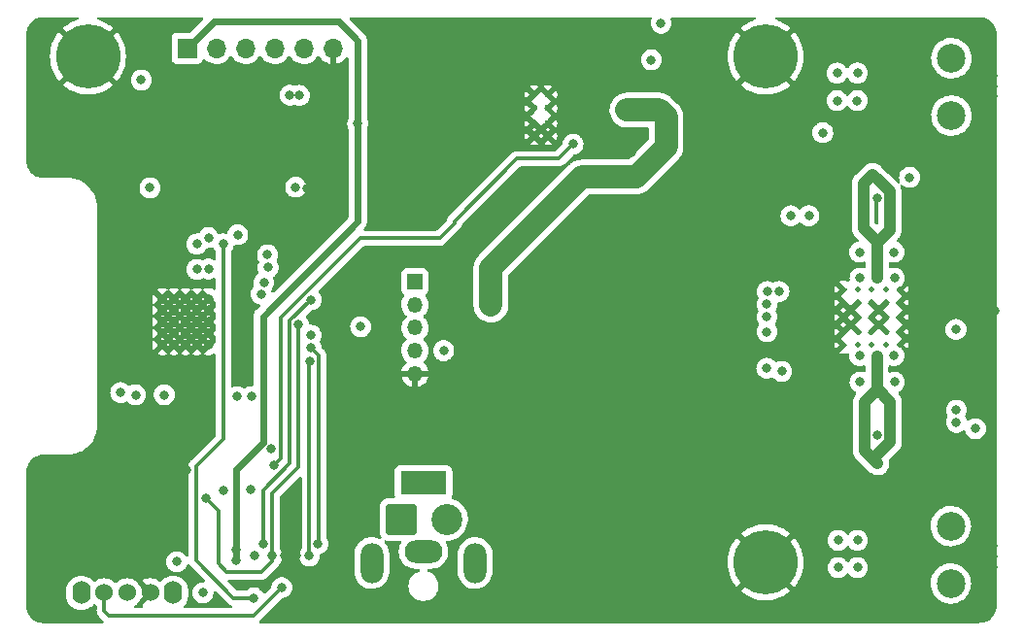
<source format=gbr>
G04 #@! TF.GenerationSoftware,KiCad,Pcbnew,(6.0.5-0)*
G04 #@! TF.CreationDate,2022-06-13T22:11:16+02:00*
G04 #@! TF.ProjectId,muVox,6d75566f-782e-46b6-9963-61645f706362,rev?*
G04 #@! TF.SameCoordinates,Original*
G04 #@! TF.FileFunction,Copper,L3,Inr*
G04 #@! TF.FilePolarity,Positive*
%FSLAX46Y46*%
G04 Gerber Fmt 4.6, Leading zero omitted, Abs format (unit mm)*
G04 Created by KiCad (PCBNEW (6.0.5-0)) date 2022-06-13 22:11:16*
%MOMM*%
%LPD*%
G01*
G04 APERTURE LIST*
G04 Aperture macros list*
%AMRoundRect*
0 Rectangle with rounded corners*
0 $1 Rounding radius*
0 $2 $3 $4 $5 $6 $7 $8 $9 X,Y pos of 4 corners*
0 Add a 4 corners polygon primitive as box body*
4,1,4,$2,$3,$4,$5,$6,$7,$8,$9,$2,$3,0*
0 Add four circle primitives for the rounded corners*
1,1,$1+$1,$2,$3*
1,1,$1+$1,$4,$5*
1,1,$1+$1,$6,$7*
1,1,$1+$1,$8,$9*
0 Add four rect primitives between the rounded corners*
20,1,$1+$1,$2,$3,$4,$5,0*
20,1,$1+$1,$4,$5,$6,$7,0*
20,1,$1+$1,$6,$7,$8,$9,0*
20,1,$1+$1,$8,$9,$2,$3,0*%
G04 Aperture macros list end*
G04 #@! TA.AperFunction,ComponentPad*
%ADD10R,4.000000X2.000000*%
G04 #@! TD*
G04 #@! TA.AperFunction,ComponentPad*
%ADD11O,3.300000X2.000000*%
G04 #@! TD*
G04 #@! TA.AperFunction,ComponentPad*
%ADD12O,2.000000X3.500000*%
G04 #@! TD*
G04 #@! TA.AperFunction,ComponentPad*
%ADD13R,1.350000X1.350000*%
G04 #@! TD*
G04 #@! TA.AperFunction,ComponentPad*
%ADD14O,1.350000X1.350000*%
G04 #@! TD*
G04 #@! TA.AperFunction,ComponentPad*
%ADD15C,2.500000*%
G04 #@! TD*
G04 #@! TA.AperFunction,ComponentPad*
%ADD16RoundRect,0.250001X-1.099999X-1.099999X1.099999X-1.099999X1.099999X1.099999X-1.099999X1.099999X0*%
G04 #@! TD*
G04 #@! TA.AperFunction,ComponentPad*
%ADD17C,2.700000*%
G04 #@! TD*
G04 #@! TA.AperFunction,ComponentPad*
%ADD18C,5.600000*%
G04 #@! TD*
G04 #@! TA.AperFunction,ComponentPad*
%ADD19R,1.700000X1.700000*%
G04 #@! TD*
G04 #@! TA.AperFunction,ComponentPad*
%ADD20O,1.700000X1.700000*%
G04 #@! TD*
G04 #@! TA.AperFunction,ComponentPad*
%ADD21C,0.500000*%
G04 #@! TD*
G04 #@! TA.AperFunction,ComponentPad*
%ADD22C,0.600000*%
G04 #@! TD*
G04 #@! TA.AperFunction,ComponentPad*
%ADD23C,1.524000*%
G04 #@! TD*
G04 #@! TA.AperFunction,ComponentPad*
%ADD24O,1.600000X2.000000*%
G04 #@! TD*
G04 #@! TA.AperFunction,ComponentPad*
%ADD25C,0.800000*%
G04 #@! TD*
G04 #@! TA.AperFunction,ViaPad*
%ADD26C,0.800000*%
G04 #@! TD*
G04 #@! TA.AperFunction,Conductor*
%ADD27C,0.600000*%
G04 #@! TD*
G04 #@! TA.AperFunction,Conductor*
%ADD28C,2.000000*%
G04 #@! TD*
G04 #@! TA.AperFunction,Conductor*
%ADD29C,1.000000*%
G04 #@! TD*
G04 #@! TA.AperFunction,Conductor*
%ADD30C,0.300000*%
G04 #@! TD*
G04 APERTURE END LIST*
D10*
X147742110Y-102652500D03*
D11*
X147742110Y-108652500D03*
D12*
X143242110Y-109652500D03*
X152242110Y-109652500D03*
D13*
X147000000Y-85150000D03*
D14*
X147000000Y-87150000D03*
X147000000Y-89150000D03*
X147000000Y-91150000D03*
X147000000Y-93150000D03*
D15*
X193700000Y-111450000D03*
X193700000Y-106450000D03*
D16*
X145800490Y-105850490D03*
D17*
X149760490Y-105850490D03*
D18*
X118500000Y-65500000D03*
D19*
X127150000Y-64800000D03*
D20*
X129690000Y-64800000D03*
X132230000Y-64800000D03*
X134770000Y-64800000D03*
X137310000Y-64800000D03*
X139850000Y-64800000D03*
D21*
X184342850Y-90669650D03*
X188051250Y-86961250D03*
X189219650Y-89501250D03*
X186781250Y-89501250D03*
X186781250Y-85792850D03*
X186781250Y-90669650D03*
X186781250Y-86961250D03*
X185612850Y-85792850D03*
X185612850Y-86961250D03*
X185612850Y-88231250D03*
X184342850Y-85792850D03*
X189219650Y-86961250D03*
X188051250Y-88231250D03*
X188051250Y-90669650D03*
X184342850Y-88231250D03*
X188051250Y-85792850D03*
X186781250Y-88231250D03*
X184342850Y-89501250D03*
X185612850Y-89501250D03*
X189219650Y-90669650D03*
X189219650Y-85792850D03*
X188051250Y-89501250D03*
X185612850Y-90669650D03*
X189219650Y-88231250D03*
X184342850Y-86961250D03*
D22*
X157388000Y-70012000D03*
X158588000Y-72412000D03*
X158588000Y-70012000D03*
X157388000Y-68812000D03*
X158588000Y-68812000D03*
X157388000Y-72412000D03*
X157388000Y-71312000D03*
X158588000Y-71312000D03*
D23*
X119920000Y-112268000D03*
X121920000Y-112268000D03*
X123920000Y-112268000D03*
D24*
X125920000Y-112268000D03*
X117920000Y-112268000D03*
D18*
X177550000Y-65500000D03*
D25*
X126000000Y-88631250D03*
X125000000Y-86631250D03*
X125000000Y-89631250D03*
X128000000Y-87631250D03*
X126000000Y-87631250D03*
X127000000Y-89631250D03*
X128000000Y-90631250D03*
X126000000Y-86631250D03*
X125000000Y-88631250D03*
X129000000Y-90631250D03*
X128000000Y-88631250D03*
X125000000Y-87631250D03*
X127000000Y-87631250D03*
X128000000Y-86631250D03*
X129000000Y-87631250D03*
X127000000Y-88631250D03*
X129000000Y-86631250D03*
X127000000Y-90631250D03*
X128000000Y-89631250D03*
X126000000Y-89631250D03*
X125000000Y-90631250D03*
X126000000Y-90631250D03*
X129000000Y-88631250D03*
X129000000Y-89631250D03*
X127000000Y-86631250D03*
D15*
X193750000Y-65650000D03*
X193750000Y-70650000D03*
D18*
X177550000Y-109600000D03*
D26*
X172446020Y-89421810D03*
X171557020Y-88558210D03*
X171557020Y-88558210D03*
X171557020Y-89421810D03*
X171557020Y-90336210D03*
X170642620Y-88558210D03*
X170642620Y-87669210D03*
X170642620Y-88558210D03*
X171582420Y-87669210D03*
X172446020Y-88558210D03*
X172446020Y-87669210D03*
X172446020Y-88558210D03*
X139400000Y-75196600D03*
X139400000Y-75196600D03*
X196500000Y-67203400D03*
X168250000Y-79100000D03*
X197400000Y-108200000D03*
X168250000Y-78200000D03*
X135650000Y-107189000D03*
X164084000Y-73914000D03*
X138500000Y-77000000D03*
X196500000Y-68103400D03*
X124407600Y-100550000D03*
X165862000Y-73014000D03*
X124407600Y-101550000D03*
X137600000Y-76100000D03*
X139400000Y-76996600D03*
X164650000Y-78203400D03*
X164084000Y-73014000D03*
X135607600Y-113550000D03*
X159178380Y-105603400D03*
X172446020Y-86780210D03*
X158278380Y-106503400D03*
X196300000Y-77710000D03*
X166450000Y-78203400D03*
X155578380Y-104753400D03*
X165550000Y-78200000D03*
X197400000Y-69000000D03*
X164622820Y-93485810D03*
X160978380Y-105553400D03*
X161219220Y-86229410D03*
X162311420Y-86204010D03*
X125296600Y-101550000D03*
X164650000Y-79103400D03*
X179939020Y-90234610D03*
X126211000Y-101550000D03*
X136650000Y-108992400D03*
X191700000Y-82550000D03*
X135650000Y-107189000D03*
X197400000Y-108200000D03*
X168250000Y-80000000D03*
X167350000Y-78203400D03*
X135650000Y-108992400D03*
X191350000Y-77500000D03*
X136650000Y-108103400D03*
X160078380Y-106500000D03*
X125296600Y-101550000D03*
X195600000Y-110003400D03*
X127100000Y-100550000D03*
X177223620Y-94654010D03*
X157378380Y-105650000D03*
X160978380Y-104653400D03*
X138500000Y-75200000D03*
X196880820Y-90844210D03*
X170896620Y-106008010D03*
X144642000Y-76962000D03*
X138300000Y-113550000D03*
X136650000Y-106300000D03*
X133050000Y-67850000D03*
X158278380Y-104703400D03*
X135650000Y-106300000D03*
X196500000Y-109103400D03*
X197400000Y-69000000D03*
X160078380Y-105600000D03*
X165862000Y-73914000D03*
X124407600Y-101550000D03*
X135650000Y-108103400D03*
X127100000Y-101550000D03*
X137600000Y-75200000D03*
X163683020Y-90742610D03*
X197400000Y-67200000D03*
X157378380Y-106550000D03*
X187270000Y-77890000D03*
X135607600Y-113550000D03*
X126211000Y-100550000D03*
X168250000Y-80000000D03*
X164622820Y-93485810D03*
X163750000Y-79103400D03*
X127100000Y-100550000D03*
X164622820Y-94374810D03*
X160990620Y-90742610D03*
X197400000Y-110000000D03*
X197550000Y-87700000D03*
X165550000Y-80000000D03*
X160078380Y-104700000D03*
X190250000Y-77500000D03*
X157378380Y-106550000D03*
X136650000Y-108103400D03*
X159178380Y-104703400D03*
X137411000Y-113550000D03*
X164962000Y-73914000D03*
X159178380Y-106503400D03*
X160078380Y-106500000D03*
X161879620Y-90742610D03*
X156478380Y-104753400D03*
X179939020Y-88482010D03*
X197400000Y-109100000D03*
X195600000Y-68103400D03*
X195600000Y-108203400D03*
X164343420Y-86204010D03*
X197400000Y-68100000D03*
X124407600Y-100550000D03*
X137411000Y-113550000D03*
X138500000Y-76100000D03*
X157378380Y-104750000D03*
X161879620Y-90742610D03*
X126211000Y-101550000D03*
X197400000Y-68100000D03*
X164622820Y-92571410D03*
X195600000Y-109103400D03*
X164622820Y-94374810D03*
X157378380Y-105650000D03*
X166450000Y-79103400D03*
X197400000Y-109100000D03*
X160990620Y-90742610D03*
X171582420Y-86780210D03*
X172446020Y-90336210D03*
X167350000Y-80003400D03*
X127100000Y-101550000D03*
X162306000Y-73014000D03*
X195600000Y-69003400D03*
X136650000Y-106300000D03*
X197400000Y-67200000D03*
X163184000Y-73914000D03*
X192850000Y-78100000D03*
X135650000Y-108992400D03*
X194500000Y-76160000D03*
X187304660Y-98504676D03*
X195400000Y-76960000D03*
X164622820Y-91682410D03*
X163352820Y-86204010D03*
X160978380Y-106453400D03*
X136650000Y-108992400D03*
X164650000Y-80003400D03*
X164622820Y-92571410D03*
X162794020Y-90742610D03*
X125296600Y-100550000D03*
X196500000Y-69003400D03*
X165550000Y-79100000D03*
X136650000Y-107189000D03*
X184100000Y-77000000D03*
X161878380Y-105553400D03*
X195600000Y-67203400D03*
X156478380Y-105653400D03*
X136496600Y-113550000D03*
X126211000Y-100550000D03*
X138300000Y-113550000D03*
X168250000Y-78200000D03*
X125296600Y-100550000D03*
X164962000Y-73014000D03*
X139400000Y-76096600D03*
X158278380Y-105603400D03*
X166450000Y-80003400D03*
X145542000Y-77862000D03*
X144642000Y-77862000D03*
X160078380Y-105600000D03*
X163750000Y-80003400D03*
X167350000Y-79103400D03*
X163683020Y-90742610D03*
X164622820Y-91682410D03*
X165550000Y-78200000D03*
X162306000Y-73914000D03*
X157378380Y-104750000D03*
X163750000Y-78203400D03*
X136496600Y-113550000D03*
X169499620Y-106008010D03*
X168229620Y-106008010D03*
X162794020Y-90742610D03*
X139400000Y-76996600D03*
X196500000Y-110003400D03*
X145542000Y-76962000D03*
X165550000Y-79100000D03*
X135650000Y-106300000D03*
X160078380Y-104700000D03*
X168250000Y-79100000D03*
X163184000Y-73014000D03*
X139400000Y-76096600D03*
X161878380Y-106453400D03*
X161878380Y-104653400D03*
X135650000Y-108103400D03*
X165550000Y-80000000D03*
X137600000Y-77000000D03*
X197400000Y-110000000D03*
X136650000Y-107189000D03*
X196500000Y-108203400D03*
X132650000Y-103250000D03*
X131400000Y-108500000D03*
X195842500Y-97957500D03*
X142000000Y-71350000D03*
X182544799Y-72150000D03*
X131400000Y-109400000D03*
X179761120Y-79388810D03*
X194150000Y-89300000D03*
X190100000Y-76050000D03*
X167600000Y-65800000D03*
X121350000Y-94800000D03*
X136095258Y-68875002D03*
X136931000Y-68889800D03*
X123150000Y-67550000D03*
X122650000Y-95000000D03*
X165470000Y-70170000D03*
X167570000Y-70170000D03*
X153583620Y-87208380D03*
X166480000Y-70170000D03*
X153610000Y-85180000D03*
X128524000Y-112268000D03*
X153590000Y-86230000D03*
X187254220Y-84799010D03*
X187279620Y-82513010D03*
X187279620Y-81522410D03*
X187254220Y-93892210D03*
X187529756Y-76450244D03*
X187279620Y-91606210D03*
X187254220Y-94781210D03*
X186870000Y-75790489D03*
X187323620Y-101004010D03*
X187390000Y-100120000D03*
X134550000Y-109050000D03*
X136849500Y-88884954D03*
X128750000Y-104049500D03*
X149500000Y-91150000D03*
X125150000Y-95000000D03*
X168450000Y-62600000D03*
X181336120Y-79388810D03*
X185781020Y-93892210D03*
X185755620Y-91580810D03*
X185560000Y-107680000D03*
X183880000Y-107690000D03*
X185755620Y-82554010D03*
X185781020Y-84824410D03*
X183800000Y-69350000D03*
X185550000Y-69350000D03*
X188752820Y-91580810D03*
X183880000Y-110060000D03*
X188778220Y-93892210D03*
X185560000Y-110060000D03*
X188752820Y-82554010D03*
X188778220Y-84824410D03*
X185560000Y-66950000D03*
X183790000Y-66950000D03*
X132999500Y-109050000D03*
X134457294Y-99705731D03*
X133749500Y-108000000D03*
X137954977Y-86704977D03*
X135400000Y-111800000D03*
X132950000Y-112700000D03*
X130300000Y-81850000D03*
X137800000Y-109050000D03*
X177678420Y-89498010D03*
X137850000Y-92050000D03*
X134200000Y-83900000D03*
X134150000Y-82800000D03*
X137950000Y-90900000D03*
X138550000Y-108000000D03*
X177678420Y-88202610D03*
X123900000Y-76950000D03*
X136600000Y-76900000D03*
X126250000Y-109550000D03*
X130350000Y-103300000D03*
X194188420Y-97397410D03*
X194188420Y-96330610D03*
X142262701Y-89062701D03*
X137950000Y-89800000D03*
X131500000Y-95150000D03*
X177703820Y-85992810D03*
X132750000Y-95150000D03*
X177678420Y-87110410D03*
X178719820Y-85992810D03*
X131550000Y-81050000D03*
X129000000Y-84024020D03*
X133828925Y-85227067D03*
X178952528Y-92948301D03*
X129000000Y-81300000D03*
X128000000Y-81850000D03*
X133600000Y-86200000D03*
X177656432Y-92677511D03*
X128000964Y-84054555D03*
X134750000Y-101100000D03*
X160782000Y-73152000D03*
D27*
X140350000Y-62450000D02*
X141950000Y-64050000D01*
X133750000Y-99150000D02*
X133750000Y-88150000D01*
X129500000Y-62450000D02*
X140100000Y-62450000D01*
X140100000Y-62450000D02*
X140350000Y-62450000D01*
X133750000Y-88150000D02*
X142000000Y-79900000D01*
X142000000Y-64100000D02*
X142000000Y-71350000D01*
X131400000Y-109400000D02*
X131400000Y-108500000D01*
X131400000Y-101500000D02*
X133750000Y-99150000D01*
X127150000Y-64800000D02*
X129500000Y-62450000D01*
X131400000Y-108500000D02*
X131400000Y-101500000D01*
X141950000Y-64050000D02*
X142000000Y-64100000D01*
X142000000Y-79900000D02*
X142000000Y-71350000D01*
D28*
X161530000Y-76010000D02*
X166260000Y-76010000D01*
X153610000Y-85180000D02*
X153610000Y-87182000D01*
X153610000Y-83930000D02*
X161530000Y-76010000D01*
X168880000Y-73390000D02*
X168880000Y-70770000D01*
X166260000Y-76010000D02*
X168880000Y-73390000D01*
X168880000Y-70770000D02*
X168280000Y-70170000D01*
X166480000Y-70170000D02*
X165470000Y-70170000D01*
X167570000Y-70170000D02*
X166480000Y-70170000D01*
X153610000Y-85180000D02*
X153610000Y-83930000D01*
X168280000Y-70170000D02*
X167570000Y-70170000D01*
D29*
X187279620Y-83689620D02*
X187279620Y-84773610D01*
X187279620Y-82660380D02*
X187279620Y-81679620D01*
X187279620Y-81770380D02*
X188369511Y-80680489D01*
X187279620Y-81679620D02*
X186070000Y-80470000D01*
X188369511Y-80680489D02*
X188369511Y-77290000D01*
X186205149Y-95594851D02*
X186205149Y-99885539D01*
X186070000Y-76590489D02*
X186870000Y-75790489D01*
X187279620Y-84773610D02*
X187254220Y-84799010D01*
X187254220Y-93892210D02*
X187254220Y-94545780D01*
X186205149Y-99885539D02*
X187323620Y-101004010D01*
X187279620Y-83689620D02*
X187279620Y-81770380D01*
X187254220Y-93892210D02*
X187254220Y-94781210D01*
X188369511Y-77290000D02*
X187529756Y-76450244D01*
X186070000Y-80470000D02*
X186070000Y-76590489D01*
X188404171Y-95604171D02*
X188404171Y-99105829D01*
X186870000Y-75790489D02*
X186870001Y-75790489D01*
X187254220Y-91678420D02*
X187279620Y-91653020D01*
X187254220Y-93892210D02*
X187254220Y-94454220D01*
X188404171Y-99105829D02*
X187390000Y-100120000D01*
X186870001Y-75790489D02*
X187529756Y-76450244D01*
X187279620Y-82513010D02*
X187279620Y-81522410D01*
X187254220Y-94454220D02*
X188404171Y-95604171D01*
X187279620Y-82513010D02*
X187279620Y-82660380D01*
X187279620Y-82660380D02*
X187279620Y-83689620D01*
X187254220Y-93892210D02*
X187254220Y-91678420D01*
X187254220Y-94545780D02*
X186205149Y-95594851D01*
D30*
X129850000Y-109700000D02*
X130600000Y-110450000D01*
X130600000Y-110450000D02*
X133650000Y-110450000D01*
X134550000Y-108550000D02*
X134550000Y-109050000D01*
X136849500Y-101300500D02*
X134550000Y-103600000D01*
X133650000Y-110450000D02*
X134550000Y-109550000D01*
X128750000Y-104049500D02*
X129850000Y-105149500D01*
X134550000Y-103600000D02*
X134550000Y-108550000D01*
X134550000Y-109550000D02*
X134550000Y-108550000D01*
X129850000Y-105149500D02*
X129850000Y-109700000D01*
X136849500Y-88884954D02*
X136849500Y-101300500D01*
X133800000Y-103300000D02*
X133800000Y-107949500D01*
X136100000Y-88559954D02*
X136100000Y-101000000D01*
X133800000Y-107949500D02*
X133749500Y-108000000D01*
X136100000Y-101000000D02*
X133800000Y-103300000D01*
X137954977Y-86704977D02*
X136100000Y-88559954D01*
X135400000Y-111800000D02*
X132950000Y-114250000D01*
X120346000Y-114250000D02*
X119920000Y-113824000D01*
X132950000Y-114250000D02*
X120346000Y-114250000D01*
X119920000Y-113824000D02*
X119920000Y-112268000D01*
X130300000Y-81850000D02*
X130300000Y-98850000D01*
X130300000Y-98850000D02*
X127900000Y-101250000D01*
X127900000Y-109450000D02*
X131150000Y-112700000D01*
X127900000Y-101250000D02*
X127900000Y-109450000D01*
X131150000Y-112700000D02*
X132950000Y-112700000D01*
X137800000Y-92100000D02*
X137850000Y-92050000D01*
X137800000Y-109050000D02*
X137800000Y-92100000D01*
X138599511Y-107950489D02*
X138599511Y-91549511D01*
X138599511Y-91549511D02*
X137950000Y-90900000D01*
X138550000Y-108000000D02*
X138599511Y-107950489D01*
X142250000Y-81350000D02*
X135300000Y-88300000D01*
X149150000Y-81350000D02*
X142250000Y-81350000D01*
X160782000Y-73152000D02*
X159512000Y-74422000D01*
X150450000Y-79850000D02*
X150450000Y-80050000D01*
X135300000Y-100550000D02*
X134750000Y-101100000D01*
X155878000Y-74422000D02*
X150450000Y-79850000D01*
X135300000Y-88300000D02*
X135300000Y-100550000D01*
X159512000Y-74422000D02*
X155878000Y-74422000D01*
X150450000Y-80050000D02*
X149150000Y-81350000D01*
G04 #@! TA.AperFunction,Conductor*
G36*
X117630725Y-62086512D02*
G01*
X117677218Y-62140168D01*
X117687322Y-62210442D01*
X117657828Y-62275022D01*
X117602584Y-62311999D01*
X117283683Y-62418702D01*
X117277361Y-62421205D01*
X116958034Y-62568079D01*
X116951991Y-62571265D01*
X116650401Y-62751763D01*
X116644755Y-62755571D01*
X116364408Y-62967596D01*
X116359211Y-62971987D01*
X116357972Y-62973155D01*
X116349950Y-62986862D01*
X116349986Y-62987704D01*
X116355037Y-62995826D01*
X118487190Y-65127980D01*
X118501131Y-65135592D01*
X118502966Y-65135461D01*
X118509580Y-65131210D01*
X120642798Y-62997991D01*
X120650412Y-62984047D01*
X120650344Y-62983089D01*
X120645836Y-62976272D01*
X120644418Y-62975065D01*
X120364813Y-62762064D01*
X120359187Y-62758240D01*
X120058214Y-62576681D01*
X120052202Y-62573484D01*
X119733370Y-62425487D01*
X119727070Y-62422967D01*
X119398814Y-62311859D01*
X119340702Y-62271072D01*
X119313866Y-62205343D01*
X119326826Y-62135539D01*
X119375468Y-62083823D01*
X119439211Y-62066510D01*
X128435908Y-62066510D01*
X128504029Y-62086512D01*
X128550522Y-62140168D01*
X128560626Y-62210442D01*
X128531132Y-62275022D01*
X128525003Y-62281605D01*
X127402013Y-63404595D01*
X127339701Y-63438621D01*
X127312918Y-63441500D01*
X126251866Y-63441500D01*
X126189684Y-63448255D01*
X126053295Y-63499385D01*
X125936739Y-63586739D01*
X125849385Y-63703295D01*
X125798255Y-63839684D01*
X125791500Y-63901866D01*
X125791500Y-65698134D01*
X125798255Y-65760316D01*
X125849385Y-65896705D01*
X125936739Y-66013261D01*
X126053295Y-66100615D01*
X126189684Y-66151745D01*
X126251866Y-66158500D01*
X128048134Y-66158500D01*
X128110316Y-66151745D01*
X128246705Y-66100615D01*
X128363261Y-66013261D01*
X128450615Y-65896705D01*
X128472799Y-65837529D01*
X128494598Y-65779382D01*
X128537240Y-65722618D01*
X128603802Y-65697918D01*
X128673150Y-65713126D01*
X128707817Y-65741114D01*
X128736250Y-65773938D01*
X128908126Y-65916632D01*
X129101000Y-66029338D01*
X129309692Y-66109030D01*
X129314760Y-66110061D01*
X129314763Y-66110062D01*
X129369784Y-66121256D01*
X129528597Y-66153567D01*
X129533772Y-66153757D01*
X129533774Y-66153757D01*
X129746673Y-66161564D01*
X129746677Y-66161564D01*
X129751837Y-66161753D01*
X129756957Y-66161097D01*
X129756959Y-66161097D01*
X129968288Y-66134025D01*
X129968289Y-66134025D01*
X129973416Y-66133368D01*
X129978366Y-66131883D01*
X130182429Y-66070661D01*
X130182434Y-66070659D01*
X130187384Y-66069174D01*
X130387994Y-65970896D01*
X130569860Y-65841173D01*
X130728096Y-65683489D01*
X130749890Y-65653160D01*
X130858453Y-65502077D01*
X130859776Y-65503028D01*
X130906645Y-65459857D01*
X130976580Y-65447625D01*
X131042026Y-65475144D01*
X131069875Y-65506994D01*
X131129987Y-65605088D01*
X131276250Y-65773938D01*
X131448126Y-65916632D01*
X131641000Y-66029338D01*
X131849692Y-66109030D01*
X131854760Y-66110061D01*
X131854763Y-66110062D01*
X131909784Y-66121256D01*
X132068597Y-66153567D01*
X132073772Y-66153757D01*
X132073774Y-66153757D01*
X132286673Y-66161564D01*
X132286677Y-66161564D01*
X132291837Y-66161753D01*
X132296957Y-66161097D01*
X132296959Y-66161097D01*
X132508288Y-66134025D01*
X132508289Y-66134025D01*
X132513416Y-66133368D01*
X132518366Y-66131883D01*
X132722429Y-66070661D01*
X132722434Y-66070659D01*
X132727384Y-66069174D01*
X132927994Y-65970896D01*
X133109860Y-65841173D01*
X133268096Y-65683489D01*
X133289890Y-65653160D01*
X133398453Y-65502077D01*
X133399776Y-65503028D01*
X133446645Y-65459857D01*
X133516580Y-65447625D01*
X133582026Y-65475144D01*
X133609875Y-65506994D01*
X133669987Y-65605088D01*
X133816250Y-65773938D01*
X133988126Y-65916632D01*
X134181000Y-66029338D01*
X134389692Y-66109030D01*
X134394760Y-66110061D01*
X134394763Y-66110062D01*
X134449784Y-66121256D01*
X134608597Y-66153567D01*
X134613772Y-66153757D01*
X134613774Y-66153757D01*
X134826673Y-66161564D01*
X134826677Y-66161564D01*
X134831837Y-66161753D01*
X134836957Y-66161097D01*
X134836959Y-66161097D01*
X135048288Y-66134025D01*
X135048289Y-66134025D01*
X135053416Y-66133368D01*
X135058366Y-66131883D01*
X135262429Y-66070661D01*
X135262434Y-66070659D01*
X135267384Y-66069174D01*
X135467994Y-65970896D01*
X135649860Y-65841173D01*
X135808096Y-65683489D01*
X135829890Y-65653160D01*
X135938453Y-65502077D01*
X135939776Y-65503028D01*
X135986645Y-65459857D01*
X136056580Y-65447625D01*
X136122026Y-65475144D01*
X136149875Y-65506994D01*
X136209987Y-65605088D01*
X136356250Y-65773938D01*
X136528126Y-65916632D01*
X136721000Y-66029338D01*
X136929692Y-66109030D01*
X136934760Y-66110061D01*
X136934763Y-66110062D01*
X136989784Y-66121256D01*
X137148597Y-66153567D01*
X137153772Y-66153757D01*
X137153774Y-66153757D01*
X137366673Y-66161564D01*
X137366677Y-66161564D01*
X137371837Y-66161753D01*
X137376957Y-66161097D01*
X137376959Y-66161097D01*
X137588288Y-66134025D01*
X137588289Y-66134025D01*
X137593416Y-66133368D01*
X137598366Y-66131883D01*
X137802429Y-66070661D01*
X137802434Y-66070659D01*
X137807384Y-66069174D01*
X138007994Y-65970896D01*
X138189860Y-65841173D01*
X138348096Y-65683489D01*
X138369890Y-65653160D01*
X138478453Y-65502077D01*
X138479640Y-65502930D01*
X138526960Y-65459362D01*
X138596897Y-65447145D01*
X138662338Y-65474678D01*
X138690166Y-65506511D01*
X138747694Y-65600388D01*
X138753777Y-65608699D01*
X138893213Y-65769667D01*
X138900580Y-65776883D01*
X139064434Y-65912916D01*
X139072881Y-65918831D01*
X139256756Y-66026279D01*
X139266042Y-66030729D01*
X139465001Y-66106703D01*
X139474899Y-66109579D01*
X139578250Y-66130606D01*
X139592299Y-66129410D01*
X139596000Y-66119065D01*
X139596000Y-64672000D01*
X139616002Y-64603879D01*
X139669658Y-64557386D01*
X139722000Y-64546000D01*
X139978000Y-64546000D01*
X140046121Y-64566002D01*
X140092614Y-64619658D01*
X140104000Y-64672000D01*
X140104000Y-66118517D01*
X140108064Y-66132359D01*
X140121478Y-66134393D01*
X140128184Y-66133534D01*
X140138262Y-66131392D01*
X140342255Y-66070191D01*
X140351842Y-66066433D01*
X140543095Y-65972739D01*
X140551945Y-65967464D01*
X140725328Y-65843792D01*
X140733200Y-65837139D01*
X140884052Y-65686812D01*
X140890723Y-65678972D01*
X140963177Y-65578142D01*
X141019172Y-65534494D01*
X141089875Y-65528048D01*
X141152840Y-65560851D01*
X141188074Y-65622487D01*
X141191500Y-65651668D01*
X141191500Y-70899603D01*
X141174620Y-70962602D01*
X141165473Y-70978444D01*
X141106458Y-71160072D01*
X141086496Y-71350000D01*
X141087186Y-71356565D01*
X141103022Y-71507233D01*
X141106458Y-71539928D01*
X141165473Y-71721556D01*
X141174620Y-71737398D01*
X141191500Y-71800397D01*
X141191500Y-79512918D01*
X141171498Y-79581039D01*
X141154595Y-79602013D01*
X134700976Y-86055632D01*
X134638664Y-86089658D01*
X134567849Y-86084593D01*
X134511013Y-86042046D01*
X134492048Y-86005473D01*
X134477007Y-85959182D01*
X134474979Y-85888215D01*
X134503202Y-85835938D01*
X134567965Y-85764011D01*
X134663452Y-85598623D01*
X134722467Y-85416995D01*
X134742429Y-85227067D01*
X134727425Y-85084310D01*
X134723157Y-85043702D01*
X134723157Y-85043700D01*
X134722467Y-85037139D01*
X134663452Y-84855511D01*
X134651332Y-84834518D01*
X134634595Y-84765524D01*
X134657816Y-84698432D01*
X134686391Y-84669584D01*
X134801735Y-84585781D01*
X134811253Y-84578866D01*
X134939040Y-84436944D01*
X135034527Y-84271556D01*
X135093542Y-84089928D01*
X135101913Y-84010288D01*
X135112814Y-83906565D01*
X135113504Y-83900000D01*
X135109126Y-83858349D01*
X135094232Y-83716635D01*
X135094232Y-83716633D01*
X135093542Y-83710072D01*
X135034527Y-83528444D01*
X135025608Y-83512995D01*
X134974328Y-83424176D01*
X134942875Y-83369698D01*
X134926137Y-83300704D01*
X134942875Y-83243699D01*
X134950660Y-83230216D01*
X134984527Y-83171556D01*
X135043542Y-82989928D01*
X135050751Y-82921344D01*
X135062814Y-82806565D01*
X135063504Y-82800000D01*
X135043542Y-82610072D01*
X134984527Y-82428444D01*
X134889040Y-82263056D01*
X134805403Y-82170167D01*
X134765675Y-82126045D01*
X134765674Y-82126044D01*
X134761253Y-82121134D01*
X134640450Y-82033365D01*
X134612094Y-82012763D01*
X134612093Y-82012762D01*
X134606752Y-82008882D01*
X134600724Y-82006198D01*
X134600722Y-82006197D01*
X134438319Y-81933891D01*
X134438318Y-81933891D01*
X134432288Y-81931206D01*
X134306572Y-81904484D01*
X134251944Y-81892872D01*
X134251939Y-81892872D01*
X134245487Y-81891500D01*
X134054513Y-81891500D01*
X134048061Y-81892872D01*
X134048056Y-81892872D01*
X133993428Y-81904484D01*
X133867712Y-81931206D01*
X133861682Y-81933891D01*
X133861681Y-81933891D01*
X133699278Y-82006197D01*
X133699276Y-82006198D01*
X133693248Y-82008882D01*
X133687907Y-82012762D01*
X133687906Y-82012763D01*
X133659550Y-82033365D01*
X133538747Y-82121134D01*
X133534326Y-82126044D01*
X133534325Y-82126045D01*
X133494598Y-82170167D01*
X133410960Y-82263056D01*
X133315473Y-82428444D01*
X133256458Y-82610072D01*
X133236496Y-82800000D01*
X133237186Y-82806565D01*
X133249250Y-82921344D01*
X133256458Y-82989928D01*
X133315473Y-83171556D01*
X133406313Y-83328894D01*
X133407125Y-83330301D01*
X133423863Y-83399296D01*
X133407125Y-83456301D01*
X133374393Y-83512995D01*
X133365473Y-83528444D01*
X133306458Y-83710072D01*
X133305768Y-83716633D01*
X133305768Y-83716635D01*
X133290874Y-83858349D01*
X133286496Y-83900000D01*
X133287186Y-83906565D01*
X133298088Y-84010288D01*
X133306458Y-84089928D01*
X133365473Y-84271556D01*
X133371825Y-84282558D01*
X133377593Y-84292548D01*
X133394330Y-84361543D01*
X133371109Y-84428635D01*
X133342534Y-84457483D01*
X133217672Y-84548201D01*
X133089885Y-84690123D01*
X133067722Y-84728510D01*
X133013010Y-84823275D01*
X132994398Y-84855511D01*
X132935383Y-85037139D01*
X132934693Y-85043700D01*
X132934693Y-85043702D01*
X132930425Y-85084310D01*
X132915421Y-85227067D01*
X132935383Y-85416995D01*
X132937423Y-85423273D01*
X132951918Y-85467885D01*
X132953945Y-85538853D01*
X132925723Y-85591129D01*
X132860960Y-85663056D01*
X132828729Y-85718882D01*
X132783018Y-85798056D01*
X132765473Y-85828444D01*
X132706458Y-86010072D01*
X132705768Y-86016633D01*
X132705768Y-86016635D01*
X132698093Y-86089658D01*
X132686496Y-86200000D01*
X132687186Y-86206565D01*
X132704986Y-86375918D01*
X132706458Y-86389928D01*
X132765473Y-86571556D01*
X132860960Y-86736944D01*
X132865378Y-86741851D01*
X132865379Y-86741852D01*
X132982704Y-86872155D01*
X132988747Y-86878866D01*
X133056148Y-86927836D01*
X133119773Y-86974062D01*
X133143248Y-86991118D01*
X133149276Y-86993802D01*
X133149278Y-86993803D01*
X133311681Y-87066109D01*
X133317712Y-87068794D01*
X133395945Y-87085423D01*
X133458418Y-87119152D01*
X133492740Y-87181301D01*
X133488012Y-87252140D01*
X133458843Y-87297765D01*
X133184842Y-87571766D01*
X133183905Y-87572694D01*
X133125266Y-87630118D01*
X133119493Y-87635771D01*
X133096002Y-87672221D01*
X133088583Y-87682546D01*
X133061524Y-87716443D01*
X133058459Y-87722784D01*
X133058458Y-87722785D01*
X133046928Y-87746637D01*
X133039399Y-87760054D01*
X133021235Y-87788238D01*
X133018827Y-87794855D01*
X133018824Y-87794860D01*
X133006408Y-87828973D01*
X133001447Y-87840716D01*
X132985646Y-87873403D01*
X132985644Y-87873408D01*
X132982579Y-87879749D01*
X132980996Y-87886607D01*
X132980995Y-87886609D01*
X132975035Y-87912426D01*
X132970668Y-87927169D01*
X132959197Y-87958685D01*
X132958314Y-87965675D01*
X132958312Y-87965683D01*
X132953762Y-88001701D01*
X132951526Y-88014253D01*
X132950374Y-88019245D01*
X132941776Y-88056485D01*
X132941751Y-88063531D01*
X132941751Y-88063534D01*
X132941634Y-88097056D01*
X132941605Y-88097938D01*
X132941500Y-88098769D01*
X132941500Y-88135419D01*
X132941499Y-88135859D01*
X132941156Y-88234215D01*
X132941143Y-88237870D01*
X132941411Y-88239070D01*
X132941500Y-88240707D01*
X132941500Y-94115500D01*
X132921498Y-94183621D01*
X132867842Y-94230114D01*
X132815500Y-94241500D01*
X132654513Y-94241500D01*
X132648061Y-94242872D01*
X132648056Y-94242872D01*
X132561113Y-94261353D01*
X132467712Y-94281206D01*
X132461682Y-94283891D01*
X132461681Y-94283891D01*
X132299278Y-94356197D01*
X132299276Y-94356198D01*
X132293248Y-94358882D01*
X132287907Y-94362762D01*
X132287906Y-94362763D01*
X132199061Y-94427313D01*
X132132193Y-94451172D01*
X132063042Y-94435091D01*
X132050939Y-94427313D01*
X131962094Y-94362763D01*
X131962093Y-94362762D01*
X131956752Y-94358882D01*
X131950724Y-94356198D01*
X131950722Y-94356197D01*
X131788319Y-94283891D01*
X131788318Y-94283891D01*
X131782288Y-94281206D01*
X131688887Y-94261353D01*
X131601944Y-94242872D01*
X131601939Y-94242872D01*
X131595487Y-94241500D01*
X131404513Y-94241500D01*
X131398061Y-94242872D01*
X131398056Y-94242872D01*
X131311113Y-94261353D01*
X131217712Y-94281206D01*
X131211685Y-94283889D01*
X131211677Y-94283892D01*
X131135748Y-94317698D01*
X131065381Y-94327132D01*
X131001084Y-94297025D01*
X130963271Y-94236936D01*
X130958500Y-94202591D01*
X130958500Y-82524759D01*
X130978502Y-82456638D01*
X130990864Y-82440449D01*
X131034621Y-82391852D01*
X131034622Y-82391851D01*
X131039040Y-82386944D01*
X131134527Y-82221556D01*
X131193542Y-82039928D01*
X131194232Y-82033363D01*
X131194512Y-82032046D01*
X131228242Y-81969574D01*
X131290393Y-81935254D01*
X131343955Y-81935000D01*
X131448056Y-81957128D01*
X131448061Y-81957128D01*
X131454513Y-81958500D01*
X131645487Y-81958500D01*
X131651939Y-81957128D01*
X131651944Y-81957128D01*
X131756045Y-81935000D01*
X131832288Y-81918794D01*
X131864429Y-81904484D01*
X132000722Y-81843803D01*
X132000724Y-81843802D01*
X132006752Y-81841118D01*
X132161253Y-81728866D01*
X132228848Y-81653794D01*
X132284621Y-81591852D01*
X132284622Y-81591851D01*
X132289040Y-81586944D01*
X132384527Y-81421556D01*
X132443542Y-81239928D01*
X132445945Y-81217071D01*
X132462814Y-81056565D01*
X132463504Y-81050000D01*
X132456122Y-80979761D01*
X132444232Y-80866635D01*
X132444232Y-80866633D01*
X132443542Y-80860072D01*
X132384527Y-80678444D01*
X132377824Y-80666833D01*
X132313624Y-80555637D01*
X132289040Y-80513056D01*
X132262159Y-80483201D01*
X132165675Y-80376045D01*
X132165674Y-80376044D01*
X132161253Y-80371134D01*
X132044985Y-80286660D01*
X132012094Y-80262763D01*
X132012093Y-80262762D01*
X132006752Y-80258882D01*
X132000724Y-80256198D01*
X132000722Y-80256197D01*
X131838319Y-80183891D01*
X131838318Y-80183891D01*
X131832288Y-80181206D01*
X131738887Y-80161353D01*
X131651944Y-80142872D01*
X131651939Y-80142872D01*
X131645487Y-80141500D01*
X131454513Y-80141500D01*
X131448061Y-80142872D01*
X131448056Y-80142872D01*
X131361113Y-80161353D01*
X131267712Y-80181206D01*
X131261682Y-80183891D01*
X131261681Y-80183891D01*
X131099278Y-80256197D01*
X131099276Y-80256198D01*
X131093248Y-80258882D01*
X131087907Y-80262762D01*
X131087906Y-80262763D01*
X131055015Y-80286660D01*
X130938747Y-80371134D01*
X130934326Y-80376044D01*
X130934325Y-80376045D01*
X130837842Y-80483201D01*
X130810960Y-80513056D01*
X130786376Y-80555637D01*
X130722177Y-80666833D01*
X130715473Y-80678444D01*
X130690139Y-80756412D01*
X130659384Y-80851068D01*
X130656458Y-80860072D01*
X130655768Y-80866635D01*
X130655488Y-80867954D01*
X130621758Y-80930426D01*
X130559607Y-80964746D01*
X130506045Y-80965000D01*
X130401944Y-80942872D01*
X130401939Y-80942872D01*
X130395487Y-80941500D01*
X130204513Y-80941500D01*
X130198061Y-80942872D01*
X130198056Y-80942872D01*
X130059340Y-80972358D01*
X130017712Y-80981206D01*
X130011673Y-80983895D01*
X130011672Y-80983895D01*
X129998911Y-80989576D01*
X129928544Y-80999010D01*
X129864248Y-80968903D01*
X129834549Y-80928431D01*
X129834527Y-80928444D01*
X129834413Y-80928247D01*
X129813590Y-80892179D01*
X129753211Y-80787601D01*
X129739040Y-80763056D01*
X129733558Y-80756967D01*
X129615675Y-80626045D01*
X129615674Y-80626044D01*
X129611253Y-80621134D01*
X129512157Y-80549136D01*
X129462094Y-80512763D01*
X129462093Y-80512762D01*
X129456752Y-80508882D01*
X129450724Y-80506198D01*
X129450722Y-80506197D01*
X129288319Y-80433891D01*
X129288318Y-80433891D01*
X129282288Y-80431206D01*
X129173852Y-80408157D01*
X129101944Y-80392872D01*
X129101939Y-80392872D01*
X129095487Y-80391500D01*
X128904513Y-80391500D01*
X128898061Y-80392872D01*
X128898056Y-80392872D01*
X128826148Y-80408157D01*
X128717712Y-80431206D01*
X128711682Y-80433891D01*
X128711681Y-80433891D01*
X128549278Y-80506197D01*
X128549276Y-80506198D01*
X128543248Y-80508882D01*
X128537907Y-80512762D01*
X128537906Y-80512763D01*
X128487843Y-80549136D01*
X128388747Y-80621134D01*
X128384326Y-80626044D01*
X128384325Y-80626045D01*
X128266443Y-80756967D01*
X128260960Y-80763056D01*
X128246789Y-80787601D01*
X128194308Y-80878500D01*
X128142925Y-80927493D01*
X128085189Y-80941500D01*
X127904513Y-80941500D01*
X127898061Y-80942872D01*
X127898056Y-80942872D01*
X127843014Y-80954572D01*
X127717712Y-80981206D01*
X127711682Y-80983891D01*
X127711681Y-80983891D01*
X127549278Y-81056197D01*
X127549276Y-81056198D01*
X127543248Y-81058882D01*
X127537907Y-81062762D01*
X127537906Y-81062763D01*
X127528178Y-81069831D01*
X127388747Y-81171134D01*
X127384326Y-81176044D01*
X127384325Y-81176045D01*
X127377107Y-81184062D01*
X127260960Y-81313056D01*
X127165473Y-81478444D01*
X127106458Y-81660072D01*
X127105768Y-81666633D01*
X127105768Y-81666635D01*
X127095651Y-81762892D01*
X127086496Y-81850000D01*
X127087186Y-81856565D01*
X127105630Y-82032046D01*
X127106458Y-82039928D01*
X127165473Y-82221556D01*
X127260960Y-82386944D01*
X127388747Y-82528866D01*
X127543248Y-82641118D01*
X127549276Y-82643802D01*
X127549278Y-82643803D01*
X127711681Y-82716109D01*
X127717712Y-82718794D01*
X127805128Y-82737375D01*
X127898056Y-82757128D01*
X127898061Y-82757128D01*
X127904513Y-82758500D01*
X128095487Y-82758500D01*
X128101939Y-82757128D01*
X128101944Y-82757128D01*
X128194872Y-82737375D01*
X128282288Y-82718794D01*
X128288319Y-82716109D01*
X128450722Y-82643803D01*
X128450724Y-82643802D01*
X128456752Y-82641118D01*
X128611253Y-82528866D01*
X128739040Y-82386944D01*
X128805692Y-82271500D01*
X128857075Y-82222507D01*
X128914811Y-82208500D01*
X129095487Y-82208500D01*
X129101939Y-82207128D01*
X129101944Y-82207128D01*
X129240660Y-82177642D01*
X129282288Y-82168794D01*
X129288328Y-82166105D01*
X129301089Y-82160424D01*
X129371456Y-82150990D01*
X129435752Y-82181097D01*
X129465451Y-82221569D01*
X129465473Y-82221556D01*
X129560960Y-82386944D01*
X129565378Y-82391851D01*
X129565379Y-82391852D01*
X129609136Y-82440449D01*
X129639854Y-82504456D01*
X129641500Y-82524759D01*
X129641500Y-83122125D01*
X129621498Y-83190246D01*
X129567842Y-83236739D01*
X129497568Y-83246843D01*
X129456824Y-83232740D01*
X129456752Y-83232902D01*
X129450724Y-83230218D01*
X129450722Y-83230217D01*
X129288319Y-83157911D01*
X129288318Y-83157911D01*
X129282288Y-83155226D01*
X129188887Y-83135373D01*
X129101944Y-83116892D01*
X129101939Y-83116892D01*
X129095487Y-83115520D01*
X128904513Y-83115520D01*
X128898061Y-83116892D01*
X128898056Y-83116892D01*
X128811113Y-83135373D01*
X128717712Y-83155226D01*
X128711682Y-83157911D01*
X128711681Y-83157911D01*
X128650542Y-83185132D01*
X128543248Y-83232902D01*
X128537901Y-83236787D01*
X128532530Y-83239888D01*
X128463536Y-83256629D01*
X128418278Y-83245878D01*
X128283252Y-83185761D01*
X128186855Y-83165271D01*
X128102908Y-83147427D01*
X128102903Y-83147427D01*
X128096451Y-83146055D01*
X127905477Y-83146055D01*
X127899025Y-83147427D01*
X127899020Y-83147427D01*
X127815073Y-83165271D01*
X127718676Y-83185761D01*
X127712646Y-83188446D01*
X127712645Y-83188446D01*
X127550242Y-83260752D01*
X127550240Y-83260753D01*
X127544212Y-83263437D01*
X127389711Y-83375689D01*
X127385290Y-83380599D01*
X127385289Y-83380600D01*
X127297005Y-83478650D01*
X127261924Y-83517611D01*
X127258623Y-83523329D01*
X127192696Y-83637518D01*
X127166437Y-83682999D01*
X127107422Y-83864627D01*
X127106732Y-83871188D01*
X127106732Y-83871190D01*
X127093405Y-83997992D01*
X127087460Y-84054555D01*
X127088150Y-84061120D01*
X127105721Y-84228295D01*
X127107422Y-84244483D01*
X127166437Y-84426111D01*
X127261924Y-84591499D01*
X127266342Y-84596406D01*
X127266343Y-84596407D01*
X127385289Y-84728510D01*
X127389711Y-84733421D01*
X127433897Y-84765524D01*
X127534597Y-84838687D01*
X127544212Y-84845673D01*
X127550240Y-84848357D01*
X127550242Y-84848358D01*
X127712645Y-84920664D01*
X127718676Y-84923349D01*
X127812077Y-84943202D01*
X127899020Y-84961683D01*
X127899025Y-84961683D01*
X127905477Y-84963055D01*
X128096451Y-84963055D01*
X128102903Y-84961683D01*
X128102908Y-84961683D01*
X128189851Y-84943202D01*
X128283252Y-84923349D01*
X128348754Y-84894186D01*
X128448467Y-84849791D01*
X128457716Y-84845673D01*
X128463063Y-84841788D01*
X128468434Y-84838687D01*
X128537428Y-84821946D01*
X128582686Y-84832697D01*
X128717712Y-84892814D01*
X128811113Y-84912667D01*
X128898056Y-84931148D01*
X128898061Y-84931148D01*
X128904513Y-84932520D01*
X129095487Y-84932520D01*
X129101939Y-84931148D01*
X129101944Y-84931148D01*
X129188887Y-84912667D01*
X129282288Y-84892814D01*
X129288319Y-84890129D01*
X129450722Y-84817823D01*
X129450724Y-84817822D01*
X129456752Y-84815138D01*
X129457004Y-84815705D01*
X129521490Y-84800057D01*
X129588583Y-84823275D01*
X129632472Y-84879080D01*
X129641500Y-84925915D01*
X129641500Y-85729935D01*
X129621498Y-85798056D01*
X129567842Y-85844549D01*
X129497568Y-85854653D01*
X129456551Y-85840455D01*
X129456501Y-85840567D01*
X129455199Y-85839987D01*
X129452494Y-85839051D01*
X129450466Y-85837880D01*
X129288159Y-85765616D01*
X129275680Y-85761561D01*
X129101893Y-85724623D01*
X129088832Y-85723250D01*
X128911168Y-85723250D01*
X128898107Y-85724623D01*
X128724320Y-85761561D01*
X128711841Y-85765616D01*
X128560817Y-85832857D01*
X128559917Y-85830834D01*
X128549302Y-85835561D01*
X128589095Y-85861135D01*
X129604595Y-86876635D01*
X129638621Y-86938947D01*
X129641500Y-86965730D01*
X129641500Y-87296770D01*
X129621498Y-87364891D01*
X129604595Y-87385865D01*
X129372022Y-87618438D01*
X129364408Y-87632382D01*
X129364539Y-87634215D01*
X129368790Y-87640830D01*
X129604595Y-87876635D01*
X129638621Y-87938947D01*
X129641500Y-87965730D01*
X129641500Y-88296770D01*
X129621498Y-88364891D01*
X129604595Y-88385865D01*
X129372022Y-88618438D01*
X129364408Y-88632382D01*
X129364539Y-88634215D01*
X129368790Y-88640830D01*
X129604595Y-88876635D01*
X129638621Y-88938947D01*
X129641500Y-88965730D01*
X129641500Y-89296770D01*
X129621498Y-89364891D01*
X129604595Y-89385865D01*
X129372022Y-89618438D01*
X129364408Y-89632382D01*
X129364539Y-89634215D01*
X129368790Y-89640830D01*
X129604595Y-89876635D01*
X129638621Y-89938947D01*
X129641500Y-89965730D01*
X129641500Y-90296770D01*
X129621498Y-90364891D01*
X129604595Y-90385865D01*
X128589095Y-91401365D01*
X128548538Y-91423512D01*
X128551674Y-91423993D01*
X128562027Y-91429440D01*
X128567262Y-91432512D01*
X128711841Y-91496884D01*
X128724320Y-91500939D01*
X128898107Y-91537877D01*
X128911168Y-91539250D01*
X129088832Y-91539250D01*
X129101893Y-91537877D01*
X129275680Y-91500939D01*
X129288159Y-91496884D01*
X129450466Y-91424620D01*
X129452494Y-91423449D01*
X129453817Y-91423128D01*
X129456501Y-91421933D01*
X129456719Y-91422424D01*
X129521489Y-91406707D01*
X129588582Y-91429925D01*
X129632472Y-91485729D01*
X129641500Y-91532565D01*
X129641500Y-98525050D01*
X129621498Y-98593171D01*
X129604595Y-98614145D01*
X127492395Y-100726345D01*
X127483615Y-100734335D01*
X127483613Y-100734337D01*
X127476920Y-100738584D01*
X127471494Y-100744362D01*
X127471493Y-100744363D01*
X127428396Y-100790257D01*
X127425641Y-100793099D01*
X127405073Y-100813667D01*
X127402356Y-100817170D01*
X127394648Y-100826195D01*
X127363028Y-100859867D01*
X127359207Y-100866818D01*
X127359206Y-100866819D01*
X127352697Y-100878658D01*
X127341843Y-100895182D01*
X127335382Y-100903512D01*
X127328696Y-100912132D01*
X127325549Y-100919404D01*
X127325548Y-100919406D01*
X127310346Y-100954535D01*
X127305124Y-100965195D01*
X127290560Y-100991687D01*
X127282876Y-101005663D01*
X127277541Y-101026441D01*
X127271142Y-101045131D01*
X127262620Y-101064824D01*
X127257049Y-101100000D01*
X127255394Y-101110448D01*
X127252987Y-101122071D01*
X127241500Y-101166812D01*
X127241500Y-101188259D01*
X127239949Y-101207969D01*
X127236594Y-101229152D01*
X127237340Y-101237043D01*
X127240941Y-101275138D01*
X127241500Y-101286996D01*
X127241500Y-108980091D01*
X127221498Y-109048212D01*
X127167842Y-109094705D01*
X127097568Y-109104809D01*
X127032988Y-109075315D01*
X127006381Y-109043092D01*
X126992341Y-109018774D01*
X126989040Y-109013056D01*
X126933456Y-108951323D01*
X126865675Y-108876045D01*
X126865674Y-108876044D01*
X126861253Y-108871134D01*
X126754816Y-108793803D01*
X126712094Y-108762763D01*
X126712093Y-108762762D01*
X126706752Y-108758882D01*
X126700724Y-108756198D01*
X126700722Y-108756197D01*
X126538319Y-108683891D01*
X126538318Y-108683891D01*
X126532288Y-108681206D01*
X126435039Y-108660535D01*
X126351944Y-108642872D01*
X126351939Y-108642872D01*
X126345487Y-108641500D01*
X126154513Y-108641500D01*
X126148061Y-108642872D01*
X126148056Y-108642872D01*
X126064961Y-108660535D01*
X125967712Y-108681206D01*
X125961682Y-108683891D01*
X125961681Y-108683891D01*
X125799278Y-108756197D01*
X125799276Y-108756198D01*
X125793248Y-108758882D01*
X125787907Y-108762762D01*
X125787906Y-108762763D01*
X125745184Y-108793803D01*
X125638747Y-108871134D01*
X125634326Y-108876044D01*
X125634325Y-108876045D01*
X125566545Y-108951323D01*
X125510960Y-109013056D01*
X125415473Y-109178444D01*
X125356458Y-109360072D01*
X125355768Y-109366633D01*
X125355768Y-109366635D01*
X125351818Y-109404218D01*
X125336496Y-109550000D01*
X125337186Y-109556565D01*
X125354336Y-109719735D01*
X125356458Y-109739928D01*
X125415473Y-109921556D01*
X125418776Y-109927278D01*
X125418777Y-109927279D01*
X125436803Y-109958500D01*
X125510960Y-110086944D01*
X125515378Y-110091851D01*
X125515379Y-110091852D01*
X125577640Y-110161000D01*
X125638747Y-110228866D01*
X125793248Y-110341118D01*
X125799276Y-110343802D01*
X125799278Y-110343803D01*
X125961681Y-110416109D01*
X125967712Y-110418794D01*
X126054677Y-110437279D01*
X126148056Y-110457128D01*
X126148061Y-110457128D01*
X126154513Y-110458500D01*
X126345487Y-110458500D01*
X126351939Y-110457128D01*
X126351944Y-110457128D01*
X126445323Y-110437279D01*
X126532288Y-110418794D01*
X126538319Y-110416109D01*
X126700722Y-110343803D01*
X126700724Y-110343802D01*
X126706752Y-110341118D01*
X126861253Y-110228866D01*
X126922360Y-110161000D01*
X126984621Y-110091852D01*
X126984622Y-110091851D01*
X126989040Y-110086944D01*
X127063197Y-109958500D01*
X127081223Y-109927279D01*
X127081224Y-109927278D01*
X127084527Y-109921556D01*
X127114452Y-109829457D01*
X127154526Y-109770852D01*
X127219923Y-109743215D01*
X127289879Y-109755322D01*
X127336219Y-109794330D01*
X127345521Y-109807133D01*
X127352033Y-109817048D01*
X127371507Y-109849977D01*
X127371510Y-109849981D01*
X127375547Y-109856807D01*
X127390711Y-109871971D01*
X127403551Y-109887004D01*
X127416159Y-109904357D01*
X127451001Y-109933181D01*
X127451752Y-109933802D01*
X127460532Y-109941792D01*
X128663145Y-111144405D01*
X128697171Y-111206717D01*
X128692106Y-111277532D01*
X128649559Y-111334368D01*
X128583039Y-111359179D01*
X128574050Y-111359500D01*
X128428513Y-111359500D01*
X128422061Y-111360872D01*
X128422056Y-111360872D01*
X128335113Y-111379353D01*
X128241712Y-111399206D01*
X128235682Y-111401891D01*
X128235681Y-111401891D01*
X128073278Y-111474197D01*
X128073276Y-111474198D01*
X128067248Y-111476882D01*
X127912747Y-111589134D01*
X127908326Y-111594044D01*
X127908325Y-111594045D01*
X127796355Y-111718401D01*
X127784960Y-111731056D01*
X127689473Y-111896444D01*
X127630458Y-112078072D01*
X127629768Y-112084633D01*
X127629768Y-112084635D01*
X127620031Y-112177279D01*
X127610496Y-112268000D01*
X127611186Y-112274565D01*
X127629206Y-112446013D01*
X127630458Y-112457928D01*
X127689473Y-112639556D01*
X127692776Y-112645278D01*
X127692777Y-112645279D01*
X127707146Y-112670166D01*
X127784960Y-112804944D01*
X127912747Y-112946866D01*
X128067248Y-113059118D01*
X128073276Y-113061802D01*
X128073278Y-113061803D01*
X128235681Y-113134109D01*
X128241712Y-113136794D01*
X128321968Y-113153853D01*
X128422056Y-113175128D01*
X128422061Y-113175128D01*
X128428513Y-113176500D01*
X128619487Y-113176500D01*
X128625939Y-113175128D01*
X128625944Y-113175128D01*
X128726032Y-113153853D01*
X128806288Y-113136794D01*
X128812319Y-113134109D01*
X128974722Y-113061803D01*
X128974724Y-113061802D01*
X128980752Y-113059118D01*
X129135253Y-112946866D01*
X129263040Y-112804944D01*
X129340854Y-112670166D01*
X129355223Y-112645279D01*
X129355224Y-112645278D01*
X129358527Y-112639556D01*
X129417542Y-112457928D01*
X129418795Y-112446013D01*
X129436814Y-112274565D01*
X129437504Y-112268000D01*
X129433679Y-112231609D01*
X129446451Y-112161772D01*
X129494953Y-112109925D01*
X129563785Y-112092530D01*
X129631095Y-112115111D01*
X129648084Y-112129344D01*
X130626345Y-113107605D01*
X130634335Y-113116385D01*
X130638584Y-113123080D01*
X130644362Y-113128506D01*
X130644363Y-113128507D01*
X130690257Y-113171604D01*
X130693099Y-113174359D01*
X130713667Y-113194927D01*
X130717170Y-113197644D01*
X130726195Y-113205352D01*
X130759867Y-113236972D01*
X130766818Y-113240793D01*
X130766819Y-113240794D01*
X130778658Y-113247303D01*
X130795182Y-113258157D01*
X130805271Y-113265982D01*
X130812132Y-113271304D01*
X130819404Y-113274451D01*
X130819406Y-113274452D01*
X130854535Y-113289654D01*
X130865196Y-113294876D01*
X130905663Y-113317124D01*
X130926441Y-113322459D01*
X130945131Y-113328858D01*
X130964824Y-113337380D01*
X130988003Y-113341051D01*
X131052156Y-113371463D01*
X131089683Y-113431731D01*
X131088669Y-113502721D01*
X131049436Y-113561893D01*
X130984441Y-113590461D01*
X130968292Y-113591500D01*
X126951188Y-113591500D01*
X126883067Y-113571498D01*
X126836574Y-113517842D01*
X126826470Y-113447568D01*
X126855964Y-113382988D01*
X126862093Y-113376405D01*
X126926198Y-113312300D01*
X126938399Y-113294876D01*
X127003236Y-113202278D01*
X127057523Y-113124749D01*
X127059846Y-113119767D01*
X127059849Y-113119762D01*
X127151961Y-112922225D01*
X127151961Y-112922224D01*
X127154284Y-112917243D01*
X127157384Y-112905676D01*
X127212119Y-112701402D01*
X127212119Y-112701400D01*
X127213543Y-112696087D01*
X127228500Y-112525127D01*
X127228500Y-112010873D01*
X127226094Y-111983365D01*
X127221044Y-111925651D01*
X127213543Y-111839913D01*
X127212119Y-111834598D01*
X127155707Y-111624067D01*
X127155706Y-111624065D01*
X127154284Y-111618757D01*
X127093012Y-111487358D01*
X127059849Y-111416238D01*
X127059846Y-111416233D01*
X127057523Y-111411251D01*
X126957759Y-111268774D01*
X126929357Y-111228211D01*
X126929354Y-111228207D01*
X126926198Y-111223700D01*
X126764300Y-111061802D01*
X126759792Y-111058645D01*
X126759789Y-111058643D01*
X126665537Y-110992647D01*
X126576749Y-110930477D01*
X126571767Y-110928154D01*
X126571762Y-110928151D01*
X126374225Y-110836039D01*
X126374224Y-110836039D01*
X126369243Y-110833716D01*
X126363935Y-110832294D01*
X126363933Y-110832293D01*
X126153402Y-110775881D01*
X126153400Y-110775881D01*
X126148087Y-110774457D01*
X125920000Y-110754502D01*
X125691913Y-110774457D01*
X125686600Y-110775881D01*
X125686598Y-110775881D01*
X125476067Y-110832293D01*
X125476065Y-110832294D01*
X125470757Y-110833716D01*
X125465776Y-110836039D01*
X125465775Y-110836039D01*
X125268238Y-110928151D01*
X125268233Y-110928154D01*
X125263251Y-110930477D01*
X125174463Y-110992647D01*
X125080211Y-111058643D01*
X125080208Y-111058645D01*
X125075700Y-111061802D01*
X124913802Y-111223700D01*
X124910646Y-111228207D01*
X124910643Y-111228211D01*
X124896903Y-111247834D01*
X124841445Y-111292162D01*
X124770826Y-111299471D01*
X124721419Y-111278776D01*
X124561935Y-111167104D01*
X124552439Y-111161621D01*
X124361007Y-111072355D01*
X124350715Y-111068609D01*
X124146691Y-111013941D01*
X124135896Y-111012038D01*
X123925475Y-110993628D01*
X123914525Y-110993628D01*
X123704104Y-111012038D01*
X123693309Y-111013941D01*
X123489285Y-111068609D01*
X123478993Y-111072355D01*
X123287559Y-111161623D01*
X123278068Y-111167103D01*
X123234235Y-111197794D01*
X123225860Y-111208271D01*
X123232928Y-111221718D01*
X124190115Y-112178905D01*
X124224141Y-112241217D01*
X124219076Y-112312032D01*
X124190115Y-112357095D01*
X123232207Y-113315003D01*
X123225777Y-113326777D01*
X123235072Y-113338791D01*
X123268627Y-113362286D01*
X123312956Y-113417743D01*
X123320265Y-113488362D01*
X123288235Y-113551723D01*
X123227034Y-113587708D01*
X123196357Y-113591500D01*
X122644516Y-113591500D01*
X122576395Y-113571498D01*
X122529902Y-113517842D01*
X122519798Y-113447568D01*
X122549292Y-113382988D01*
X122572245Y-113362287D01*
X122572247Y-113362286D01*
X122678101Y-113288166D01*
X122735270Y-113248136D01*
X122735273Y-113248134D01*
X122739781Y-113244977D01*
X122896977Y-113087781D01*
X122948512Y-113014182D01*
X123021331Y-112910185D01*
X123021332Y-112910183D01*
X123024488Y-112905676D01*
X123026811Y-112900694D01*
X123026814Y-112900689D01*
X123103675Y-112735860D01*
X123128775Y-112700015D01*
X123547978Y-112280812D01*
X123555592Y-112266868D01*
X123555461Y-112265035D01*
X123551210Y-112258420D01*
X123128775Y-111835985D01*
X123103675Y-111800140D01*
X123026814Y-111635311D01*
X123026811Y-111635306D01*
X123024488Y-111630324D01*
X123020107Y-111624067D01*
X122900136Y-111452730D01*
X122900134Y-111452727D01*
X122896977Y-111448219D01*
X122739781Y-111291023D01*
X122735273Y-111287866D01*
X122735270Y-111287864D01*
X122641672Y-111222326D01*
X122557677Y-111163512D01*
X122552695Y-111161189D01*
X122552690Y-111161186D01*
X122361178Y-111071883D01*
X122361177Y-111071882D01*
X122356196Y-111069560D01*
X122350888Y-111068138D01*
X122350886Y-111068137D01*
X122285051Y-111050497D01*
X122141463Y-111012022D01*
X121920000Y-110992647D01*
X121698537Y-111012022D01*
X121554949Y-111050497D01*
X121489114Y-111068137D01*
X121489112Y-111068138D01*
X121483804Y-111069560D01*
X121478823Y-111071882D01*
X121478822Y-111071883D01*
X121287311Y-111161186D01*
X121287306Y-111161189D01*
X121282324Y-111163512D01*
X121277817Y-111166668D01*
X121277815Y-111166669D01*
X121104730Y-111287864D01*
X121104727Y-111287866D01*
X121100219Y-111291023D01*
X121009095Y-111382147D01*
X120946783Y-111416173D01*
X120875968Y-111411108D01*
X120830905Y-111382147D01*
X120739781Y-111291023D01*
X120735273Y-111287866D01*
X120735270Y-111287864D01*
X120641672Y-111222326D01*
X120557677Y-111163512D01*
X120552695Y-111161189D01*
X120552690Y-111161186D01*
X120361178Y-111071883D01*
X120361177Y-111071882D01*
X120356196Y-111069560D01*
X120350888Y-111068138D01*
X120350886Y-111068137D01*
X120285051Y-111050497D01*
X120141463Y-111012022D01*
X119920000Y-110992647D01*
X119698537Y-111012022D01*
X119554949Y-111050497D01*
X119489114Y-111068137D01*
X119489112Y-111068138D01*
X119483804Y-111069560D01*
X119478823Y-111071882D01*
X119478822Y-111071883D01*
X119287311Y-111161186D01*
X119287306Y-111161189D01*
X119282324Y-111163512D01*
X119277817Y-111166668D01*
X119277815Y-111166669D01*
X119233364Y-111197794D01*
X119119487Y-111277532D01*
X119118294Y-111278367D01*
X119051020Y-111301055D01*
X118982159Y-111283770D01*
X118942810Y-111247425D01*
X118926198Y-111223700D01*
X118764300Y-111061802D01*
X118759792Y-111058645D01*
X118759789Y-111058643D01*
X118665537Y-110992647D01*
X118576749Y-110930477D01*
X118571767Y-110928154D01*
X118571762Y-110928151D01*
X118374225Y-110836039D01*
X118374224Y-110836039D01*
X118369243Y-110833716D01*
X118363935Y-110832294D01*
X118363933Y-110832293D01*
X118153402Y-110775881D01*
X118153400Y-110775881D01*
X118148087Y-110774457D01*
X117920000Y-110754502D01*
X117691913Y-110774457D01*
X117686600Y-110775881D01*
X117686598Y-110775881D01*
X117476067Y-110832293D01*
X117476065Y-110832294D01*
X117470757Y-110833716D01*
X117465776Y-110836039D01*
X117465775Y-110836039D01*
X117268238Y-110928151D01*
X117268233Y-110928154D01*
X117263251Y-110930477D01*
X117174463Y-110992647D01*
X117080211Y-111058643D01*
X117080208Y-111058645D01*
X117075700Y-111061802D01*
X116913802Y-111223700D01*
X116910646Y-111228207D01*
X116910643Y-111228211D01*
X116882241Y-111268774D01*
X116782477Y-111411251D01*
X116780154Y-111416233D01*
X116780151Y-111416238D01*
X116746988Y-111487358D01*
X116685716Y-111618757D01*
X116684294Y-111624065D01*
X116684293Y-111624067D01*
X116627881Y-111834598D01*
X116626457Y-111839913D01*
X116618956Y-111925651D01*
X116613907Y-111983365D01*
X116611500Y-112010873D01*
X116611500Y-112525127D01*
X116626457Y-112696087D01*
X116627881Y-112701400D01*
X116627881Y-112701402D01*
X116682617Y-112905676D01*
X116685716Y-112917243D01*
X116688039Y-112922224D01*
X116688039Y-112922225D01*
X116780151Y-113119762D01*
X116780154Y-113119767D01*
X116782477Y-113124749D01*
X116836764Y-113202278D01*
X116901602Y-113294876D01*
X116913802Y-113312300D01*
X117075700Y-113474198D01*
X117080208Y-113477355D01*
X117080211Y-113477357D01*
X117099864Y-113491118D01*
X117263251Y-113605523D01*
X117268233Y-113607846D01*
X117268238Y-113607849D01*
X117377736Y-113658908D01*
X117470757Y-113702284D01*
X117476065Y-113703706D01*
X117476067Y-113703707D01*
X117686598Y-113760119D01*
X117686600Y-113760119D01*
X117691913Y-113761543D01*
X117920000Y-113781498D01*
X118148087Y-113761543D01*
X118153400Y-113760119D01*
X118153402Y-113760119D01*
X118363933Y-113703707D01*
X118363935Y-113703706D01*
X118369243Y-113702284D01*
X118462264Y-113658908D01*
X118571762Y-113607849D01*
X118571767Y-113607846D01*
X118576749Y-113605523D01*
X118740136Y-113491118D01*
X118759789Y-113477357D01*
X118759792Y-113477355D01*
X118764300Y-113474198D01*
X118926198Y-113312300D01*
X118942811Y-113288574D01*
X118998268Y-113244246D01*
X119068887Y-113236938D01*
X119118293Y-113257632D01*
X119189929Y-113307793D01*
X119207771Y-113320286D01*
X119252099Y-113375743D01*
X119261500Y-113423499D01*
X119261500Y-113741944D01*
X119260941Y-113753800D01*
X119259212Y-113761537D01*
X119259461Y-113769459D01*
X119261438Y-113832369D01*
X119261500Y-113836327D01*
X119261500Y-113865432D01*
X119262056Y-113869832D01*
X119262988Y-113881664D01*
X119264438Y-113927831D01*
X119268037Y-113940217D01*
X119270419Y-113948416D01*
X119274430Y-113967782D01*
X119277118Y-113989064D01*
X119280034Y-113996429D01*
X119280035Y-113996433D01*
X119294126Y-114032021D01*
X119297965Y-114043231D01*
X119310855Y-114087600D01*
X119321775Y-114106065D01*
X119330466Y-114123805D01*
X119338365Y-114143756D01*
X119365516Y-114181126D01*
X119372033Y-114191048D01*
X119391507Y-114223977D01*
X119391510Y-114223981D01*
X119395547Y-114230807D01*
X119410711Y-114245971D01*
X119423551Y-114261004D01*
X119436159Y-114278357D01*
X119471752Y-114307802D01*
X119480532Y-114315792D01*
X119822345Y-114657605D01*
X119830335Y-114666385D01*
X119834584Y-114673080D01*
X119840362Y-114678506D01*
X119840363Y-114678507D01*
X119841591Y-114679660D01*
X119842263Y-114680803D01*
X119845416Y-114684615D01*
X119844801Y-114685124D01*
X119877556Y-114740873D01*
X119874719Y-114811812D01*
X119833978Y-114869957D01*
X119768270Y-114896845D01*
X119755338Y-114897510D01*
X114684982Y-114897510D01*
X114665597Y-114896010D01*
X114650764Y-114893700D01*
X114650760Y-114893700D01*
X114641891Y-114892319D01*
X114626635Y-114894314D01*
X114601312Y-114895057D01*
X114427784Y-114882648D01*
X114409994Y-114880090D01*
X114215193Y-114837716D01*
X114197950Y-114832653D01*
X114011169Y-114762989D01*
X113994817Y-114755521D01*
X113819848Y-114659983D01*
X113804724Y-114650264D01*
X113645137Y-114530801D01*
X113631550Y-114519028D01*
X113490589Y-114378069D01*
X113478816Y-114364483D01*
X113439217Y-114311586D01*
X113359344Y-114204889D01*
X113349626Y-114189767D01*
X113313614Y-114123817D01*
X113254089Y-114014805D01*
X113246622Y-113998456D01*
X113245868Y-113996433D01*
X113176953Y-113811672D01*
X113171889Y-113794424D01*
X113129513Y-113599631D01*
X113126955Y-113581840D01*
X113126216Y-113571498D01*
X113119256Y-113474198D01*
X113115061Y-113415539D01*
X113115835Y-113396903D01*
X113115929Y-113389157D01*
X113117311Y-113380283D01*
X113113205Y-113348882D01*
X113112141Y-113332483D01*
X113112147Y-113322456D01*
X113117456Y-103120998D01*
X113118156Y-101776630D01*
X113119657Y-101757307D01*
X113121991Y-101742320D01*
X113121991Y-101742319D01*
X113123373Y-101733445D01*
X113121379Y-101718192D01*
X113120636Y-101692864D01*
X113124286Y-101641852D01*
X113133050Y-101519342D01*
X113135609Y-101501547D01*
X113177987Y-101306758D01*
X113183052Y-101289510D01*
X113252717Y-101102737D01*
X113260185Y-101086384D01*
X113355724Y-100911422D01*
X113365443Y-100896299D01*
X113463303Y-100765575D01*
X113484911Y-100736711D01*
X113496683Y-100723126D01*
X113637642Y-100582169D01*
X113651228Y-100570397D01*
X113810815Y-100450932D01*
X113825927Y-100441220D01*
X114000895Y-100345680D01*
X114017242Y-100338215D01*
X114204032Y-100268545D01*
X114221278Y-100263481D01*
X114416066Y-100221106D01*
X114433852Y-100218549D01*
X114541224Y-100210868D01*
X114600386Y-100206636D01*
X114617878Y-100207363D01*
X114626542Y-100207469D01*
X114635411Y-100208850D01*
X114644312Y-100207686D01*
X114644316Y-100207686D01*
X114666970Y-100204723D01*
X114683308Y-100203659D01*
X116714750Y-100203659D01*
X116735655Y-100205405D01*
X116750656Y-100207929D01*
X116750659Y-100207929D01*
X116755448Y-100208735D01*
X116761763Y-100208812D01*
X116763142Y-100208829D01*
X116763145Y-100208829D01*
X116768000Y-100208888D01*
X116772809Y-100208199D01*
X116772811Y-100208199D01*
X116774966Y-100207890D01*
X116776232Y-100207709D01*
X116787028Y-100206634D01*
X117052898Y-100191703D01*
X117334212Y-100143905D01*
X117337615Y-100142925D01*
X117337622Y-100142923D01*
X117605001Y-100065891D01*
X117608406Y-100064910D01*
X117818116Y-99978045D01*
X117868764Y-99957066D01*
X117868769Y-99957064D01*
X117872032Y-99955712D01*
X117918433Y-99930067D01*
X118118679Y-99819393D01*
X118121773Y-99817683D01*
X118354489Y-99652559D01*
X118567253Y-99462417D01*
X118757391Y-99249649D01*
X118922510Y-99016929D01*
X118937640Y-98989552D01*
X119058823Y-98770282D01*
X119058827Y-98770274D01*
X119060534Y-98767185D01*
X119169727Y-98503558D01*
X119227061Y-98304538D01*
X119247740Y-98232754D01*
X119247741Y-98232751D01*
X119248717Y-98229362D01*
X119296509Y-97948047D01*
X119310518Y-97698515D01*
X119312063Y-97684695D01*
X119313576Y-97675701D01*
X119313729Y-97663149D01*
X119309760Y-97635440D01*
X119308489Y-97617617D01*
X119307772Y-94800000D01*
X120436496Y-94800000D01*
X120437186Y-94806565D01*
X120454394Y-94970287D01*
X120456458Y-94989928D01*
X120515473Y-95171556D01*
X120518776Y-95177278D01*
X120518777Y-95177279D01*
X120544985Y-95222672D01*
X120610960Y-95336944D01*
X120615378Y-95341851D01*
X120615379Y-95341852D01*
X120683725Y-95417758D01*
X120738747Y-95478866D01*
X120826455Y-95542590D01*
X120881867Y-95582849D01*
X120893248Y-95591118D01*
X120899276Y-95593802D01*
X120899278Y-95593803D01*
X121061681Y-95666109D01*
X121067712Y-95668794D01*
X121133365Y-95682749D01*
X121248056Y-95707128D01*
X121248061Y-95707128D01*
X121254513Y-95708500D01*
X121445487Y-95708500D01*
X121451939Y-95707128D01*
X121451944Y-95707128D01*
X121566635Y-95682749D01*
X121632288Y-95668794D01*
X121638319Y-95666109D01*
X121800722Y-95593803D01*
X121800724Y-95593802D01*
X121806752Y-95591118D01*
X121812093Y-95587237D01*
X121817811Y-95583936D01*
X121819233Y-95586399D01*
X121874357Y-95566748D01*
X121943504Y-95582849D01*
X121975149Y-95608233D01*
X122038747Y-95678866D01*
X122193248Y-95791118D01*
X122199276Y-95793802D01*
X122199278Y-95793803D01*
X122322867Y-95848828D01*
X122367712Y-95868794D01*
X122461113Y-95888647D01*
X122548056Y-95907128D01*
X122548061Y-95907128D01*
X122554513Y-95908500D01*
X122745487Y-95908500D01*
X122751939Y-95907128D01*
X122751944Y-95907128D01*
X122838887Y-95888647D01*
X122932288Y-95868794D01*
X122977133Y-95848828D01*
X123100722Y-95793803D01*
X123100724Y-95793802D01*
X123106752Y-95791118D01*
X123261253Y-95678866D01*
X123270322Y-95668794D01*
X123384621Y-95541852D01*
X123384622Y-95541851D01*
X123389040Y-95536944D01*
X123457852Y-95417758D01*
X123481223Y-95377279D01*
X123481224Y-95377278D01*
X123484527Y-95371556D01*
X123543542Y-95189928D01*
X123544872Y-95177279D01*
X123562814Y-95006565D01*
X123563504Y-95000000D01*
X124236496Y-95000000D01*
X124237186Y-95006565D01*
X124255129Y-95177279D01*
X124256458Y-95189928D01*
X124315473Y-95371556D01*
X124318776Y-95377278D01*
X124318777Y-95377279D01*
X124342148Y-95417758D01*
X124410960Y-95536944D01*
X124415378Y-95541851D01*
X124415379Y-95541852D01*
X124529678Y-95668794D01*
X124538747Y-95678866D01*
X124693248Y-95791118D01*
X124699276Y-95793802D01*
X124699278Y-95793803D01*
X124822867Y-95848828D01*
X124867712Y-95868794D01*
X124961113Y-95888647D01*
X125048056Y-95907128D01*
X125048061Y-95907128D01*
X125054513Y-95908500D01*
X125245487Y-95908500D01*
X125251939Y-95907128D01*
X125251944Y-95907128D01*
X125338887Y-95888647D01*
X125432288Y-95868794D01*
X125477133Y-95848828D01*
X125600722Y-95793803D01*
X125600724Y-95793802D01*
X125606752Y-95791118D01*
X125761253Y-95678866D01*
X125770322Y-95668794D01*
X125884621Y-95541852D01*
X125884622Y-95541851D01*
X125889040Y-95536944D01*
X125957852Y-95417758D01*
X125981223Y-95377279D01*
X125981224Y-95377278D01*
X125984527Y-95371556D01*
X126043542Y-95189928D01*
X126044872Y-95177279D01*
X126062814Y-95006565D01*
X126063504Y-95000000D01*
X126058253Y-94950037D01*
X126044232Y-94816635D01*
X126044232Y-94816633D01*
X126043542Y-94810072D01*
X125984527Y-94628444D01*
X125889040Y-94463056D01*
X125795242Y-94358882D01*
X125765675Y-94326045D01*
X125765674Y-94326044D01*
X125761253Y-94321134D01*
X125635975Y-94230114D01*
X125612094Y-94212763D01*
X125612093Y-94212762D01*
X125606752Y-94208882D01*
X125600724Y-94206198D01*
X125600722Y-94206197D01*
X125438319Y-94133891D01*
X125438318Y-94133891D01*
X125432288Y-94131206D01*
X125338887Y-94111353D01*
X125251944Y-94092872D01*
X125251939Y-94092872D01*
X125245487Y-94091500D01*
X125054513Y-94091500D01*
X125048061Y-94092872D01*
X125048056Y-94092872D01*
X124961112Y-94111353D01*
X124867712Y-94131206D01*
X124861682Y-94133891D01*
X124861681Y-94133891D01*
X124699278Y-94206197D01*
X124699276Y-94206198D01*
X124693248Y-94208882D01*
X124687907Y-94212762D01*
X124687906Y-94212763D01*
X124664025Y-94230114D01*
X124538747Y-94321134D01*
X124534326Y-94326044D01*
X124534325Y-94326045D01*
X124504759Y-94358882D01*
X124410960Y-94463056D01*
X124315473Y-94628444D01*
X124256458Y-94810072D01*
X124255768Y-94816633D01*
X124255768Y-94816635D01*
X124241747Y-94950037D01*
X124236496Y-95000000D01*
X123563504Y-95000000D01*
X123558253Y-94950037D01*
X123544232Y-94816635D01*
X123544232Y-94816633D01*
X123543542Y-94810072D01*
X123484527Y-94628444D01*
X123389040Y-94463056D01*
X123295242Y-94358882D01*
X123265675Y-94326045D01*
X123265674Y-94326044D01*
X123261253Y-94321134D01*
X123135975Y-94230114D01*
X123112094Y-94212763D01*
X123112093Y-94212762D01*
X123106752Y-94208882D01*
X123100724Y-94206198D01*
X123100722Y-94206197D01*
X122938319Y-94133891D01*
X122938318Y-94133891D01*
X122932288Y-94131206D01*
X122838887Y-94111353D01*
X122751944Y-94092872D01*
X122751939Y-94092872D01*
X122745487Y-94091500D01*
X122554513Y-94091500D01*
X122548061Y-94092872D01*
X122548056Y-94092872D01*
X122461112Y-94111353D01*
X122367712Y-94131206D01*
X122361682Y-94133891D01*
X122361681Y-94133891D01*
X122199278Y-94206197D01*
X122199276Y-94206198D01*
X122193248Y-94208882D01*
X122187907Y-94212763D01*
X122182189Y-94216064D01*
X122180767Y-94213601D01*
X122125643Y-94233252D01*
X122056496Y-94217151D01*
X122024850Y-94191766D01*
X122017516Y-94183621D01*
X121961253Y-94121134D01*
X121806752Y-94008882D01*
X121800724Y-94006198D01*
X121800722Y-94006197D01*
X121638319Y-93933891D01*
X121638318Y-93933891D01*
X121632288Y-93931206D01*
X121538888Y-93911353D01*
X121451944Y-93892872D01*
X121451939Y-93892872D01*
X121445487Y-93891500D01*
X121254513Y-93891500D01*
X121248061Y-93892872D01*
X121248056Y-93892872D01*
X121161113Y-93911353D01*
X121067712Y-93931206D01*
X121061682Y-93933891D01*
X121061681Y-93933891D01*
X120899278Y-94006197D01*
X120899276Y-94006198D01*
X120893248Y-94008882D01*
X120738747Y-94121134D01*
X120734329Y-94126041D01*
X120734325Y-94126045D01*
X120634479Y-94236936D01*
X120610960Y-94263056D01*
X120515473Y-94428444D01*
X120456458Y-94610072D01*
X120455768Y-94616633D01*
X120455768Y-94616635D01*
X120448476Y-94686013D01*
X120436496Y-94800000D01*
X119307772Y-94800000D01*
X119306914Y-91429211D01*
X124566869Y-91429211D01*
X124570380Y-91433901D01*
X124711841Y-91496884D01*
X124724320Y-91500939D01*
X124898107Y-91537877D01*
X124911168Y-91539250D01*
X125088832Y-91539250D01*
X125101893Y-91537877D01*
X125275680Y-91500939D01*
X125288159Y-91496884D01*
X125439183Y-91429643D01*
X125440083Y-91431666D01*
X125450698Y-91426939D01*
X125445366Y-91423512D01*
X125548538Y-91423512D01*
X125551674Y-91423993D01*
X125562027Y-91429440D01*
X125567262Y-91432512D01*
X125711841Y-91496884D01*
X125724320Y-91500939D01*
X125898107Y-91537877D01*
X125911168Y-91539250D01*
X126088832Y-91539250D01*
X126101893Y-91537877D01*
X126275680Y-91500939D01*
X126288159Y-91496884D01*
X126439183Y-91429643D01*
X126440083Y-91431666D01*
X126450698Y-91426939D01*
X126445366Y-91423512D01*
X126548538Y-91423512D01*
X126551674Y-91423993D01*
X126562027Y-91429440D01*
X126567262Y-91432512D01*
X126711841Y-91496884D01*
X126724320Y-91500939D01*
X126898107Y-91537877D01*
X126911168Y-91539250D01*
X127088832Y-91539250D01*
X127101893Y-91537877D01*
X127275680Y-91500939D01*
X127288159Y-91496884D01*
X127439183Y-91429643D01*
X127440083Y-91431666D01*
X127450698Y-91426939D01*
X127445366Y-91423512D01*
X127548538Y-91423512D01*
X127551674Y-91423993D01*
X127562027Y-91429440D01*
X127567262Y-91432512D01*
X127711841Y-91496884D01*
X127724320Y-91500939D01*
X127898107Y-91537877D01*
X127911168Y-91539250D01*
X128088832Y-91539250D01*
X128101893Y-91537877D01*
X128275680Y-91500939D01*
X128288159Y-91496884D01*
X128439183Y-91429643D01*
X128440083Y-91431666D01*
X128450698Y-91426939D01*
X128410905Y-91401365D01*
X128012812Y-91003272D01*
X127998868Y-90995658D01*
X127997035Y-90995789D01*
X127990420Y-91000040D01*
X127589095Y-91401365D01*
X127548538Y-91423512D01*
X127445366Y-91423512D01*
X127410905Y-91401365D01*
X127012812Y-91003272D01*
X126998868Y-90995658D01*
X126997035Y-90995789D01*
X126990420Y-91000040D01*
X126589095Y-91401365D01*
X126548538Y-91423512D01*
X126445366Y-91423512D01*
X126410905Y-91401365D01*
X126012812Y-91003272D01*
X125998868Y-90995658D01*
X125997035Y-90995789D01*
X125990420Y-91000040D01*
X125589095Y-91401365D01*
X125548538Y-91423512D01*
X125445366Y-91423512D01*
X125410905Y-91401365D01*
X125012812Y-91003272D01*
X124998868Y-90995658D01*
X124997035Y-90995789D01*
X124990420Y-91000040D01*
X124573629Y-91416831D01*
X124566869Y-91429211D01*
X119306914Y-91429211D01*
X119306713Y-90637815D01*
X124087688Y-90637815D01*
X124106259Y-90814511D01*
X124108989Y-90827352D01*
X124163892Y-90996325D01*
X124169230Y-91008314D01*
X124194761Y-91052535D01*
X124204965Y-91062265D01*
X124212986Y-91059054D01*
X124627978Y-90644062D01*
X124634356Y-90632382D01*
X125364408Y-90632382D01*
X125364539Y-90634215D01*
X125368790Y-90640830D01*
X125487188Y-90759228D01*
X125501132Y-90766842D01*
X125502965Y-90766711D01*
X125509580Y-90762460D01*
X125627978Y-90644062D01*
X125634356Y-90632382D01*
X126364408Y-90632382D01*
X126364539Y-90634215D01*
X126368790Y-90640830D01*
X126487188Y-90759228D01*
X126501132Y-90766842D01*
X126502965Y-90766711D01*
X126509580Y-90762460D01*
X126627978Y-90644062D01*
X126634356Y-90632382D01*
X127364408Y-90632382D01*
X127364539Y-90634215D01*
X127368790Y-90640830D01*
X127487188Y-90759228D01*
X127501132Y-90766842D01*
X127502965Y-90766711D01*
X127509580Y-90762460D01*
X127627978Y-90644062D01*
X127634356Y-90632382D01*
X128364408Y-90632382D01*
X128364539Y-90634215D01*
X128368790Y-90640830D01*
X128487188Y-90759228D01*
X128501132Y-90766842D01*
X128502965Y-90766711D01*
X128509580Y-90762460D01*
X128627978Y-90644062D01*
X128635592Y-90630118D01*
X128635461Y-90628285D01*
X128631210Y-90621670D01*
X128512812Y-90503272D01*
X128498868Y-90495658D01*
X128497035Y-90495789D01*
X128490420Y-90500040D01*
X128372022Y-90618438D01*
X128364408Y-90632382D01*
X127634356Y-90632382D01*
X127635592Y-90630118D01*
X127635461Y-90628285D01*
X127631210Y-90621670D01*
X127512812Y-90503272D01*
X127498868Y-90495658D01*
X127497035Y-90495789D01*
X127490420Y-90500040D01*
X127372022Y-90618438D01*
X127364408Y-90632382D01*
X126634356Y-90632382D01*
X126635592Y-90630118D01*
X126635461Y-90628285D01*
X126631210Y-90621670D01*
X126512812Y-90503272D01*
X126498868Y-90495658D01*
X126497035Y-90495789D01*
X126490420Y-90500040D01*
X126372022Y-90618438D01*
X126364408Y-90632382D01*
X125634356Y-90632382D01*
X125635592Y-90630118D01*
X125635461Y-90628285D01*
X125631210Y-90621670D01*
X125512812Y-90503272D01*
X125498868Y-90495658D01*
X125497035Y-90495789D01*
X125490420Y-90500040D01*
X125372022Y-90618438D01*
X125364408Y-90632382D01*
X124634356Y-90632382D01*
X124635592Y-90630118D01*
X124635461Y-90628285D01*
X124631210Y-90621670D01*
X124229885Y-90220345D01*
X124209006Y-90182110D01*
X124203154Y-90193895D01*
X124203818Y-90194278D01*
X124169230Y-90254186D01*
X124163892Y-90266175D01*
X124108989Y-90435148D01*
X124106259Y-90447989D01*
X124087688Y-90624685D01*
X124087688Y-90637815D01*
X119306713Y-90637815D01*
X119306584Y-90132382D01*
X124864408Y-90132382D01*
X124864539Y-90134215D01*
X124868790Y-90140830D01*
X124987188Y-90259228D01*
X125001132Y-90266842D01*
X125002965Y-90266711D01*
X125009580Y-90262460D01*
X125127978Y-90144062D01*
X125134356Y-90132382D01*
X125864408Y-90132382D01*
X125864539Y-90134215D01*
X125868790Y-90140830D01*
X125987188Y-90259228D01*
X126001132Y-90266842D01*
X126002965Y-90266711D01*
X126009580Y-90262460D01*
X126127978Y-90144062D01*
X126134356Y-90132382D01*
X126864408Y-90132382D01*
X126864539Y-90134215D01*
X126868790Y-90140830D01*
X126987188Y-90259228D01*
X127001132Y-90266842D01*
X127002965Y-90266711D01*
X127009580Y-90262460D01*
X127127978Y-90144062D01*
X127134356Y-90132382D01*
X127864408Y-90132382D01*
X127864539Y-90134215D01*
X127868790Y-90140830D01*
X127987188Y-90259228D01*
X128001132Y-90266842D01*
X128002965Y-90266711D01*
X128009580Y-90262460D01*
X128127978Y-90144062D01*
X128134356Y-90132382D01*
X128864408Y-90132382D01*
X128864539Y-90134215D01*
X128868790Y-90140830D01*
X128987188Y-90259228D01*
X129001132Y-90266842D01*
X129002965Y-90266711D01*
X129009580Y-90262460D01*
X129127978Y-90144062D01*
X129135592Y-90130118D01*
X129135461Y-90128285D01*
X129131210Y-90121670D01*
X129012812Y-90003272D01*
X128998868Y-89995658D01*
X128997035Y-89995789D01*
X128990420Y-90000040D01*
X128872022Y-90118438D01*
X128864408Y-90132382D01*
X128134356Y-90132382D01*
X128135592Y-90130118D01*
X128135461Y-90128285D01*
X128131210Y-90121670D01*
X128012812Y-90003272D01*
X127998868Y-89995658D01*
X127997035Y-89995789D01*
X127990420Y-90000040D01*
X127872022Y-90118438D01*
X127864408Y-90132382D01*
X127134356Y-90132382D01*
X127135592Y-90130118D01*
X127135461Y-90128285D01*
X127131210Y-90121670D01*
X127012812Y-90003272D01*
X126998868Y-89995658D01*
X126997035Y-89995789D01*
X126990420Y-90000040D01*
X126872022Y-90118438D01*
X126864408Y-90132382D01*
X126134356Y-90132382D01*
X126135592Y-90130118D01*
X126135461Y-90128285D01*
X126131210Y-90121670D01*
X126012812Y-90003272D01*
X125998868Y-89995658D01*
X125997035Y-89995789D01*
X125990420Y-90000040D01*
X125872022Y-90118438D01*
X125864408Y-90132382D01*
X125134356Y-90132382D01*
X125135592Y-90130118D01*
X125135461Y-90128285D01*
X125131210Y-90121670D01*
X125012812Y-90003272D01*
X124998868Y-89995658D01*
X124997035Y-89995789D01*
X124990420Y-90000040D01*
X124872022Y-90118438D01*
X124864408Y-90132382D01*
X119306584Y-90132382D01*
X119306458Y-89637815D01*
X124087688Y-89637815D01*
X124106259Y-89814511D01*
X124108989Y-89827352D01*
X124163892Y-89996325D01*
X124169230Y-90008314D01*
X124203818Y-90068222D01*
X124199405Y-90070770D01*
X124205123Y-90080685D01*
X124229885Y-90042155D01*
X124627978Y-89644062D01*
X124634356Y-89632382D01*
X125364408Y-89632382D01*
X125364539Y-89634215D01*
X125368790Y-89640830D01*
X125487188Y-89759228D01*
X125501132Y-89766842D01*
X125502965Y-89766711D01*
X125509580Y-89762460D01*
X125627978Y-89644062D01*
X125634356Y-89632382D01*
X126364408Y-89632382D01*
X126364539Y-89634215D01*
X126368790Y-89640830D01*
X126487188Y-89759228D01*
X126501132Y-89766842D01*
X126502965Y-89766711D01*
X126509580Y-89762460D01*
X126627978Y-89644062D01*
X126634356Y-89632382D01*
X127364408Y-89632382D01*
X127364539Y-89634215D01*
X127368790Y-89640830D01*
X127487188Y-89759228D01*
X127501132Y-89766842D01*
X127502965Y-89766711D01*
X127509580Y-89762460D01*
X127627978Y-89644062D01*
X127634356Y-89632382D01*
X128364408Y-89632382D01*
X128364539Y-89634215D01*
X128368790Y-89640830D01*
X128487188Y-89759228D01*
X128501132Y-89766842D01*
X128502965Y-89766711D01*
X128509580Y-89762460D01*
X128627978Y-89644062D01*
X128635592Y-89630118D01*
X128635461Y-89628285D01*
X128631210Y-89621670D01*
X128512812Y-89503272D01*
X128498868Y-89495658D01*
X128497035Y-89495789D01*
X128490420Y-89500040D01*
X128372022Y-89618438D01*
X128364408Y-89632382D01*
X127634356Y-89632382D01*
X127635592Y-89630118D01*
X127635461Y-89628285D01*
X127631210Y-89621670D01*
X127512812Y-89503272D01*
X127498868Y-89495658D01*
X127497035Y-89495789D01*
X127490420Y-89500040D01*
X127372022Y-89618438D01*
X127364408Y-89632382D01*
X126634356Y-89632382D01*
X126635592Y-89630118D01*
X126635461Y-89628285D01*
X126631210Y-89621670D01*
X126512812Y-89503272D01*
X126498868Y-89495658D01*
X126497035Y-89495789D01*
X126490420Y-89500040D01*
X126372022Y-89618438D01*
X126364408Y-89632382D01*
X125634356Y-89632382D01*
X125635592Y-89630118D01*
X125635461Y-89628285D01*
X125631210Y-89621670D01*
X125512812Y-89503272D01*
X125498868Y-89495658D01*
X125497035Y-89495789D01*
X125490420Y-89500040D01*
X125372022Y-89618438D01*
X125364408Y-89632382D01*
X124634356Y-89632382D01*
X124635592Y-89630118D01*
X124635461Y-89628285D01*
X124631210Y-89621670D01*
X124229885Y-89220345D01*
X124209006Y-89182110D01*
X124203154Y-89193895D01*
X124203818Y-89194278D01*
X124169230Y-89254186D01*
X124163892Y-89266175D01*
X124108989Y-89435148D01*
X124106259Y-89447989D01*
X124087688Y-89624685D01*
X124087688Y-89637815D01*
X119306458Y-89637815D01*
X119306330Y-89132382D01*
X124864408Y-89132382D01*
X124864539Y-89134215D01*
X124868790Y-89140830D01*
X124987188Y-89259228D01*
X125001132Y-89266842D01*
X125002965Y-89266711D01*
X125009580Y-89262460D01*
X125127978Y-89144062D01*
X125134356Y-89132382D01*
X125864408Y-89132382D01*
X125864539Y-89134215D01*
X125868790Y-89140830D01*
X125987188Y-89259228D01*
X126001132Y-89266842D01*
X126002965Y-89266711D01*
X126009580Y-89262460D01*
X126127978Y-89144062D01*
X126134356Y-89132382D01*
X126864408Y-89132382D01*
X126864539Y-89134215D01*
X126868790Y-89140830D01*
X126987188Y-89259228D01*
X127001132Y-89266842D01*
X127002965Y-89266711D01*
X127009580Y-89262460D01*
X127127978Y-89144062D01*
X127134356Y-89132382D01*
X127864408Y-89132382D01*
X127864539Y-89134215D01*
X127868790Y-89140830D01*
X127987188Y-89259228D01*
X128001132Y-89266842D01*
X128002965Y-89266711D01*
X128009580Y-89262460D01*
X128127978Y-89144062D01*
X128134356Y-89132382D01*
X128864408Y-89132382D01*
X128864539Y-89134215D01*
X128868790Y-89140830D01*
X128987188Y-89259228D01*
X129001132Y-89266842D01*
X129002965Y-89266711D01*
X129009580Y-89262460D01*
X129127978Y-89144062D01*
X129135592Y-89130118D01*
X129135461Y-89128285D01*
X129131210Y-89121670D01*
X129012812Y-89003272D01*
X128998868Y-88995658D01*
X128997035Y-88995789D01*
X128990420Y-89000040D01*
X128872022Y-89118438D01*
X128864408Y-89132382D01*
X128134356Y-89132382D01*
X128135592Y-89130118D01*
X128135461Y-89128285D01*
X128131210Y-89121670D01*
X128012812Y-89003272D01*
X127998868Y-88995658D01*
X127997035Y-88995789D01*
X127990420Y-89000040D01*
X127872022Y-89118438D01*
X127864408Y-89132382D01*
X127134356Y-89132382D01*
X127135592Y-89130118D01*
X127135461Y-89128285D01*
X127131210Y-89121670D01*
X127012812Y-89003272D01*
X126998868Y-88995658D01*
X126997035Y-88995789D01*
X126990420Y-89000040D01*
X126872022Y-89118438D01*
X126864408Y-89132382D01*
X126134356Y-89132382D01*
X126135592Y-89130118D01*
X126135461Y-89128285D01*
X126131210Y-89121670D01*
X126012812Y-89003272D01*
X125998868Y-88995658D01*
X125997035Y-88995789D01*
X125990420Y-89000040D01*
X125872022Y-89118438D01*
X125864408Y-89132382D01*
X125134356Y-89132382D01*
X125135592Y-89130118D01*
X125135461Y-89128285D01*
X125131210Y-89121670D01*
X125012812Y-89003272D01*
X124998868Y-88995658D01*
X124997035Y-88995789D01*
X124990420Y-89000040D01*
X124872022Y-89118438D01*
X124864408Y-89132382D01*
X119306330Y-89132382D01*
X119306204Y-88637815D01*
X124087688Y-88637815D01*
X124106259Y-88814511D01*
X124108989Y-88827352D01*
X124163892Y-88996325D01*
X124169230Y-89008314D01*
X124203818Y-89068222D01*
X124199405Y-89070770D01*
X124205123Y-89080685D01*
X124229885Y-89042155D01*
X124627978Y-88644062D01*
X124634356Y-88632382D01*
X125364408Y-88632382D01*
X125364539Y-88634215D01*
X125368790Y-88640830D01*
X125487188Y-88759228D01*
X125501132Y-88766842D01*
X125502965Y-88766711D01*
X125509580Y-88762460D01*
X125627978Y-88644062D01*
X125634356Y-88632382D01*
X126364408Y-88632382D01*
X126364539Y-88634215D01*
X126368790Y-88640830D01*
X126487188Y-88759228D01*
X126501132Y-88766842D01*
X126502965Y-88766711D01*
X126509580Y-88762460D01*
X126627978Y-88644062D01*
X126634356Y-88632382D01*
X127364408Y-88632382D01*
X127364539Y-88634215D01*
X127368790Y-88640830D01*
X127487188Y-88759228D01*
X127501132Y-88766842D01*
X127502965Y-88766711D01*
X127509580Y-88762460D01*
X127627978Y-88644062D01*
X127634356Y-88632382D01*
X128364408Y-88632382D01*
X128364539Y-88634215D01*
X128368790Y-88640830D01*
X128487188Y-88759228D01*
X128501132Y-88766842D01*
X128502965Y-88766711D01*
X128509580Y-88762460D01*
X128627978Y-88644062D01*
X128635592Y-88630118D01*
X128635461Y-88628285D01*
X128631210Y-88621670D01*
X128512812Y-88503272D01*
X128498868Y-88495658D01*
X128497035Y-88495789D01*
X128490420Y-88500040D01*
X128372022Y-88618438D01*
X128364408Y-88632382D01*
X127634356Y-88632382D01*
X127635592Y-88630118D01*
X127635461Y-88628285D01*
X127631210Y-88621670D01*
X127512812Y-88503272D01*
X127498868Y-88495658D01*
X127497035Y-88495789D01*
X127490420Y-88500040D01*
X127372022Y-88618438D01*
X127364408Y-88632382D01*
X126634356Y-88632382D01*
X126635592Y-88630118D01*
X126635461Y-88628285D01*
X126631210Y-88621670D01*
X126512812Y-88503272D01*
X126498868Y-88495658D01*
X126497035Y-88495789D01*
X126490420Y-88500040D01*
X126372022Y-88618438D01*
X126364408Y-88632382D01*
X125634356Y-88632382D01*
X125635592Y-88630118D01*
X125635461Y-88628285D01*
X125631210Y-88621670D01*
X125512812Y-88503272D01*
X125498868Y-88495658D01*
X125497035Y-88495789D01*
X125490420Y-88500040D01*
X125372022Y-88618438D01*
X125364408Y-88632382D01*
X124634356Y-88632382D01*
X124635592Y-88630118D01*
X124635461Y-88628285D01*
X124631210Y-88621670D01*
X124229885Y-88220345D01*
X124209006Y-88182110D01*
X124203154Y-88193895D01*
X124203818Y-88194278D01*
X124169230Y-88254186D01*
X124163892Y-88266175D01*
X124108989Y-88435148D01*
X124106259Y-88447989D01*
X124087688Y-88624685D01*
X124087688Y-88637815D01*
X119306204Y-88637815D01*
X119306075Y-88132382D01*
X124864408Y-88132382D01*
X124864539Y-88134215D01*
X124868790Y-88140830D01*
X124987188Y-88259228D01*
X125001132Y-88266842D01*
X125002965Y-88266711D01*
X125009580Y-88262460D01*
X125127978Y-88144062D01*
X125134356Y-88132382D01*
X125864408Y-88132382D01*
X125864539Y-88134215D01*
X125868790Y-88140830D01*
X125987188Y-88259228D01*
X126001132Y-88266842D01*
X126002965Y-88266711D01*
X126009580Y-88262460D01*
X126127978Y-88144062D01*
X126134356Y-88132382D01*
X126864408Y-88132382D01*
X126864539Y-88134215D01*
X126868790Y-88140830D01*
X126987188Y-88259228D01*
X127001132Y-88266842D01*
X127002965Y-88266711D01*
X127009580Y-88262460D01*
X127127978Y-88144062D01*
X127134356Y-88132382D01*
X127864408Y-88132382D01*
X127864539Y-88134215D01*
X127868790Y-88140830D01*
X127987188Y-88259228D01*
X128001132Y-88266842D01*
X128002965Y-88266711D01*
X128009580Y-88262460D01*
X128127978Y-88144062D01*
X128134356Y-88132382D01*
X128864408Y-88132382D01*
X128864539Y-88134215D01*
X128868790Y-88140830D01*
X128987188Y-88259228D01*
X129001132Y-88266842D01*
X129002965Y-88266711D01*
X129009580Y-88262460D01*
X129127978Y-88144062D01*
X129135592Y-88130118D01*
X129135461Y-88128285D01*
X129131210Y-88121670D01*
X129012812Y-88003272D01*
X128998868Y-87995658D01*
X128997035Y-87995789D01*
X128990420Y-88000040D01*
X128872022Y-88118438D01*
X128864408Y-88132382D01*
X128134356Y-88132382D01*
X128135592Y-88130118D01*
X128135461Y-88128285D01*
X128131210Y-88121670D01*
X128012812Y-88003272D01*
X127998868Y-87995658D01*
X127997035Y-87995789D01*
X127990420Y-88000040D01*
X127872022Y-88118438D01*
X127864408Y-88132382D01*
X127134356Y-88132382D01*
X127135592Y-88130118D01*
X127135461Y-88128285D01*
X127131210Y-88121670D01*
X127012812Y-88003272D01*
X126998868Y-87995658D01*
X126997035Y-87995789D01*
X126990420Y-88000040D01*
X126872022Y-88118438D01*
X126864408Y-88132382D01*
X126134356Y-88132382D01*
X126135592Y-88130118D01*
X126135461Y-88128285D01*
X126131210Y-88121670D01*
X126012812Y-88003272D01*
X125998868Y-87995658D01*
X125997035Y-87995789D01*
X125990420Y-88000040D01*
X125872022Y-88118438D01*
X125864408Y-88132382D01*
X125134356Y-88132382D01*
X125135592Y-88130118D01*
X125135461Y-88128285D01*
X125131210Y-88121670D01*
X125012812Y-88003272D01*
X124998868Y-87995658D01*
X124997035Y-87995789D01*
X124990420Y-88000040D01*
X124872022Y-88118438D01*
X124864408Y-88132382D01*
X119306075Y-88132382D01*
X119305949Y-87637815D01*
X124087688Y-87637815D01*
X124106259Y-87814511D01*
X124108989Y-87827352D01*
X124163892Y-87996325D01*
X124169230Y-88008314D01*
X124203818Y-88068222D01*
X124199405Y-88070770D01*
X124205123Y-88080685D01*
X124229885Y-88042155D01*
X124627978Y-87644062D01*
X124634356Y-87632382D01*
X125364408Y-87632382D01*
X125364539Y-87634215D01*
X125368790Y-87640830D01*
X125487188Y-87759228D01*
X125501132Y-87766842D01*
X125502965Y-87766711D01*
X125509580Y-87762460D01*
X125627978Y-87644062D01*
X125634356Y-87632382D01*
X126364408Y-87632382D01*
X126364539Y-87634215D01*
X126368790Y-87640830D01*
X126487188Y-87759228D01*
X126501132Y-87766842D01*
X126502965Y-87766711D01*
X126509580Y-87762460D01*
X126627978Y-87644062D01*
X126634356Y-87632382D01*
X127364408Y-87632382D01*
X127364539Y-87634215D01*
X127368790Y-87640830D01*
X127487188Y-87759228D01*
X127501132Y-87766842D01*
X127502965Y-87766711D01*
X127509580Y-87762460D01*
X127627978Y-87644062D01*
X127634356Y-87632382D01*
X128364408Y-87632382D01*
X128364539Y-87634215D01*
X128368790Y-87640830D01*
X128487188Y-87759228D01*
X128501132Y-87766842D01*
X128502965Y-87766711D01*
X128509580Y-87762460D01*
X128627978Y-87644062D01*
X128635592Y-87630118D01*
X128635461Y-87628285D01*
X128631210Y-87621670D01*
X128512812Y-87503272D01*
X128498868Y-87495658D01*
X128497035Y-87495789D01*
X128490420Y-87500040D01*
X128372022Y-87618438D01*
X128364408Y-87632382D01*
X127634356Y-87632382D01*
X127635592Y-87630118D01*
X127635461Y-87628285D01*
X127631210Y-87621670D01*
X127512812Y-87503272D01*
X127498868Y-87495658D01*
X127497035Y-87495789D01*
X127490420Y-87500040D01*
X127372022Y-87618438D01*
X127364408Y-87632382D01*
X126634356Y-87632382D01*
X126635592Y-87630118D01*
X126635461Y-87628285D01*
X126631210Y-87621670D01*
X126512812Y-87503272D01*
X126498868Y-87495658D01*
X126497035Y-87495789D01*
X126490420Y-87500040D01*
X126372022Y-87618438D01*
X126364408Y-87632382D01*
X125634356Y-87632382D01*
X125635592Y-87630118D01*
X125635461Y-87628285D01*
X125631210Y-87621670D01*
X125512812Y-87503272D01*
X125498868Y-87495658D01*
X125497035Y-87495789D01*
X125490420Y-87500040D01*
X125372022Y-87618438D01*
X125364408Y-87632382D01*
X124634356Y-87632382D01*
X124635592Y-87630118D01*
X124635461Y-87628285D01*
X124631210Y-87621670D01*
X124229885Y-87220345D01*
X124209006Y-87182110D01*
X124203154Y-87193895D01*
X124203818Y-87194278D01*
X124169230Y-87254186D01*
X124163892Y-87266175D01*
X124108989Y-87435148D01*
X124106259Y-87447989D01*
X124087688Y-87624685D01*
X124087688Y-87637815D01*
X119305949Y-87637815D01*
X119305821Y-87132382D01*
X124864408Y-87132382D01*
X124864539Y-87134215D01*
X124868790Y-87140830D01*
X124987188Y-87259228D01*
X125001132Y-87266842D01*
X125002965Y-87266711D01*
X125009580Y-87262460D01*
X125127978Y-87144062D01*
X125134356Y-87132382D01*
X125864408Y-87132382D01*
X125864539Y-87134215D01*
X125868790Y-87140830D01*
X125987188Y-87259228D01*
X126001132Y-87266842D01*
X126002965Y-87266711D01*
X126009580Y-87262460D01*
X126127978Y-87144062D01*
X126134356Y-87132382D01*
X126864408Y-87132382D01*
X126864539Y-87134215D01*
X126868790Y-87140830D01*
X126987188Y-87259228D01*
X127001132Y-87266842D01*
X127002965Y-87266711D01*
X127009580Y-87262460D01*
X127127978Y-87144062D01*
X127134356Y-87132382D01*
X127864408Y-87132382D01*
X127864539Y-87134215D01*
X127868790Y-87140830D01*
X127987188Y-87259228D01*
X128001132Y-87266842D01*
X128002965Y-87266711D01*
X128009580Y-87262460D01*
X128127978Y-87144062D01*
X128134356Y-87132382D01*
X128864408Y-87132382D01*
X128864539Y-87134215D01*
X128868790Y-87140830D01*
X128987188Y-87259228D01*
X129001132Y-87266842D01*
X129002965Y-87266711D01*
X129009580Y-87262460D01*
X129127978Y-87144062D01*
X129135592Y-87130118D01*
X129135461Y-87128285D01*
X129131210Y-87121670D01*
X129012812Y-87003272D01*
X128998868Y-86995658D01*
X128997035Y-86995789D01*
X128990420Y-87000040D01*
X128872022Y-87118438D01*
X128864408Y-87132382D01*
X128134356Y-87132382D01*
X128135592Y-87130118D01*
X128135461Y-87128285D01*
X128131210Y-87121670D01*
X128012812Y-87003272D01*
X127998868Y-86995658D01*
X127997035Y-86995789D01*
X127990420Y-87000040D01*
X127872022Y-87118438D01*
X127864408Y-87132382D01*
X127134356Y-87132382D01*
X127135592Y-87130118D01*
X127135461Y-87128285D01*
X127131210Y-87121670D01*
X127012812Y-87003272D01*
X126998868Y-86995658D01*
X126997035Y-86995789D01*
X126990420Y-87000040D01*
X126872022Y-87118438D01*
X126864408Y-87132382D01*
X126134356Y-87132382D01*
X126135592Y-87130118D01*
X126135461Y-87128285D01*
X126131210Y-87121670D01*
X126012812Y-87003272D01*
X125998868Y-86995658D01*
X125997035Y-86995789D01*
X125990420Y-87000040D01*
X125872022Y-87118438D01*
X125864408Y-87132382D01*
X125134356Y-87132382D01*
X125135592Y-87130118D01*
X125135461Y-87128285D01*
X125131210Y-87121670D01*
X125012812Y-87003272D01*
X124998868Y-86995658D01*
X124997035Y-86995789D01*
X124990420Y-87000040D01*
X124872022Y-87118438D01*
X124864408Y-87132382D01*
X119305821Y-87132382D01*
X119305695Y-86637815D01*
X124087688Y-86637815D01*
X124106259Y-86814511D01*
X124108989Y-86827352D01*
X124163892Y-86996325D01*
X124169230Y-87008314D01*
X124203818Y-87068222D01*
X124199405Y-87070770D01*
X124205123Y-87080685D01*
X124229885Y-87042155D01*
X124627978Y-86644062D01*
X124634356Y-86632382D01*
X125364408Y-86632382D01*
X125364539Y-86634215D01*
X125368790Y-86640830D01*
X125487188Y-86759228D01*
X125501132Y-86766842D01*
X125502965Y-86766711D01*
X125509580Y-86762460D01*
X125627978Y-86644062D01*
X125634356Y-86632382D01*
X126364408Y-86632382D01*
X126364539Y-86634215D01*
X126368790Y-86640830D01*
X126487188Y-86759228D01*
X126501132Y-86766842D01*
X126502965Y-86766711D01*
X126509580Y-86762460D01*
X126627978Y-86644062D01*
X126634356Y-86632382D01*
X127364408Y-86632382D01*
X127364539Y-86634215D01*
X127368790Y-86640830D01*
X127487188Y-86759228D01*
X127501132Y-86766842D01*
X127502965Y-86766711D01*
X127509580Y-86762460D01*
X127627978Y-86644062D01*
X127634356Y-86632382D01*
X128364408Y-86632382D01*
X128364539Y-86634215D01*
X128368790Y-86640830D01*
X128487188Y-86759228D01*
X128501132Y-86766842D01*
X128502965Y-86766711D01*
X128509580Y-86762460D01*
X128627978Y-86644062D01*
X128635592Y-86630118D01*
X128635461Y-86628285D01*
X128631210Y-86621670D01*
X128512812Y-86503272D01*
X128498868Y-86495658D01*
X128497035Y-86495789D01*
X128490420Y-86500040D01*
X128372022Y-86618438D01*
X128364408Y-86632382D01*
X127634356Y-86632382D01*
X127635592Y-86630118D01*
X127635461Y-86628285D01*
X127631210Y-86621670D01*
X127512812Y-86503272D01*
X127498868Y-86495658D01*
X127497035Y-86495789D01*
X127490420Y-86500040D01*
X127372022Y-86618438D01*
X127364408Y-86632382D01*
X126634356Y-86632382D01*
X126635592Y-86630118D01*
X126635461Y-86628285D01*
X126631210Y-86621670D01*
X126512812Y-86503272D01*
X126498868Y-86495658D01*
X126497035Y-86495789D01*
X126490420Y-86500040D01*
X126372022Y-86618438D01*
X126364408Y-86632382D01*
X125634356Y-86632382D01*
X125635592Y-86630118D01*
X125635461Y-86628285D01*
X125631210Y-86621670D01*
X125512812Y-86503272D01*
X125498868Y-86495658D01*
X125497035Y-86495789D01*
X125490420Y-86500040D01*
X125372022Y-86618438D01*
X125364408Y-86632382D01*
X124634356Y-86632382D01*
X124635592Y-86630118D01*
X124635461Y-86628285D01*
X124631210Y-86621670D01*
X124216630Y-86207090D01*
X124204250Y-86200330D01*
X124197335Y-86205506D01*
X124169230Y-86254186D01*
X124163892Y-86266175D01*
X124108989Y-86435148D01*
X124106259Y-86447989D01*
X124087688Y-86624685D01*
X124087688Y-86637815D01*
X119305695Y-86637815D01*
X119305491Y-85834622D01*
X124566622Y-85834622D01*
X124568219Y-85840259D01*
X124987188Y-86259228D01*
X125001132Y-86266842D01*
X125002965Y-86266711D01*
X125009580Y-86262460D01*
X125410905Y-85861135D01*
X125451462Y-85838988D01*
X125448326Y-85838507D01*
X125442727Y-85835561D01*
X125549302Y-85835561D01*
X125589095Y-85861135D01*
X125987188Y-86259228D01*
X126001132Y-86266842D01*
X126002965Y-86266711D01*
X126009580Y-86262460D01*
X126410905Y-85861135D01*
X126451462Y-85838988D01*
X126448326Y-85838507D01*
X126442727Y-85835561D01*
X126549302Y-85835561D01*
X126589095Y-85861135D01*
X126987188Y-86259228D01*
X127001132Y-86266842D01*
X127002965Y-86266711D01*
X127009580Y-86262460D01*
X127410905Y-85861135D01*
X127451462Y-85838988D01*
X127448326Y-85838507D01*
X127442727Y-85835561D01*
X127549302Y-85835561D01*
X127589095Y-85861135D01*
X127987188Y-86259228D01*
X128001132Y-86266842D01*
X128002965Y-86266711D01*
X128009580Y-86262460D01*
X128410905Y-85861135D01*
X128451462Y-85838988D01*
X128448326Y-85838507D01*
X128437973Y-85833060D01*
X128432738Y-85829988D01*
X128288159Y-85765616D01*
X128275680Y-85761561D01*
X128101893Y-85724623D01*
X128088832Y-85723250D01*
X127911168Y-85723250D01*
X127898107Y-85724623D01*
X127724320Y-85761561D01*
X127711841Y-85765616D01*
X127560817Y-85832857D01*
X127559917Y-85830834D01*
X127549302Y-85835561D01*
X127442727Y-85835561D01*
X127437973Y-85833060D01*
X127432738Y-85829988D01*
X127288159Y-85765616D01*
X127275680Y-85761561D01*
X127101893Y-85724623D01*
X127088832Y-85723250D01*
X126911168Y-85723250D01*
X126898107Y-85724623D01*
X126724320Y-85761561D01*
X126711841Y-85765616D01*
X126560817Y-85832857D01*
X126559917Y-85830834D01*
X126549302Y-85835561D01*
X126442727Y-85835561D01*
X126437973Y-85833060D01*
X126432738Y-85829988D01*
X126288159Y-85765616D01*
X126275680Y-85761561D01*
X126101893Y-85724623D01*
X126088832Y-85723250D01*
X125911168Y-85723250D01*
X125898107Y-85724623D01*
X125724320Y-85761561D01*
X125711841Y-85765616D01*
X125560817Y-85832857D01*
X125559917Y-85830834D01*
X125549302Y-85835561D01*
X125442727Y-85835561D01*
X125437973Y-85833060D01*
X125432738Y-85829988D01*
X125288159Y-85765616D01*
X125275680Y-85761561D01*
X125101893Y-85724623D01*
X125088832Y-85723250D01*
X124911168Y-85723250D01*
X124898107Y-85724623D01*
X124724320Y-85761561D01*
X124711841Y-85765616D01*
X124577367Y-85825489D01*
X124566622Y-85834622D01*
X119305491Y-85834622D01*
X119303673Y-78690046D01*
X119305419Y-78669109D01*
X119308735Y-78649403D01*
X119308888Y-78636851D01*
X119307639Y-78628131D01*
X119306567Y-78617350D01*
X119291866Y-78355485D01*
X119291668Y-78351954D01*
X119243875Y-78070640D01*
X119164885Y-77796445D01*
X119163532Y-77793178D01*
X119163529Y-77793170D01*
X119108905Y-77661293D01*
X119055691Y-77532819D01*
X118973790Y-77384629D01*
X118919377Y-77286174D01*
X118919374Y-77286169D01*
X118917665Y-77283077D01*
X118752545Y-77050360D01*
X118662858Y-76950000D01*
X122986496Y-76950000D01*
X122987186Y-76956565D01*
X123003664Y-77113341D01*
X123006458Y-77139928D01*
X123065473Y-77321556D01*
X123160960Y-77486944D01*
X123288747Y-77628866D01*
X123443248Y-77741118D01*
X123449276Y-77743802D01*
X123449278Y-77743803D01*
X123611681Y-77816109D01*
X123617712Y-77818794D01*
X123711113Y-77838647D01*
X123798056Y-77857128D01*
X123798061Y-77857128D01*
X123804513Y-77858500D01*
X123995487Y-77858500D01*
X124001939Y-77857128D01*
X124001944Y-77857128D01*
X124088887Y-77838647D01*
X124182288Y-77818794D01*
X124188319Y-77816109D01*
X124350722Y-77743803D01*
X124350724Y-77743802D01*
X124356752Y-77741118D01*
X124511253Y-77628866D01*
X124639040Y-77486944D01*
X124734527Y-77321556D01*
X124793542Y-77139928D01*
X124796337Y-77113341D01*
X124812814Y-76956565D01*
X124813504Y-76950000D01*
X124808249Y-76900000D01*
X135686496Y-76900000D01*
X135687186Y-76906565D01*
X135697387Y-77003618D01*
X135706458Y-77089928D01*
X135765473Y-77271556D01*
X135768776Y-77277278D01*
X135768777Y-77277279D01*
X135785785Y-77306737D01*
X135860960Y-77436944D01*
X135865378Y-77441851D01*
X135865379Y-77441852D01*
X135944492Y-77529716D01*
X135988747Y-77578866D01*
X136087843Y-77650864D01*
X136102198Y-77661293D01*
X136143248Y-77691118D01*
X136149276Y-77693802D01*
X136149278Y-77693803D01*
X136311681Y-77766109D01*
X136317712Y-77768794D01*
X136411113Y-77788647D01*
X136498056Y-77807128D01*
X136498061Y-77807128D01*
X136504513Y-77808500D01*
X136695487Y-77808500D01*
X136701939Y-77807128D01*
X136701944Y-77807128D01*
X136788887Y-77788647D01*
X136882288Y-77768794D01*
X136888319Y-77766109D01*
X137050722Y-77693803D01*
X137050724Y-77693802D01*
X137056752Y-77691118D01*
X137097803Y-77661293D01*
X137112157Y-77650864D01*
X137211253Y-77578866D01*
X137255508Y-77529716D01*
X137334621Y-77441852D01*
X137334622Y-77441851D01*
X137339040Y-77436944D01*
X137414215Y-77306737D01*
X137431223Y-77277279D01*
X137431224Y-77277278D01*
X137434527Y-77271556D01*
X137493542Y-77089928D01*
X137502614Y-77003618D01*
X137512814Y-76906565D01*
X137513504Y-76900000D01*
X137496485Y-76738075D01*
X137494232Y-76716635D01*
X137494232Y-76716633D01*
X137493542Y-76710072D01*
X137434527Y-76528444D01*
X137406918Y-76480623D01*
X137372815Y-76421556D01*
X137339040Y-76363056D01*
X137323705Y-76346024D01*
X137215675Y-76226045D01*
X137215674Y-76226044D01*
X137211253Y-76221134D01*
X137056752Y-76108882D01*
X137050724Y-76106198D01*
X137050722Y-76106197D01*
X136888319Y-76033891D01*
X136888318Y-76033891D01*
X136882288Y-76031206D01*
X136788888Y-76011353D01*
X136701944Y-75992872D01*
X136701939Y-75992872D01*
X136695487Y-75991500D01*
X136504513Y-75991500D01*
X136498061Y-75992872D01*
X136498056Y-75992872D01*
X136411112Y-76011353D01*
X136317712Y-76031206D01*
X136311682Y-76033891D01*
X136311681Y-76033891D01*
X136149278Y-76106197D01*
X136149276Y-76106198D01*
X136143248Y-76108882D01*
X135988747Y-76221134D01*
X135984326Y-76226044D01*
X135984325Y-76226045D01*
X135876296Y-76346024D01*
X135860960Y-76363056D01*
X135827185Y-76421556D01*
X135793083Y-76480623D01*
X135765473Y-76528444D01*
X135706458Y-76710072D01*
X135705768Y-76716633D01*
X135705768Y-76716635D01*
X135703515Y-76738075D01*
X135686496Y-76900000D01*
X124808249Y-76900000D01*
X124802060Y-76841118D01*
X124794232Y-76766635D01*
X124794232Y-76766633D01*
X124793542Y-76760072D01*
X124734527Y-76578444D01*
X124721790Y-76556382D01*
X124684230Y-76491328D01*
X124639040Y-76413056D01*
X124613272Y-76384437D01*
X124515675Y-76276045D01*
X124515674Y-76276044D01*
X124511253Y-76271134D01*
X124356752Y-76158882D01*
X124350724Y-76156198D01*
X124350722Y-76156197D01*
X124188319Y-76083891D01*
X124188318Y-76083891D01*
X124182288Y-76081206D01*
X124066362Y-76056565D01*
X124001944Y-76042872D01*
X124001939Y-76042872D01*
X123995487Y-76041500D01*
X123804513Y-76041500D01*
X123798061Y-76042872D01*
X123798056Y-76042872D01*
X123733638Y-76056565D01*
X123617712Y-76081206D01*
X123611682Y-76083891D01*
X123611681Y-76083891D01*
X123449278Y-76156197D01*
X123449276Y-76156198D01*
X123443248Y-76158882D01*
X123288747Y-76271134D01*
X123284326Y-76276044D01*
X123284325Y-76276045D01*
X123186729Y-76384437D01*
X123160960Y-76413056D01*
X123115770Y-76491328D01*
X123078211Y-76556382D01*
X123065473Y-76578444D01*
X123006458Y-76760072D01*
X123005768Y-76766633D01*
X123005768Y-76766635D01*
X122997940Y-76841118D01*
X122986496Y-76950000D01*
X118662858Y-76950000D01*
X118562406Y-76837594D01*
X118349640Y-76647455D01*
X118116923Y-76482335D01*
X118113831Y-76480626D01*
X118113826Y-76480623D01*
X117870284Y-76346024D01*
X117870285Y-76346024D01*
X117867181Y-76344309D01*
X117702372Y-76276045D01*
X117606830Y-76236471D01*
X117606822Y-76236468D01*
X117603555Y-76235115D01*
X117329360Y-76156125D01*
X117325888Y-76155535D01*
X117325883Y-76155534D01*
X117178735Y-76130535D01*
X117048046Y-76108332D01*
X116798513Y-76094323D01*
X116784683Y-76092776D01*
X116775701Y-76091265D01*
X116769286Y-76091187D01*
X116768008Y-76091171D01*
X116768005Y-76091171D01*
X116763149Y-76091112D01*
X116758341Y-76091801D01*
X116758336Y-76091801D01*
X116735529Y-76095068D01*
X116717664Y-76096341D01*
X114686198Y-76096341D01*
X114666815Y-76094841D01*
X114651981Y-76092531D01*
X114651977Y-76092531D01*
X114643107Y-76091150D01*
X114627851Y-76093145D01*
X114602528Y-76093888D01*
X114428991Y-76081480D01*
X114411210Y-76078924D01*
X114216396Y-76036550D01*
X114199158Y-76031488D01*
X114012367Y-75961822D01*
X113996023Y-75954359D01*
X113821046Y-75858820D01*
X113805923Y-75849101D01*
X113791715Y-75838465D01*
X113646330Y-75729636D01*
X113632743Y-75717863D01*
X113491774Y-75576899D01*
X113480010Y-75563323D01*
X113360529Y-75403723D01*
X113350815Y-75388608D01*
X113282095Y-75262763D01*
X113255269Y-75213637D01*
X113247802Y-75197289D01*
X113241292Y-75179834D01*
X113178130Y-75010501D01*
X113173066Y-74993255D01*
X113169418Y-74976484D01*
X113130687Y-74798460D01*
X113128128Y-74780665D01*
X113116247Y-74614588D01*
X113117067Y-74594831D01*
X113117150Y-74587982D01*
X113118532Y-74579107D01*
X113114400Y-74547510D01*
X113113336Y-74531188D01*
X113113336Y-74526427D01*
X113112707Y-68875002D01*
X135181754Y-68875002D01*
X135182444Y-68881567D01*
X135196683Y-69017040D01*
X135201716Y-69064930D01*
X135260731Y-69246558D01*
X135264034Y-69252280D01*
X135264035Y-69252281D01*
X135272579Y-69267079D01*
X135356218Y-69411946D01*
X135360636Y-69416853D01*
X135360637Y-69416854D01*
X135367988Y-69425018D01*
X135484005Y-69553868D01*
X135543363Y-69596994D01*
X135630595Y-69660372D01*
X135638506Y-69666120D01*
X135644534Y-69668804D01*
X135644536Y-69668805D01*
X135798220Y-69737229D01*
X135812970Y-69743796D01*
X135906371Y-69763649D01*
X135993314Y-69782130D01*
X135993319Y-69782130D01*
X135999771Y-69783502D01*
X136190745Y-69783502D01*
X136197197Y-69782130D01*
X136197202Y-69782130D01*
X136284145Y-69763649D01*
X136377546Y-69743796D01*
X136390614Y-69737978D01*
X136445262Y-69713647D01*
X136515629Y-69704213D01*
X136547755Y-69713646D01*
X136648712Y-69758594D01*
X136690340Y-69767442D01*
X136829056Y-69796928D01*
X136829061Y-69796928D01*
X136835513Y-69798300D01*
X137026487Y-69798300D01*
X137032939Y-69796928D01*
X137032944Y-69796928D01*
X137121873Y-69778025D01*
X137213288Y-69758594D01*
X137237858Y-69747655D01*
X137381722Y-69683603D01*
X137381724Y-69683602D01*
X137387752Y-69680918D01*
X137411173Y-69663902D01*
X137503263Y-69596994D01*
X137542253Y-69568666D01*
X137585351Y-69520801D01*
X137665621Y-69431652D01*
X137665622Y-69431651D01*
X137670040Y-69426744D01*
X137765527Y-69261356D01*
X137824542Y-69079728D01*
X137825438Y-69071208D01*
X137843814Y-68896365D01*
X137844504Y-68889800D01*
X137837886Y-68826835D01*
X137825232Y-68706435D01*
X137825232Y-68706433D01*
X137824542Y-68699872D01*
X137765527Y-68518244D01*
X137756984Y-68503446D01*
X137709429Y-68421080D01*
X137670040Y-68352856D01*
X137661865Y-68343776D01*
X137546675Y-68215845D01*
X137546674Y-68215844D01*
X137542253Y-68210934D01*
X137387752Y-68098682D01*
X137381724Y-68095998D01*
X137381722Y-68095997D01*
X137219319Y-68023691D01*
X137219318Y-68023691D01*
X137213288Y-68021006D01*
X137112784Y-67999643D01*
X137032944Y-67982672D01*
X137032939Y-67982672D01*
X137026487Y-67981300D01*
X136835513Y-67981300D01*
X136829061Y-67982672D01*
X136829056Y-67982672D01*
X136749216Y-67999643D01*
X136648712Y-68021006D01*
X136642682Y-68023691D01*
X136642681Y-68023691D01*
X136580996Y-68051155D01*
X136510629Y-68060589D01*
X136478503Y-68051156D01*
X136377546Y-68006208D01*
X136335918Y-67997360D01*
X136197202Y-67967874D01*
X136197197Y-67967874D01*
X136190745Y-67966502D01*
X135999771Y-67966502D01*
X135993319Y-67967874D01*
X135993314Y-67967874D01*
X135906371Y-67986355D01*
X135812970Y-68006208D01*
X135806940Y-68008893D01*
X135806939Y-68008893D01*
X135644536Y-68081199D01*
X135644534Y-68081200D01*
X135638506Y-68083884D01*
X135633165Y-68087764D01*
X135633164Y-68087765D01*
X135583101Y-68124138D01*
X135484005Y-68196136D01*
X135479584Y-68201046D01*
X135479583Y-68201047D01*
X135448779Y-68235259D01*
X135356218Y-68338058D01*
X135260731Y-68503446D01*
X135201716Y-68685074D01*
X135201026Y-68691635D01*
X135201026Y-68691637D01*
X135188738Y-68808554D01*
X135181754Y-68875002D01*
X113112707Y-68875002D01*
X113112612Y-68016381D01*
X116349160Y-68016381D01*
X116349237Y-68017470D01*
X116351698Y-68021206D01*
X116625632Y-68231404D01*
X116631262Y-68235259D01*
X116931591Y-68417862D01*
X116937593Y-68421080D01*
X117255897Y-68570184D01*
X117262202Y-68572732D01*
X117594743Y-68686587D01*
X117601313Y-68688446D01*
X117944183Y-68765714D01*
X117950912Y-68766853D01*
X118300143Y-68806643D01*
X118306933Y-68807046D01*
X118658419Y-68808886D01*
X118665220Y-68808554D01*
X119014853Y-68772423D01*
X119021581Y-68771357D01*
X119365274Y-68697676D01*
X119371822Y-68695897D01*
X119705549Y-68585527D01*
X119711891Y-68583041D01*
X120031718Y-68437288D01*
X120037777Y-68434121D01*
X120339995Y-68254676D01*
X120345659Y-68250884D01*
X120626732Y-68039849D01*
X120631958Y-68035464D01*
X120641613Y-68026428D01*
X120649682Y-68012750D01*
X120649654Y-68012024D01*
X120644512Y-68003723D01*
X118512810Y-65872020D01*
X118498869Y-65864408D01*
X118497034Y-65864539D01*
X118490420Y-65868790D01*
X116356774Y-68002437D01*
X116349160Y-68016381D01*
X113112612Y-68016381D01*
X113112331Y-65491832D01*
X115187333Y-65491832D01*
X115205117Y-65842893D01*
X115205827Y-65849649D01*
X115261420Y-66196723D01*
X115262859Y-66203378D01*
X115355608Y-66542410D01*
X115357757Y-66548871D01*
X115486581Y-66875912D01*
X115489412Y-66882095D01*
X115652803Y-67193310D01*
X115656286Y-67199152D01*
X115852330Y-67490896D01*
X115856433Y-67496340D01*
X115976425Y-67638836D01*
X115989164Y-67647279D01*
X115999608Y-67641181D01*
X118127980Y-65512810D01*
X118134357Y-65501131D01*
X118864408Y-65501131D01*
X118864539Y-65502966D01*
X118868790Y-65509580D01*
X120999009Y-67639798D01*
X121012605Y-67647223D01*
X121022218Y-67640522D01*
X121100079Y-67550000D01*
X122236496Y-67550000D01*
X122256458Y-67739928D01*
X122315473Y-67921556D01*
X122410960Y-68086944D01*
X122415378Y-68091851D01*
X122415379Y-68091852D01*
X122509277Y-68196136D01*
X122538747Y-68228866D01*
X122693248Y-68341118D01*
X122699276Y-68343802D01*
X122699278Y-68343803D01*
X122861681Y-68416109D01*
X122867712Y-68418794D01*
X122954719Y-68437288D01*
X123048056Y-68457128D01*
X123048061Y-68457128D01*
X123054513Y-68458500D01*
X123245487Y-68458500D01*
X123251939Y-68457128D01*
X123251944Y-68457128D01*
X123345281Y-68437288D01*
X123432288Y-68418794D01*
X123438319Y-68416109D01*
X123600722Y-68343803D01*
X123600724Y-68343802D01*
X123606752Y-68341118D01*
X123761253Y-68228866D01*
X123790723Y-68196136D01*
X123884621Y-68091852D01*
X123884622Y-68091851D01*
X123889040Y-68086944D01*
X123984527Y-67921556D01*
X124043542Y-67739928D01*
X124063504Y-67550000D01*
X124057864Y-67496340D01*
X124044232Y-67366635D01*
X124044232Y-67366633D01*
X124043542Y-67360072D01*
X123984527Y-67178444D01*
X123889040Y-67013056D01*
X123871598Y-66993684D01*
X123765675Y-66876045D01*
X123765674Y-66876044D01*
X123761253Y-66871134D01*
X123606752Y-66758882D01*
X123600724Y-66756198D01*
X123600722Y-66756197D01*
X123438319Y-66683891D01*
X123438318Y-66683891D01*
X123432288Y-66681206D01*
X123338888Y-66661353D01*
X123251944Y-66642872D01*
X123251939Y-66642872D01*
X123245487Y-66641500D01*
X123054513Y-66641500D01*
X123048061Y-66642872D01*
X123048056Y-66642872D01*
X122961112Y-66661353D01*
X122867712Y-66681206D01*
X122861682Y-66683891D01*
X122861681Y-66683891D01*
X122699278Y-66756197D01*
X122699276Y-66756198D01*
X122693248Y-66758882D01*
X122538747Y-66871134D01*
X122534326Y-66876044D01*
X122534325Y-66876045D01*
X122428403Y-66993684D01*
X122410960Y-67013056D01*
X122315473Y-67178444D01*
X122256458Y-67360072D01*
X122255768Y-67366633D01*
X122255768Y-67366635D01*
X122242136Y-67496340D01*
X122236496Y-67550000D01*
X121100079Y-67550000D01*
X121122518Y-67523912D01*
X121126676Y-67518514D01*
X121325762Y-67228840D01*
X121329310Y-67223029D01*
X121495942Y-66913559D01*
X121498849Y-66907381D01*
X121631090Y-66581713D01*
X121633304Y-66575283D01*
X121729598Y-66237237D01*
X121731105Y-66230607D01*
X121790332Y-65884118D01*
X121791112Y-65877378D01*
X121812668Y-65524925D01*
X121812784Y-65521323D01*
X121812853Y-65501819D01*
X121812761Y-65498194D01*
X121793666Y-65145615D01*
X121792931Y-65138849D01*
X121736130Y-64791985D01*
X121734663Y-64785313D01*
X121640736Y-64446627D01*
X121638562Y-64440163D01*
X121508598Y-64113578D01*
X121505742Y-64107398D01*
X121341269Y-63796763D01*
X121337769Y-63790937D01*
X121140697Y-63499862D01*
X121136590Y-63494453D01*
X121023565Y-63361179D01*
X121010740Y-63352743D01*
X121000416Y-63358795D01*
X118872020Y-65487190D01*
X118864408Y-65501131D01*
X118134357Y-65501131D01*
X118135592Y-65498869D01*
X118135461Y-65497034D01*
X118131210Y-65490420D01*
X116000992Y-63360203D01*
X115987455Y-63352811D01*
X115977753Y-63359599D01*
X115870430Y-63485257D01*
X115866296Y-63490664D01*
X115668215Y-63781041D01*
X115664697Y-63786851D01*
X115499134Y-64096922D01*
X115496259Y-64103087D01*
X115365155Y-64429218D01*
X115362962Y-64435658D01*
X115267846Y-64774044D01*
X115266363Y-64780679D01*
X115208350Y-65127354D01*
X115207591Y-65134126D01*
X115187357Y-65485037D01*
X115187333Y-65491832D01*
X113112331Y-65491832D01*
X113112125Y-63639353D01*
X113113625Y-63619953D01*
X113115930Y-63605153D01*
X113115930Y-63605152D01*
X113117311Y-63596283D01*
X113115316Y-63581026D01*
X113114573Y-63555704D01*
X113120816Y-63468420D01*
X113126983Y-63382184D01*
X113129541Y-63364389D01*
X113171916Y-63169593D01*
X113176981Y-63152344D01*
X113195376Y-63103023D01*
X113246646Y-62965562D01*
X113254112Y-62949215D01*
X113349650Y-62774251D01*
X113359369Y-62759128D01*
X113419099Y-62679338D01*
X113478831Y-62599546D01*
X113490603Y-62585960D01*
X113631565Y-62444999D01*
X113645151Y-62433227D01*
X113684465Y-62403797D01*
X113804738Y-62313762D01*
X113819858Y-62304045D01*
X113994826Y-62208508D01*
X114011179Y-62201040D01*
X114197950Y-62131380D01*
X114215198Y-62126315D01*
X114409996Y-62083940D01*
X114427792Y-62081382D01*
X114594258Y-62069478D01*
X114612049Y-62070217D01*
X114620470Y-62070320D01*
X114629339Y-62071701D01*
X114638242Y-62070537D01*
X114638247Y-62070537D01*
X114660909Y-62067574D01*
X114677245Y-62066510D01*
X117562604Y-62066510D01*
X117630725Y-62086512D01*
G37*
G04 #@! TD.AperFunction*
G04 #@! TA.AperFunction,Conductor*
G36*
X167562786Y-62086512D02*
G01*
X167609279Y-62140168D01*
X167619383Y-62210442D01*
X167614500Y-62231439D01*
X167556458Y-62410072D01*
X167555768Y-62416633D01*
X167555768Y-62416635D01*
X167548478Y-62486000D01*
X167536496Y-62600000D01*
X167537186Y-62606565D01*
X167553980Y-62766348D01*
X167556458Y-62789928D01*
X167615473Y-62971556D01*
X167618776Y-62977278D01*
X167618777Y-62977279D01*
X167622685Y-62984047D01*
X167710960Y-63136944D01*
X167838747Y-63278866D01*
X167993248Y-63391118D01*
X167999276Y-63393802D01*
X167999278Y-63393803D01*
X168161252Y-63465918D01*
X168167712Y-63468794D01*
X168230166Y-63482069D01*
X168348056Y-63507128D01*
X168348061Y-63507128D01*
X168354513Y-63508500D01*
X168545487Y-63508500D01*
X168551939Y-63507128D01*
X168551944Y-63507128D01*
X168669834Y-63482069D01*
X168732288Y-63468794D01*
X168738748Y-63465918D01*
X168900722Y-63393803D01*
X168900724Y-63393802D01*
X168906752Y-63391118D01*
X169061253Y-63278866D01*
X169189040Y-63136944D01*
X169277315Y-62984047D01*
X169281223Y-62977279D01*
X169281224Y-62977278D01*
X169284527Y-62971556D01*
X169343542Y-62789928D01*
X169346021Y-62766348D01*
X169362814Y-62606565D01*
X169363504Y-62600000D01*
X169351522Y-62486000D01*
X169344232Y-62416635D01*
X169344232Y-62416633D01*
X169343542Y-62410072D01*
X169285502Y-62231444D01*
X169283474Y-62160479D01*
X169320137Y-62099681D01*
X169383849Y-62068356D01*
X169405335Y-62066510D01*
X176612604Y-62066510D01*
X176680725Y-62086512D01*
X176727218Y-62140168D01*
X176737322Y-62210442D01*
X176707828Y-62275022D01*
X176652584Y-62311999D01*
X176333683Y-62418702D01*
X176327361Y-62421205D01*
X176008034Y-62568079D01*
X176001991Y-62571265D01*
X175700401Y-62751763D01*
X175694755Y-62755571D01*
X175414408Y-62967596D01*
X175409211Y-62971987D01*
X175407972Y-62973155D01*
X175399950Y-62986862D01*
X175399986Y-62987704D01*
X175405037Y-62995826D01*
X177537190Y-65127980D01*
X177551131Y-65135592D01*
X177552966Y-65135461D01*
X177559580Y-65131210D01*
X179692798Y-62997991D01*
X179700412Y-62984047D01*
X179700344Y-62983089D01*
X179695836Y-62976272D01*
X179694418Y-62975065D01*
X179414813Y-62762064D01*
X179409187Y-62758240D01*
X179108214Y-62576681D01*
X179102202Y-62573484D01*
X178783370Y-62425487D01*
X178777070Y-62422967D01*
X178448814Y-62311859D01*
X178390702Y-62271072D01*
X178363866Y-62205343D01*
X178376826Y-62135539D01*
X178425468Y-62083823D01*
X178489211Y-62066510D01*
X196120249Y-62066510D01*
X196139635Y-62068010D01*
X196154467Y-62070320D01*
X196154470Y-62070320D01*
X196163339Y-62071701D01*
X196178597Y-62069706D01*
X196203915Y-62068963D01*
X196377446Y-62081376D01*
X196395233Y-62083934D01*
X196590023Y-62126310D01*
X196607271Y-62131375D01*
X196794049Y-62201041D01*
X196810399Y-62208508D01*
X196924975Y-62271072D01*
X196985358Y-62304044D01*
X197000480Y-62313762D01*
X197144005Y-62421205D01*
X197160071Y-62433232D01*
X197173657Y-62445005D01*
X197314612Y-62585962D01*
X197326385Y-62599549D01*
X197445846Y-62759133D01*
X197455565Y-62774257D01*
X197551100Y-62949220D01*
X197558568Y-62965572D01*
X197628230Y-63152346D01*
X197633295Y-63169595D01*
X197675669Y-63364390D01*
X197678227Y-63382184D01*
X197690139Y-63548743D01*
X197689418Y-63566073D01*
X197689311Y-63574859D01*
X197687929Y-63583731D01*
X197689093Y-63592634D01*
X197689093Y-63592639D01*
X197692056Y-63615301D01*
X197693120Y-63631637D01*
X197693120Y-113324641D01*
X197691620Y-113344028D01*
X197689459Y-113357908D01*
X197687929Y-113367731D01*
X197689924Y-113382988D01*
X197690667Y-113408308D01*
X197678784Y-113574445D01*
X197678255Y-113581839D01*
X197675697Y-113599630D01*
X197636133Y-113781498D01*
X197633323Y-113794417D01*
X197628258Y-113811666D01*
X197558589Y-113998453D01*
X197551122Y-114014805D01*
X197455585Y-114189769D01*
X197445865Y-114204893D01*
X197326402Y-114364476D01*
X197314630Y-114378062D01*
X197173671Y-114519022D01*
X197160085Y-114530795D01*
X197000494Y-114650265D01*
X196985371Y-114659983D01*
X196816354Y-114752275D01*
X196810409Y-114755521D01*
X196794056Y-114762989D01*
X196607280Y-114832654D01*
X196590031Y-114837719D01*
X196491542Y-114859145D01*
X196395236Y-114880096D01*
X196377449Y-114882654D01*
X196328233Y-114886174D01*
X196211056Y-114894555D01*
X196192860Y-114893799D01*
X196184762Y-114893700D01*
X196175891Y-114892319D01*
X196166990Y-114893483D01*
X196166986Y-114893483D01*
X196144332Y-114896446D01*
X196127994Y-114897510D01*
X133537940Y-114897510D01*
X133469819Y-114877508D01*
X133423326Y-114823852D01*
X133413222Y-114753578D01*
X133442716Y-114688998D01*
X133448845Y-114682415D01*
X135385855Y-112745405D01*
X135448167Y-112711379D01*
X135474950Y-112708500D01*
X135495487Y-112708500D01*
X135501939Y-112707128D01*
X135501944Y-112707128D01*
X135588888Y-112688647D01*
X135682288Y-112668794D01*
X135747958Y-112639556D01*
X135850722Y-112593803D01*
X135850724Y-112593802D01*
X135856752Y-112591118D01*
X136011253Y-112478866D01*
X136040834Y-112446013D01*
X136134621Y-112341852D01*
X136134622Y-112341851D01*
X136139040Y-112336944D01*
X136234527Y-112171556D01*
X136293542Y-111989928D01*
X136303368Y-111896444D01*
X136312814Y-111806565D01*
X136313504Y-111800000D01*
X136307177Y-111739798D01*
X136294232Y-111616635D01*
X136294232Y-111616633D01*
X136293542Y-111610072D01*
X136234527Y-111428444D01*
X136217647Y-111399206D01*
X136167795Y-111312861D01*
X136139040Y-111263056D01*
X136107666Y-111228211D01*
X136015675Y-111126045D01*
X136015674Y-111126044D01*
X136011253Y-111121134D01*
X135903960Y-111043181D01*
X135862094Y-111012763D01*
X135862093Y-111012762D01*
X135856752Y-111008882D01*
X135850724Y-111006198D01*
X135850722Y-111006197D01*
X135688319Y-110933891D01*
X135688318Y-110933891D01*
X135682288Y-110931206D01*
X135588887Y-110911353D01*
X135501944Y-110892872D01*
X135501939Y-110892872D01*
X135495487Y-110891500D01*
X135304513Y-110891500D01*
X135298061Y-110892872D01*
X135298056Y-110892872D01*
X135211113Y-110911353D01*
X135117712Y-110931206D01*
X135111682Y-110933891D01*
X135111681Y-110933891D01*
X134949278Y-111006197D01*
X134949276Y-111006198D01*
X134943248Y-111008882D01*
X134937907Y-111012762D01*
X134937906Y-111012763D01*
X134896040Y-111043181D01*
X134788747Y-111121134D01*
X134784326Y-111126044D01*
X134784325Y-111126045D01*
X134692335Y-111228211D01*
X134660960Y-111263056D01*
X134632205Y-111312861D01*
X134582354Y-111399206D01*
X134565473Y-111428444D01*
X134563431Y-111434729D01*
X134511666Y-111594045D01*
X134506458Y-111610072D01*
X134500695Y-111664908D01*
X134493245Y-111735786D01*
X134466232Y-111801443D01*
X134457030Y-111811711D01*
X133957654Y-112311087D01*
X133895342Y-112345113D01*
X133824527Y-112340048D01*
X133767691Y-112297501D01*
X133759440Y-112284992D01*
X133698190Y-112178905D01*
X133689040Y-112163056D01*
X133668145Y-112139849D01*
X133565675Y-112026045D01*
X133565674Y-112026044D01*
X133561253Y-112021134D01*
X133462157Y-111949136D01*
X133412094Y-111912763D01*
X133412093Y-111912762D01*
X133406752Y-111908882D01*
X133400724Y-111906198D01*
X133400722Y-111906197D01*
X133238319Y-111833891D01*
X133238318Y-111833891D01*
X133232288Y-111831206D01*
X133116362Y-111806565D01*
X133051944Y-111792872D01*
X133051939Y-111792872D01*
X133045487Y-111791500D01*
X132854513Y-111791500D01*
X132848061Y-111792872D01*
X132848056Y-111792872D01*
X132783638Y-111806565D01*
X132667712Y-111831206D01*
X132661682Y-111833891D01*
X132661681Y-111833891D01*
X132499278Y-111906197D01*
X132499276Y-111906198D01*
X132493248Y-111908882D01*
X132487907Y-111912762D01*
X132487906Y-111912763D01*
X132395874Y-111979629D01*
X132344092Y-112017251D01*
X132343837Y-112017436D01*
X132276969Y-112041294D01*
X132269776Y-112041500D01*
X131474950Y-112041500D01*
X131406829Y-112021498D01*
X131385855Y-112004595D01*
X130704855Y-111323595D01*
X130670829Y-111261283D01*
X130675894Y-111190468D01*
X130718441Y-111133632D01*
X130784961Y-111108821D01*
X130793950Y-111108500D01*
X133567944Y-111108500D01*
X133579800Y-111109059D01*
X133579803Y-111109059D01*
X133587537Y-111110788D01*
X133658369Y-111108562D01*
X133662327Y-111108500D01*
X133691432Y-111108500D01*
X133695832Y-111107944D01*
X133707664Y-111107012D01*
X133753831Y-111105562D01*
X133774421Y-111099580D01*
X133793782Y-111095570D01*
X133800770Y-111094688D01*
X133807204Y-111093875D01*
X133807205Y-111093875D01*
X133815064Y-111092882D01*
X133822429Y-111089966D01*
X133822433Y-111089965D01*
X133858021Y-111075874D01*
X133869231Y-111072035D01*
X133913600Y-111059145D01*
X133932065Y-111048225D01*
X133949805Y-111039534D01*
X133969756Y-111031635D01*
X134007129Y-111004482D01*
X134017048Y-110997967D01*
X134049977Y-110978493D01*
X134049981Y-110978490D01*
X134056807Y-110974453D01*
X134071971Y-110959289D01*
X134087005Y-110946448D01*
X134097943Y-110938501D01*
X134104357Y-110933841D01*
X134133803Y-110898247D01*
X134141792Y-110889468D01*
X134567759Y-110463501D01*
X141733610Y-110463501D01*
X141733812Y-110466009D01*
X141733812Y-110466014D01*
X141744742Y-110601854D01*
X141748170Y-110644465D01*
X141749376Y-110649373D01*
X141749376Y-110649376D01*
X141794654Y-110833716D01*
X141806073Y-110880206D01*
X141808048Y-110884858D01*
X141808049Y-110884862D01*
X141846698Y-110975912D01*
X141900922Y-111103656D01*
X141926583Y-111144405D01*
X142025232Y-111301055D01*
X142030277Y-111309067D01*
X142033622Y-111312861D01*
X142187460Y-111487358D01*
X142187463Y-111487361D01*
X142190808Y-111491155D01*
X142194716Y-111494365D01*
X142194717Y-111494366D01*
X142354747Y-111625815D01*
X142378388Y-111645234D01*
X142400279Y-111657975D01*
X142579685Y-111762392D01*
X142588188Y-111767341D01*
X142592911Y-111769154D01*
X142810088Y-111852520D01*
X142810092Y-111852521D01*
X142814812Y-111854333D01*
X142819762Y-111855367D01*
X142819765Y-111855368D01*
X143047479Y-111902940D01*
X143047483Y-111902940D01*
X143052430Y-111903974D01*
X143294927Y-111914986D01*
X143299947Y-111914405D01*
X143299951Y-111914405D01*
X143531039Y-111887667D01*
X143531043Y-111887666D01*
X143536066Y-111887085D01*
X143540930Y-111885709D01*
X143540933Y-111885708D01*
X143702769Y-111839913D01*
X143769642Y-111820990D01*
X143774218Y-111818856D01*
X143774224Y-111818854D01*
X143985064Y-111720538D01*
X143985068Y-111720536D01*
X143989646Y-111718401D01*
X144190417Y-111581956D01*
X144366791Y-111415168D01*
X144371881Y-111408511D01*
X144511157Y-111226346D01*
X144511160Y-111226342D01*
X144514230Y-111222326D01*
X144522600Y-111206717D01*
X144626549Y-111012852D01*
X144628941Y-111008391D01*
X144707972Y-110778869D01*
X144730197Y-110650199D01*
X144748614Y-110543574D01*
X144748615Y-110543568D01*
X144749289Y-110539664D01*
X144750610Y-110510575D01*
X144750610Y-108841499D01*
X144750258Y-108837127D01*
X144736456Y-108665576D01*
X144736455Y-108665571D01*
X144736050Y-108660535D01*
X144721104Y-108599683D01*
X144679354Y-108429708D01*
X144678147Y-108424794D01*
X144652323Y-108363955D01*
X144596248Y-108231852D01*
X144583298Y-108201344D01*
X144492575Y-108057279D01*
X144456638Y-108000212D01*
X144456636Y-108000209D01*
X144453943Y-107995933D01*
X144353478Y-107881977D01*
X144323433Y-107817651D01*
X144332934Y-107747293D01*
X144378966Y-107693241D01*
X144446913Y-107672657D01*
X144487656Y-107679058D01*
X144545629Y-107698287D01*
X144552465Y-107698987D01*
X144552468Y-107698988D01*
X144595521Y-107703399D01*
X144650090Y-107708990D01*
X145676692Y-107708990D01*
X145744813Y-107728992D01*
X145791306Y-107782648D01*
X145801410Y-107852922D01*
X145785591Y-107898371D01*
X145731017Y-107992139D01*
X145727269Y-107998578D01*
X145725456Y-108003301D01*
X145645208Y-108212357D01*
X145640277Y-108225202D01*
X145639243Y-108230152D01*
X145639242Y-108230155D01*
X145599553Y-108420138D01*
X145590636Y-108462820D01*
X145579624Y-108705317D01*
X145580205Y-108710337D01*
X145580205Y-108710341D01*
X145604075Y-108916636D01*
X145607525Y-108946456D01*
X145608901Y-108951320D01*
X145608902Y-108951323D01*
X145649475Y-109094705D01*
X145673620Y-109180032D01*
X145675754Y-109184608D01*
X145675756Y-109184614D01*
X145774072Y-109395454D01*
X145776209Y-109400036D01*
X145912654Y-109600807D01*
X146079442Y-109777181D01*
X146083468Y-109780259D01*
X146083469Y-109780260D01*
X146268264Y-109921547D01*
X146268268Y-109921550D01*
X146272284Y-109924620D01*
X146276742Y-109927010D01*
X146276743Y-109927011D01*
X146364012Y-109973804D01*
X146486219Y-110039331D01*
X146715741Y-110118362D01*
X146815088Y-110135522D01*
X146951036Y-110159004D01*
X146951042Y-110159005D01*
X146954946Y-110159679D01*
X146958907Y-110159859D01*
X146958908Y-110159859D01*
X146982616Y-110160936D01*
X146982635Y-110160936D01*
X146984035Y-110161000D01*
X147295744Y-110161000D01*
X147363865Y-110181002D01*
X147410358Y-110234658D01*
X147420462Y-110304932D01*
X147390968Y-110369512D01*
X147328355Y-110408707D01*
X147298177Y-110416793D01*
X147298175Y-110416794D01*
X147292867Y-110418216D01*
X147287886Y-110420539D01*
X147287885Y-110420539D01*
X147090348Y-110512651D01*
X147090343Y-110512654D01*
X147085361Y-110514977D01*
X147038651Y-110547684D01*
X146902321Y-110643143D01*
X146902318Y-110643145D01*
X146897810Y-110646302D01*
X146735912Y-110808200D01*
X146732755Y-110812708D01*
X146732753Y-110812711D01*
X146685493Y-110880206D01*
X146604587Y-110995751D01*
X146602264Y-111000733D01*
X146602261Y-111000738D01*
X146510373Y-111197794D01*
X146507826Y-111203257D01*
X146506404Y-111208565D01*
X146506403Y-111208567D01*
X146450112Y-111418648D01*
X146448567Y-111424413D01*
X146428612Y-111652500D01*
X146448567Y-111880587D01*
X146449991Y-111885900D01*
X146449991Y-111885902D01*
X146491629Y-112041294D01*
X146507826Y-112101743D01*
X146510149Y-112106724D01*
X146510149Y-112106725D01*
X146602261Y-112304262D01*
X146602264Y-112304267D01*
X146604587Y-112309249D01*
X146638089Y-112357095D01*
X146730775Y-112489463D01*
X146735912Y-112496800D01*
X146897810Y-112658698D01*
X146902318Y-112661855D01*
X146902321Y-112661857D01*
X146958797Y-112701402D01*
X147085361Y-112790023D01*
X147090343Y-112792346D01*
X147090348Y-112792349D01*
X147276397Y-112879104D01*
X147292867Y-112886784D01*
X147298175Y-112888206D01*
X147298177Y-112888207D01*
X147508708Y-112944619D01*
X147508710Y-112944619D01*
X147514023Y-112946043D01*
X147613590Y-112954754D01*
X147682259Y-112960762D01*
X147682266Y-112960762D01*
X147684983Y-112961000D01*
X147799237Y-112961000D01*
X147801954Y-112960762D01*
X147801961Y-112960762D01*
X147870630Y-112954754D01*
X147970197Y-112946043D01*
X147975510Y-112944619D01*
X147975512Y-112944619D01*
X148186043Y-112888207D01*
X148186045Y-112888206D01*
X148191353Y-112886784D01*
X148207823Y-112879104D01*
X148393872Y-112792349D01*
X148393877Y-112792346D01*
X148398859Y-112790023D01*
X148525423Y-112701402D01*
X148581899Y-112661857D01*
X148581902Y-112661855D01*
X148586410Y-112658698D01*
X148748308Y-112496800D01*
X148753446Y-112489463D01*
X148846131Y-112357095D01*
X148879633Y-112309249D01*
X148881956Y-112304267D01*
X148881959Y-112304262D01*
X148969568Y-112116381D01*
X175399160Y-112116381D01*
X175399237Y-112117470D01*
X175401698Y-112121206D01*
X175675632Y-112331404D01*
X175681262Y-112335259D01*
X175981591Y-112517862D01*
X175987593Y-112521080D01*
X176305897Y-112670184D01*
X176312202Y-112672732D01*
X176644743Y-112786587D01*
X176651313Y-112788446D01*
X176994183Y-112865714D01*
X177000912Y-112866853D01*
X177350143Y-112906643D01*
X177356933Y-112907046D01*
X177708419Y-112908886D01*
X177715220Y-112908554D01*
X178064853Y-112872423D01*
X178071581Y-112871357D01*
X178415274Y-112797676D01*
X178421822Y-112795897D01*
X178755549Y-112685527D01*
X178761891Y-112683041D01*
X179081718Y-112537288D01*
X179087777Y-112534121D01*
X179389995Y-112354676D01*
X179395659Y-112350884D01*
X179676732Y-112139849D01*
X179681958Y-112135464D01*
X179691613Y-112126428D01*
X179699682Y-112112750D01*
X179699654Y-112112024D01*
X179694512Y-112103723D01*
X177562810Y-109972020D01*
X177548869Y-109964408D01*
X177547034Y-109964539D01*
X177540420Y-109968790D01*
X175406774Y-112102437D01*
X175399160Y-112116381D01*
X148969568Y-112116381D01*
X148974071Y-112106725D01*
X148974071Y-112106724D01*
X148976394Y-112101743D01*
X148992592Y-112041294D01*
X149034229Y-111885902D01*
X149034229Y-111885900D01*
X149035653Y-111880587D01*
X149055608Y-111652500D01*
X149035653Y-111424413D01*
X149034108Y-111418648D01*
X148977817Y-111208567D01*
X148977816Y-111208565D01*
X148976394Y-111203257D01*
X148973847Y-111197794D01*
X148881959Y-111000738D01*
X148881956Y-111000733D01*
X148879633Y-110995751D01*
X148798727Y-110880206D01*
X148751467Y-110812711D01*
X148751465Y-110812708D01*
X148748308Y-110808200D01*
X148586410Y-110646302D01*
X148581902Y-110643145D01*
X148581899Y-110643143D01*
X148445569Y-110547684D01*
X148398859Y-110514977D01*
X148393877Y-110512654D01*
X148393872Y-110512651D01*
X148288468Y-110463501D01*
X150733610Y-110463501D01*
X150733812Y-110466009D01*
X150733812Y-110466014D01*
X150744742Y-110601854D01*
X150748170Y-110644465D01*
X150749376Y-110649373D01*
X150749376Y-110649376D01*
X150794654Y-110833716D01*
X150806073Y-110880206D01*
X150808048Y-110884858D01*
X150808049Y-110884862D01*
X150846698Y-110975912D01*
X150900922Y-111103656D01*
X150926583Y-111144405D01*
X151025232Y-111301055D01*
X151030277Y-111309067D01*
X151033622Y-111312861D01*
X151187460Y-111487358D01*
X151187463Y-111487361D01*
X151190808Y-111491155D01*
X151194716Y-111494365D01*
X151194717Y-111494366D01*
X151354747Y-111625815D01*
X151378388Y-111645234D01*
X151400279Y-111657975D01*
X151579685Y-111762392D01*
X151588188Y-111767341D01*
X151592911Y-111769154D01*
X151810088Y-111852520D01*
X151810092Y-111852521D01*
X151814812Y-111854333D01*
X151819762Y-111855367D01*
X151819765Y-111855368D01*
X152047479Y-111902940D01*
X152047483Y-111902940D01*
X152052430Y-111903974D01*
X152294927Y-111914986D01*
X152299947Y-111914405D01*
X152299951Y-111914405D01*
X152531039Y-111887667D01*
X152531043Y-111887666D01*
X152536066Y-111887085D01*
X152540930Y-111885709D01*
X152540933Y-111885708D01*
X152702769Y-111839913D01*
X152769642Y-111820990D01*
X152774218Y-111818856D01*
X152774224Y-111818854D01*
X152985064Y-111720538D01*
X152985068Y-111720536D01*
X152989646Y-111718401D01*
X153190417Y-111581956D01*
X153366791Y-111415168D01*
X153371881Y-111408511D01*
X153511157Y-111226346D01*
X153511160Y-111226342D01*
X153514230Y-111222326D01*
X153522600Y-111206717D01*
X153626549Y-111012852D01*
X153628941Y-111008391D01*
X153707972Y-110778869D01*
X153730197Y-110650199D01*
X153748614Y-110543574D01*
X153748615Y-110543568D01*
X153749289Y-110539664D01*
X153750610Y-110510575D01*
X153750610Y-109591832D01*
X174237333Y-109591832D01*
X174255117Y-109942893D01*
X174255827Y-109949649D01*
X174311420Y-110296723D01*
X174312859Y-110303378D01*
X174405608Y-110642410D01*
X174407757Y-110648871D01*
X174536581Y-110975912D01*
X174539412Y-110982095D01*
X174702803Y-111293310D01*
X174706286Y-111299152D01*
X174902330Y-111590896D01*
X174906433Y-111596340D01*
X175026425Y-111738836D01*
X175039164Y-111747279D01*
X175049608Y-111741181D01*
X177177980Y-109612810D01*
X177184357Y-109601131D01*
X177914408Y-109601131D01*
X177914539Y-109602966D01*
X177918790Y-109609580D01*
X180049009Y-111739798D01*
X180062605Y-111747223D01*
X180072218Y-111740522D01*
X180172518Y-111623912D01*
X180176676Y-111618514D01*
X180324217Y-111403839D01*
X191937173Y-111403839D01*
X191937397Y-111408505D01*
X191937397Y-111408511D01*
X191940681Y-111476882D01*
X191949713Y-111664908D01*
X192000704Y-111921256D01*
X192089026Y-112167252D01*
X192091242Y-112171376D01*
X192191032Y-112357095D01*
X192212737Y-112397491D01*
X192215532Y-112401234D01*
X192215534Y-112401237D01*
X192366330Y-112603177D01*
X192366335Y-112603183D01*
X192369122Y-112606915D01*
X192372431Y-112610195D01*
X192372436Y-112610201D01*
X192499197Y-112735860D01*
X192554743Y-112790923D01*
X192558505Y-112793681D01*
X192558508Y-112793684D01*
X192761750Y-112942707D01*
X192765524Y-112945474D01*
X192769667Y-112947654D01*
X192769669Y-112947655D01*
X192992684Y-113064989D01*
X192992689Y-113064991D01*
X192996834Y-113067172D01*
X193067008Y-113091678D01*
X193196199Y-113136794D01*
X193243590Y-113153344D01*
X193248183Y-113154216D01*
X193495785Y-113201224D01*
X193495788Y-113201224D01*
X193500374Y-113202095D01*
X193630959Y-113207226D01*
X193756875Y-113212174D01*
X193756881Y-113212174D01*
X193761543Y-113212357D01*
X193840977Y-113203657D01*
X194016707Y-113184412D01*
X194016712Y-113184411D01*
X194021360Y-113183902D01*
X194062978Y-113172945D01*
X194269594Y-113118548D01*
X194269596Y-113118547D01*
X194274117Y-113117357D01*
X194281410Y-113114224D01*
X194509972Y-113016025D01*
X194514262Y-113014182D01*
X194684420Y-112908886D01*
X194732547Y-112879104D01*
X194732548Y-112879104D01*
X194736519Y-112876646D01*
X194740082Y-112873629D01*
X194740087Y-112873626D01*
X194932439Y-112710787D01*
X194932440Y-112710786D01*
X194936005Y-112707768D01*
X194982456Y-112654801D01*
X195105257Y-112514774D01*
X195105261Y-112514769D01*
X195108339Y-112511259D01*
X195117640Y-112496800D01*
X195211495Y-112350884D01*
X195249733Y-112291437D01*
X195357083Y-112053129D01*
X195397765Y-111908882D01*
X195426760Y-111806076D01*
X195426761Y-111806073D01*
X195428030Y-111801572D01*
X195435796Y-111740522D01*
X195460616Y-111545421D01*
X195460616Y-111545417D01*
X195461014Y-111542291D01*
X195461693Y-111516390D01*
X195463348Y-111453160D01*
X195463431Y-111450000D01*
X195454427Y-111328840D01*
X195444407Y-111194000D01*
X195444406Y-111193996D01*
X195444061Y-111189348D01*
X195439028Y-111167103D01*
X195392004Y-110959289D01*
X195386377Y-110934423D01*
X195384684Y-110930069D01*
X195293340Y-110695176D01*
X195293339Y-110695173D01*
X195291647Y-110690823D01*
X195268429Y-110650199D01*
X195207487Y-110543574D01*
X195161951Y-110463902D01*
X195000138Y-110258643D01*
X194809763Y-110079557D01*
X194635261Y-109958500D01*
X194598851Y-109933241D01*
X194598848Y-109933239D01*
X194595009Y-109930576D01*
X194590816Y-109928508D01*
X194364781Y-109817040D01*
X194364778Y-109817039D01*
X194360593Y-109814975D01*
X194336067Y-109807124D01*
X194116123Y-109736720D01*
X194111665Y-109735293D01*
X193853693Y-109693279D01*
X193739942Y-109691790D01*
X193597022Y-109689919D01*
X193597019Y-109689919D01*
X193592345Y-109689858D01*
X193333362Y-109725104D01*
X193328876Y-109726412D01*
X193328874Y-109726412D01*
X193277343Y-109741432D01*
X193082433Y-109798243D01*
X193078180Y-109800203D01*
X193078179Y-109800204D01*
X193041733Y-109817006D01*
X192845072Y-109907668D01*
X192806158Y-109933181D01*
X192630404Y-110048410D01*
X192630399Y-110048414D01*
X192626491Y-110050976D01*
X192431494Y-110225018D01*
X192264363Y-110425970D01*
X192261934Y-110429973D01*
X192160614Y-110596944D01*
X192128771Y-110649419D01*
X192027697Y-110890455D01*
X191963359Y-111143783D01*
X191962891Y-111148434D01*
X191962890Y-111148438D01*
X191959229Y-111184794D01*
X191937173Y-111403839D01*
X180324217Y-111403839D01*
X180375762Y-111328840D01*
X180379310Y-111323029D01*
X180545942Y-111013559D01*
X180548849Y-111007381D01*
X180681090Y-110681713D01*
X180683304Y-110675283D01*
X180779598Y-110337237D01*
X180781105Y-110330607D01*
X180827361Y-110060000D01*
X182966496Y-110060000D01*
X182967186Y-110066565D01*
X182984218Y-110228611D01*
X182986458Y-110249928D01*
X183045473Y-110431556D01*
X183140960Y-110596944D01*
X183145378Y-110601851D01*
X183145379Y-110601852D01*
X183188911Y-110650199D01*
X183268747Y-110738866D01*
X183317734Y-110774457D01*
X183402494Y-110836039D01*
X183423248Y-110851118D01*
X183429276Y-110853802D01*
X183429278Y-110853803D01*
X183521764Y-110894980D01*
X183597712Y-110928794D01*
X183680767Y-110946448D01*
X183778056Y-110967128D01*
X183778061Y-110967128D01*
X183784513Y-110968500D01*
X183975487Y-110968500D01*
X183981939Y-110967128D01*
X183981944Y-110967128D01*
X184079233Y-110946448D01*
X184162288Y-110928794D01*
X184238236Y-110894980D01*
X184330722Y-110853803D01*
X184330724Y-110853802D01*
X184336752Y-110851118D01*
X184357507Y-110836039D01*
X184442266Y-110774457D01*
X184491253Y-110738866D01*
X184619040Y-110596944D01*
X184619649Y-110595890D01*
X184674290Y-110553758D01*
X184745026Y-110547684D01*
X184807817Y-110580818D01*
X184819302Y-110594073D01*
X184820960Y-110596944D01*
X184948747Y-110738866D01*
X184997734Y-110774457D01*
X185082494Y-110836039D01*
X185103248Y-110851118D01*
X185109276Y-110853802D01*
X185109278Y-110853803D01*
X185201764Y-110894980D01*
X185277712Y-110928794D01*
X185360767Y-110946448D01*
X185458056Y-110967128D01*
X185458061Y-110967128D01*
X185464513Y-110968500D01*
X185655487Y-110968500D01*
X185661939Y-110967128D01*
X185661944Y-110967128D01*
X185759233Y-110946448D01*
X185842288Y-110928794D01*
X185918236Y-110894980D01*
X186010722Y-110853803D01*
X186010724Y-110853802D01*
X186016752Y-110851118D01*
X186037507Y-110836039D01*
X186122266Y-110774457D01*
X186171253Y-110738866D01*
X186251089Y-110650199D01*
X186294621Y-110601852D01*
X186294622Y-110601851D01*
X186299040Y-110596944D01*
X186394527Y-110431556D01*
X186453542Y-110249928D01*
X186455783Y-110228611D01*
X186472814Y-110066565D01*
X186473504Y-110060000D01*
X186459555Y-109927279D01*
X186454232Y-109876635D01*
X186454232Y-109876633D01*
X186453542Y-109870072D01*
X186394527Y-109688444D01*
X186380745Y-109664572D01*
X186334194Y-109583945D01*
X186299040Y-109523056D01*
X186188273Y-109400036D01*
X186175675Y-109386045D01*
X186175674Y-109386044D01*
X186171253Y-109381134D01*
X186016752Y-109268882D01*
X186010724Y-109266198D01*
X186010722Y-109266197D01*
X185848319Y-109193891D01*
X185848318Y-109193891D01*
X185842288Y-109191206D01*
X185748887Y-109171353D01*
X185661944Y-109152872D01*
X185661939Y-109152872D01*
X185655487Y-109151500D01*
X185464513Y-109151500D01*
X185458061Y-109152872D01*
X185458056Y-109152872D01*
X185371113Y-109171353D01*
X185277712Y-109191206D01*
X185271682Y-109193891D01*
X185271681Y-109193891D01*
X185109278Y-109266197D01*
X185109276Y-109266198D01*
X185103248Y-109268882D01*
X184948747Y-109381134D01*
X184944326Y-109386044D01*
X184944325Y-109386045D01*
X184927962Y-109404218D01*
X184820960Y-109523056D01*
X184820351Y-109524110D01*
X184765710Y-109566242D01*
X184694974Y-109572316D01*
X184632183Y-109539182D01*
X184620698Y-109525927D01*
X184619040Y-109523056D01*
X184512038Y-109404218D01*
X184495675Y-109386045D01*
X184495674Y-109386044D01*
X184491253Y-109381134D01*
X184336752Y-109268882D01*
X184330724Y-109266198D01*
X184330722Y-109266197D01*
X184168319Y-109193891D01*
X184168318Y-109193891D01*
X184162288Y-109191206D01*
X184068887Y-109171353D01*
X183981944Y-109152872D01*
X183981939Y-109152872D01*
X183975487Y-109151500D01*
X183784513Y-109151500D01*
X183778061Y-109152872D01*
X183778056Y-109152872D01*
X183691113Y-109171353D01*
X183597712Y-109191206D01*
X183591682Y-109193891D01*
X183591681Y-109193891D01*
X183429278Y-109266197D01*
X183429276Y-109266198D01*
X183423248Y-109268882D01*
X183268747Y-109381134D01*
X183264326Y-109386044D01*
X183264325Y-109386045D01*
X183251728Y-109400036D01*
X183140960Y-109523056D01*
X183105806Y-109583945D01*
X183059256Y-109664572D01*
X183045473Y-109688444D01*
X182986458Y-109870072D01*
X182985768Y-109876633D01*
X182985768Y-109876635D01*
X182980445Y-109927279D01*
X182966496Y-110060000D01*
X180827361Y-110060000D01*
X180840332Y-109984118D01*
X180841112Y-109977378D01*
X180862668Y-109624925D01*
X180862784Y-109621323D01*
X180862853Y-109601819D01*
X180862761Y-109598194D01*
X180843666Y-109245615D01*
X180842931Y-109238849D01*
X180786130Y-108891985D01*
X180784663Y-108885313D01*
X180690736Y-108546627D01*
X180688562Y-108540163D01*
X180558598Y-108213578D01*
X180555742Y-108207398D01*
X180391269Y-107896763D01*
X180387769Y-107890937D01*
X180251725Y-107690000D01*
X182966496Y-107690000D01*
X182967186Y-107696565D01*
X182983620Y-107852922D01*
X182986458Y-107879928D01*
X183045473Y-108061556D01*
X183048776Y-108067278D01*
X183048777Y-108067279D01*
X183058064Y-108083364D01*
X183140960Y-108226944D01*
X183145378Y-108231851D01*
X183145379Y-108231852D01*
X183207995Y-108301394D01*
X183268747Y-108368866D01*
X183367843Y-108440864D01*
X183404143Y-108467237D01*
X183423248Y-108481118D01*
X183429276Y-108483802D01*
X183429278Y-108483803D01*
X183578333Y-108550166D01*
X183597712Y-108558794D01*
X183691113Y-108578647D01*
X183778056Y-108597128D01*
X183778061Y-108597128D01*
X183784513Y-108598500D01*
X183975487Y-108598500D01*
X183981939Y-108597128D01*
X183981944Y-108597128D01*
X184068887Y-108578647D01*
X184162288Y-108558794D01*
X184181667Y-108550166D01*
X184330722Y-108483803D01*
X184330724Y-108483802D01*
X184336752Y-108481118D01*
X184355858Y-108467237D01*
X184392157Y-108440864D01*
X184491253Y-108368866D01*
X184619040Y-108226944D01*
X184621937Y-108221927D01*
X184677923Y-108178758D01*
X184748659Y-108172684D01*
X184811450Y-108205818D01*
X184820700Y-108216494D01*
X184820960Y-108216944D01*
X184824414Y-108220780D01*
X184824433Y-108220802D01*
X184907631Y-108313202D01*
X184948747Y-108358866D01*
X185103248Y-108471118D01*
X185109276Y-108473802D01*
X185109278Y-108473803D01*
X185233743Y-108529218D01*
X185277712Y-108548794D01*
X185371112Y-108568647D01*
X185458056Y-108587128D01*
X185458061Y-108587128D01*
X185464513Y-108588500D01*
X185655487Y-108588500D01*
X185661939Y-108587128D01*
X185661944Y-108587128D01*
X185748887Y-108568647D01*
X185842288Y-108548794D01*
X185886257Y-108529218D01*
X186010722Y-108473803D01*
X186010724Y-108473802D01*
X186016752Y-108471118D01*
X186171253Y-108358866D01*
X186223001Y-108301394D01*
X186294621Y-108221852D01*
X186294622Y-108221851D01*
X186299040Y-108216944D01*
X186385511Y-108067172D01*
X186391223Y-108057279D01*
X186391224Y-108057278D01*
X186394527Y-108051556D01*
X186453542Y-107869928D01*
X186455330Y-107852922D01*
X186472814Y-107686565D01*
X186473504Y-107680000D01*
X186455769Y-107511259D01*
X186454232Y-107496635D01*
X186454232Y-107496633D01*
X186453542Y-107490072D01*
X186394527Y-107308444D01*
X186371844Y-107269155D01*
X186326860Y-107191242D01*
X186299040Y-107143056D01*
X186287999Y-107130793D01*
X186175675Y-107006045D01*
X186175674Y-107006044D01*
X186171253Y-107001134D01*
X186055007Y-106916676D01*
X186022094Y-106892763D01*
X186022093Y-106892762D01*
X186016752Y-106888882D01*
X186010724Y-106886198D01*
X186010722Y-106886197D01*
X185848319Y-106813891D01*
X185848318Y-106813891D01*
X185842288Y-106811206D01*
X185748888Y-106791353D01*
X185661944Y-106772872D01*
X185661939Y-106772872D01*
X185655487Y-106771500D01*
X185464513Y-106771500D01*
X185458061Y-106772872D01*
X185458056Y-106772872D01*
X185371112Y-106791353D01*
X185277712Y-106811206D01*
X185271682Y-106813891D01*
X185271681Y-106813891D01*
X185109278Y-106886197D01*
X185109276Y-106886198D01*
X185103248Y-106888882D01*
X185097907Y-106892762D01*
X185097906Y-106892763D01*
X185064993Y-106916676D01*
X184948747Y-107001134D01*
X184944326Y-107006044D01*
X184944325Y-107006045D01*
X184875461Y-107082526D01*
X184820960Y-107143056D01*
X184818063Y-107148073D01*
X184762077Y-107191242D01*
X184691341Y-107197316D01*
X184628550Y-107164182D01*
X184619300Y-107153506D01*
X184619040Y-107153056D01*
X184615586Y-107149220D01*
X184615567Y-107149198D01*
X184495675Y-107016045D01*
X184495674Y-107016044D01*
X184491253Y-107011134D01*
X184336752Y-106898882D01*
X184330724Y-106896198D01*
X184330722Y-106896197D01*
X184168319Y-106823891D01*
X184168318Y-106823891D01*
X184162288Y-106821206D01*
X184068887Y-106801353D01*
X183981944Y-106782872D01*
X183981939Y-106782872D01*
X183975487Y-106781500D01*
X183784513Y-106781500D01*
X183778061Y-106782872D01*
X183778056Y-106782872D01*
X183691113Y-106801353D01*
X183597712Y-106821206D01*
X183591682Y-106823891D01*
X183591681Y-106823891D01*
X183429278Y-106896197D01*
X183429276Y-106896198D01*
X183423248Y-106898882D01*
X183268747Y-107011134D01*
X183264326Y-107016044D01*
X183264325Y-107016045D01*
X183149353Y-107143735D01*
X183140960Y-107153056D01*
X183082686Y-107253990D01*
X183051247Y-107308444D01*
X183045473Y-107318444D01*
X182986458Y-107500072D01*
X182985768Y-107506633D01*
X182985768Y-107506635D01*
X182969335Y-107662986D01*
X182966496Y-107690000D01*
X180251725Y-107690000D01*
X180190697Y-107599862D01*
X180186590Y-107594453D01*
X180073565Y-107461179D01*
X180060740Y-107452743D01*
X180050416Y-107458795D01*
X177922020Y-109587190D01*
X177914408Y-109601131D01*
X177184357Y-109601131D01*
X177185592Y-109598869D01*
X177185461Y-109597034D01*
X177181210Y-109590420D01*
X175050992Y-107460203D01*
X175037455Y-107452811D01*
X175027753Y-107459599D01*
X174920430Y-107585257D01*
X174916296Y-107590664D01*
X174718215Y-107881041D01*
X174714697Y-107886851D01*
X174549134Y-108196922D01*
X174546259Y-108203087D01*
X174415155Y-108529218D01*
X174412962Y-108535658D01*
X174317846Y-108874044D01*
X174316363Y-108880679D01*
X174258350Y-109227354D01*
X174257591Y-109234126D01*
X174237357Y-109585037D01*
X174237333Y-109591832D01*
X153750610Y-109591832D01*
X153750610Y-108841499D01*
X153750258Y-108837127D01*
X153736456Y-108665576D01*
X153736455Y-108665571D01*
X153736050Y-108660535D01*
X153721104Y-108599683D01*
X153679354Y-108429708D01*
X153678147Y-108424794D01*
X153652323Y-108363955D01*
X153596248Y-108231852D01*
X153583298Y-108201344D01*
X153492575Y-108057279D01*
X153456638Y-108000212D01*
X153456636Y-108000209D01*
X153453943Y-107995933D01*
X153366417Y-107896653D01*
X153296760Y-107817642D01*
X153296757Y-107817639D01*
X153293412Y-107813845D01*
X153281176Y-107803794D01*
X153109738Y-107662974D01*
X153109735Y-107662972D01*
X153105832Y-107659766D01*
X153000932Y-107598713D01*
X152900400Y-107540201D01*
X152900398Y-107540200D01*
X152896032Y-107537659D01*
X152781759Y-107493794D01*
X152674132Y-107452480D01*
X152674128Y-107452479D01*
X152669408Y-107450667D01*
X152664458Y-107449633D01*
X152664455Y-107449632D01*
X152436741Y-107402060D01*
X152436737Y-107402060D01*
X152431790Y-107401026D01*
X152189293Y-107390014D01*
X152184273Y-107390595D01*
X152184269Y-107390595D01*
X151953181Y-107417333D01*
X151953177Y-107417334D01*
X151948154Y-107417915D01*
X151943290Y-107419291D01*
X151943287Y-107419292D01*
X151818356Y-107454644D01*
X151714578Y-107484010D01*
X151710002Y-107486144D01*
X151709996Y-107486146D01*
X151499156Y-107584462D01*
X151499152Y-107584464D01*
X151494574Y-107586599D01*
X151490393Y-107589440D01*
X151490392Y-107589441D01*
X151433001Y-107628444D01*
X151293803Y-107723044D01*
X151117429Y-107889832D01*
X151114351Y-107893858D01*
X151114350Y-107893859D01*
X150973063Y-108078654D01*
X150973060Y-108078658D01*
X150969990Y-108082674D01*
X150967600Y-108087132D01*
X150967599Y-108087133D01*
X150912481Y-108189928D01*
X150855279Y-108296609D01*
X150776248Y-108526131D01*
X150773533Y-108541852D01*
X150736046Y-108758882D01*
X150734931Y-108765336D01*
X150733610Y-108794425D01*
X150733610Y-110463501D01*
X148288468Y-110463501D01*
X148196335Y-110420539D01*
X148196334Y-110420539D01*
X148191353Y-110418216D01*
X148186045Y-110416794D01*
X148186043Y-110416793D01*
X148155865Y-110408707D01*
X148095242Y-110371755D01*
X148064221Y-110307895D01*
X148072649Y-110237400D01*
X148117852Y-110182653D01*
X148188476Y-110161000D01*
X148453111Y-110161000D01*
X148455619Y-110160798D01*
X148455624Y-110160798D01*
X148629034Y-110146846D01*
X148629039Y-110146845D01*
X148634075Y-110146440D01*
X148638983Y-110145234D01*
X148638986Y-110145234D01*
X148864902Y-110089744D01*
X148869816Y-110088537D01*
X148874468Y-110086562D01*
X148874472Y-110086561D01*
X149088608Y-109995665D01*
X149093266Y-109993688D01*
X149193486Y-109930576D01*
X149294398Y-109867028D01*
X149294401Y-109867026D01*
X149298677Y-109864333D01*
X149375129Y-109796932D01*
X149476968Y-109707150D01*
X149476971Y-109707147D01*
X149480765Y-109703802D01*
X149489459Y-109693218D01*
X149631636Y-109520128D01*
X149631638Y-109520125D01*
X149634844Y-109516222D01*
X149756951Y-109306422D01*
X149780066Y-109246206D01*
X149842130Y-109084522D01*
X149842131Y-109084518D01*
X149843943Y-109079798D01*
X149850542Y-109048212D01*
X149892550Y-108847131D01*
X149892550Y-108847127D01*
X149893584Y-108842180D01*
X149904596Y-108599683D01*
X149903302Y-108588500D01*
X149877277Y-108363571D01*
X149877276Y-108363567D01*
X149876695Y-108358544D01*
X149861201Y-108303787D01*
X149811976Y-108129831D01*
X149810600Y-108124968D01*
X149808466Y-108120392D01*
X149808464Y-108120386D01*
X149710152Y-107909555D01*
X149710151Y-107909553D01*
X149708011Y-107904964D01*
X149705162Y-107900772D01*
X149702822Y-107896653D01*
X149686564Y-107827543D01*
X149710251Y-107760614D01*
X149766362Y-107717116D01*
X149809408Y-107708448D01*
X149920363Y-107705833D01*
X149935837Y-107705468D01*
X149973915Y-107699130D01*
X150191066Y-107662986D01*
X150191070Y-107662985D01*
X150195456Y-107662255D01*
X150199697Y-107660914D01*
X150199700Y-107660913D01*
X150442151Y-107584236D01*
X150442153Y-107584235D01*
X150446397Y-107582893D01*
X150450408Y-107580967D01*
X150450413Y-107580965D01*
X150679633Y-107470895D01*
X150679634Y-107470894D01*
X150683652Y-107468965D01*
X150856510Y-107353465D01*
X150898779Y-107325222D01*
X150898783Y-107325219D01*
X150902487Y-107322744D01*
X150905804Y-107319773D01*
X150905808Y-107319770D01*
X151095219Y-107150119D01*
X151095220Y-107150118D01*
X151098537Y-107147147D01*
X151149212Y-107086862D01*
X175399950Y-107086862D01*
X175399986Y-107087704D01*
X175405037Y-107095826D01*
X177537190Y-109227980D01*
X177551131Y-109235592D01*
X177552966Y-109235461D01*
X177559580Y-109231210D01*
X179692798Y-107097991D01*
X179700412Y-107084047D01*
X179700344Y-107083089D01*
X179695836Y-107076272D01*
X179694418Y-107075065D01*
X179414813Y-106862064D01*
X179409187Y-106858240D01*
X179108214Y-106676681D01*
X179102202Y-106673484D01*
X178783370Y-106525487D01*
X178777070Y-106522967D01*
X178444129Y-106410273D01*
X178437551Y-106408437D01*
X178416810Y-106403839D01*
X191937173Y-106403839D01*
X191949713Y-106664908D01*
X192000704Y-106921256D01*
X192089026Y-107167252D01*
X192091242Y-107171376D01*
X192209032Y-107390595D01*
X192212737Y-107397491D01*
X192215532Y-107401234D01*
X192215534Y-107401237D01*
X192366330Y-107603177D01*
X192366335Y-107603183D01*
X192369122Y-107606915D01*
X192372431Y-107610195D01*
X192372436Y-107610201D01*
X192524168Y-107760614D01*
X192554743Y-107790923D01*
X192558505Y-107793681D01*
X192558508Y-107793684D01*
X192761750Y-107942707D01*
X192765524Y-107945474D01*
X192769667Y-107947654D01*
X192769669Y-107947655D01*
X192992684Y-108064989D01*
X192992689Y-108064991D01*
X192996834Y-108067172D01*
X193053993Y-108087133D01*
X193162335Y-108124968D01*
X193243590Y-108153344D01*
X193248183Y-108154216D01*
X193495785Y-108201224D01*
X193495788Y-108201224D01*
X193500374Y-108202095D01*
X193630959Y-108207226D01*
X193756875Y-108212174D01*
X193756881Y-108212174D01*
X193761543Y-108212357D01*
X193846186Y-108203087D01*
X194016707Y-108184412D01*
X194016712Y-108184411D01*
X194021360Y-108183902D01*
X194036819Y-108179832D01*
X194269594Y-108118548D01*
X194269596Y-108118547D01*
X194274117Y-108117357D01*
X194353238Y-108083364D01*
X194454823Y-108039719D01*
X194514262Y-108014182D01*
X194536838Y-108000212D01*
X194732547Y-107879104D01*
X194732548Y-107879104D01*
X194736519Y-107876646D01*
X194740082Y-107873629D01*
X194740087Y-107873626D01*
X194932439Y-107710787D01*
X194932440Y-107710786D01*
X194936005Y-107707768D01*
X194980331Y-107657224D01*
X195105257Y-107514774D01*
X195105261Y-107514769D01*
X195108339Y-107511259D01*
X195117746Y-107496635D01*
X195232151Y-107318771D01*
X195249733Y-107291437D01*
X195357083Y-107053129D01*
X195367542Y-107016045D01*
X195426760Y-106806076D01*
X195426761Y-106806073D01*
X195428030Y-106801572D01*
X195445012Y-106668079D01*
X195460616Y-106545421D01*
X195460616Y-106545417D01*
X195461014Y-106542291D01*
X195463431Y-106450000D01*
X195454549Y-106330482D01*
X195444407Y-106194000D01*
X195444406Y-106193996D01*
X195444061Y-106189348D01*
X195432725Y-106139248D01*
X195387408Y-105938980D01*
X195386377Y-105934423D01*
X195367603Y-105886146D01*
X195293340Y-105695176D01*
X195293339Y-105695173D01*
X195291647Y-105690823D01*
X195161951Y-105463902D01*
X195000138Y-105258643D01*
X194809763Y-105079557D01*
X194634540Y-104958000D01*
X194598851Y-104933241D01*
X194598848Y-104933239D01*
X194595009Y-104930576D01*
X194590816Y-104928508D01*
X194364781Y-104817040D01*
X194364778Y-104817039D01*
X194360593Y-104814975D01*
X194335811Y-104807042D01*
X194116123Y-104736720D01*
X194111665Y-104735293D01*
X193853693Y-104693279D01*
X193739942Y-104691790D01*
X193597022Y-104689919D01*
X193597019Y-104689919D01*
X193592345Y-104689858D01*
X193333362Y-104725104D01*
X193082433Y-104798243D01*
X193078180Y-104800203D01*
X193078179Y-104800204D01*
X193041659Y-104817040D01*
X192845072Y-104907668D01*
X192806067Y-104933241D01*
X192630404Y-105048410D01*
X192630399Y-105048414D01*
X192626491Y-105050976D01*
X192431494Y-105225018D01*
X192264363Y-105425970D01*
X192261934Y-105429973D01*
X192166068Y-105587956D01*
X192128771Y-105649419D01*
X192027697Y-105890455D01*
X191963359Y-106143783D01*
X191937173Y-106403839D01*
X178416810Y-106403839D01*
X178094417Y-106332367D01*
X178087678Y-106331251D01*
X177738310Y-106292680D01*
X177731529Y-106292301D01*
X177380015Y-106291687D01*
X177373242Y-106292042D01*
X177023720Y-106329395D01*
X177017010Y-106330482D01*
X176673586Y-106405361D01*
X176667011Y-106407172D01*
X176333683Y-106518702D01*
X176327361Y-106521205D01*
X176008034Y-106668079D01*
X176001991Y-106671265D01*
X175700401Y-106851763D01*
X175694755Y-106855571D01*
X175414408Y-107067596D01*
X175409211Y-107071987D01*
X175407972Y-107073155D01*
X175399950Y-107086862D01*
X151149212Y-107086862D01*
X151267888Y-106945679D01*
X151297074Y-106898882D01*
X151404810Y-106726133D01*
X151407164Y-106722359D01*
X151428772Y-106673484D01*
X151511785Y-106485709D01*
X151513583Y-106481642D01*
X151585024Y-106228333D01*
X151596380Y-106143783D01*
X151619633Y-105970666D01*
X151619634Y-105970658D01*
X151620060Y-105967484D01*
X151622481Y-105890455D01*
X151623636Y-105853712D01*
X151623636Y-105853707D01*
X151623737Y-105850490D01*
X151605149Y-105587956D01*
X151593657Y-105534575D01*
X151550691Y-105335013D01*
X151549754Y-105330661D01*
X151530708Y-105279033D01*
X151460200Y-105087914D01*
X151458659Y-105083737D01*
X151390815Y-104958000D01*
X151335794Y-104856028D01*
X151333681Y-104852112D01*
X151177314Y-104640408D01*
X151139966Y-104602468D01*
X150995808Y-104456029D01*
X150992677Y-104452848D01*
X150989137Y-104450147D01*
X150989131Y-104450141D01*
X150786996Y-104295876D01*
X150786992Y-104295873D01*
X150783455Y-104293174D01*
X150553822Y-104164574D01*
X150308360Y-104069612D01*
X150304039Y-104068610D01*
X150304031Y-104068608D01*
X150283160Y-104063771D01*
X150221315Y-104028904D01*
X150188139Y-103966136D01*
X150193629Y-103896796D01*
X150241081Y-103770218D01*
X150241083Y-103770212D01*
X150243855Y-103762816D01*
X150250610Y-103700634D01*
X150250610Y-101604366D01*
X150243855Y-101542184D01*
X150192725Y-101405795D01*
X150105371Y-101289239D01*
X149988815Y-101201885D01*
X149852426Y-101150755D01*
X149790244Y-101144000D01*
X145693976Y-101144000D01*
X145631794Y-101150755D01*
X145495405Y-101201885D01*
X145378849Y-101289239D01*
X145291495Y-101405795D01*
X145240365Y-101542184D01*
X145233610Y-101604366D01*
X145233610Y-103700634D01*
X145240365Y-103762816D01*
X145243137Y-103770212D01*
X145243139Y-103770218D01*
X145262462Y-103821761D01*
X145267645Y-103892568D01*
X145233724Y-103954937D01*
X145171468Y-103989066D01*
X145144480Y-103991990D01*
X144650090Y-103991990D01*
X144646844Y-103992327D01*
X144646840Y-103992327D01*
X144551183Y-104002252D01*
X144551179Y-104002253D01*
X144544325Y-104002964D01*
X144537789Y-104005145D01*
X144537787Y-104005145D01*
X144429964Y-104041118D01*
X144376545Y-104058940D01*
X144226142Y-104152012D01*
X144101185Y-104277187D01*
X144097345Y-104283417D01*
X144097344Y-104283418D01*
X144027047Y-104397461D01*
X144008375Y-104427752D01*
X143952693Y-104595629D01*
X143941990Y-104700090D01*
X143941990Y-107000890D01*
X143942327Y-107004136D01*
X143942327Y-107004140D01*
X143950998Y-107087704D01*
X143952964Y-107106655D01*
X143955145Y-107113191D01*
X143955145Y-107113193D01*
X143983211Y-107197316D01*
X144008940Y-107274435D01*
X144040063Y-107324729D01*
X144062084Y-107360315D01*
X144080921Y-107428767D01*
X144059759Y-107496536D01*
X144005318Y-107542107D01*
X143934882Y-107551010D01*
X143900498Y-107540249D01*
X143900408Y-107540206D01*
X143896032Y-107537659D01*
X143781759Y-107493794D01*
X143674132Y-107452480D01*
X143674128Y-107452479D01*
X143669408Y-107450667D01*
X143664458Y-107449633D01*
X143664455Y-107449632D01*
X143436741Y-107402060D01*
X143436737Y-107402060D01*
X143431790Y-107401026D01*
X143189293Y-107390014D01*
X143184273Y-107390595D01*
X143184269Y-107390595D01*
X142953181Y-107417333D01*
X142953177Y-107417334D01*
X142948154Y-107417915D01*
X142943290Y-107419291D01*
X142943287Y-107419292D01*
X142818356Y-107454644D01*
X142714578Y-107484010D01*
X142710002Y-107486144D01*
X142709996Y-107486146D01*
X142499156Y-107584462D01*
X142499152Y-107584464D01*
X142494574Y-107586599D01*
X142490393Y-107589440D01*
X142490392Y-107589441D01*
X142433001Y-107628444D01*
X142293803Y-107723044D01*
X142117429Y-107889832D01*
X142114351Y-107893858D01*
X142114350Y-107893859D01*
X141973063Y-108078654D01*
X141973060Y-108078658D01*
X141969990Y-108082674D01*
X141967600Y-108087132D01*
X141967599Y-108087133D01*
X141912481Y-108189928D01*
X141855279Y-108296609D01*
X141776248Y-108526131D01*
X141773533Y-108541852D01*
X141736046Y-108758882D01*
X141734931Y-108765336D01*
X141733610Y-108794425D01*
X141733610Y-110463501D01*
X134567759Y-110463501D01*
X134957605Y-110073655D01*
X134966385Y-110065665D01*
X134966387Y-110065663D01*
X134973080Y-110061416D01*
X134985294Y-110048410D01*
X135021604Y-110009743D01*
X135024359Y-110006901D01*
X135044927Y-109986333D01*
X135047647Y-109982826D01*
X135055353Y-109973804D01*
X135057028Y-109972020D01*
X135086972Y-109940133D01*
X135093363Y-109928508D01*
X135097303Y-109921342D01*
X135108157Y-109904818D01*
X135116443Y-109894135D01*
X135116444Y-109894134D01*
X135121304Y-109887868D01*
X135139654Y-109845464D01*
X135144869Y-109834819D01*
X135167124Y-109794337D01*
X135169094Y-109786663D01*
X135169097Y-109786656D01*
X135172455Y-109773574D01*
X135178861Y-109754862D01*
X135183902Y-109743215D01*
X135187380Y-109735177D01*
X135188621Y-109727343D01*
X135190831Y-109719735D01*
X135192588Y-109720245D01*
X135219143Y-109664572D01*
X135289040Y-109586944D01*
X135384527Y-109421556D01*
X135443542Y-109239928D01*
X135450349Y-109175169D01*
X135462814Y-109056565D01*
X135463504Y-109050000D01*
X135445221Y-108876045D01*
X135444232Y-108866635D01*
X135444232Y-108866633D01*
X135443542Y-108860072D01*
X135384527Y-108678444D01*
X135363990Y-108642872D01*
X135332598Y-108588500D01*
X135289040Y-108513056D01*
X135240864Y-108459551D01*
X135210146Y-108395544D01*
X135208500Y-108375241D01*
X135208500Y-103924950D01*
X135228502Y-103856829D01*
X135245405Y-103835855D01*
X136926405Y-102154855D01*
X136988717Y-102120829D01*
X137059532Y-102125894D01*
X137116368Y-102168441D01*
X137141179Y-102234961D01*
X137141500Y-102243950D01*
X137141500Y-108375241D01*
X137121498Y-108443362D01*
X137109136Y-108459551D01*
X137060960Y-108513056D01*
X137017402Y-108588500D01*
X136986011Y-108642872D01*
X136965473Y-108678444D01*
X136906458Y-108860072D01*
X136905768Y-108866633D01*
X136905768Y-108866635D01*
X136904779Y-108876045D01*
X136886496Y-109050000D01*
X136887186Y-109056565D01*
X136899652Y-109175169D01*
X136906458Y-109239928D01*
X136965473Y-109421556D01*
X137060960Y-109586944D01*
X137065378Y-109591851D01*
X137065379Y-109591852D01*
X137166179Y-109703802D01*
X137188747Y-109728866D01*
X137278860Y-109794337D01*
X137334558Y-109834804D01*
X137343248Y-109841118D01*
X137349276Y-109843802D01*
X137349278Y-109843803D01*
X137509799Y-109915271D01*
X137517712Y-109918794D01*
X137588319Y-109933802D01*
X137698056Y-109957128D01*
X137698061Y-109957128D01*
X137704513Y-109958500D01*
X137895487Y-109958500D01*
X137901939Y-109957128D01*
X137901944Y-109957128D01*
X138011681Y-109933802D01*
X138082288Y-109918794D01*
X138090201Y-109915271D01*
X138250722Y-109843803D01*
X138250724Y-109843802D01*
X138256752Y-109841118D01*
X138265443Y-109834804D01*
X138321140Y-109794337D01*
X138411253Y-109728866D01*
X138433821Y-109703802D01*
X138534621Y-109591852D01*
X138534622Y-109591851D01*
X138539040Y-109586944D01*
X138634527Y-109421556D01*
X138693542Y-109239928D01*
X138700349Y-109175169D01*
X138712814Y-109056565D01*
X138713504Y-109050000D01*
X138709329Y-109010279D01*
X138722101Y-108940443D01*
X138770602Y-108888596D01*
X138808440Y-108873864D01*
X138825825Y-108870168D01*
X138825827Y-108870167D01*
X138832288Y-108868794D01*
X138865979Y-108853794D01*
X139000722Y-108793803D01*
X139000724Y-108793802D01*
X139006752Y-108791118D01*
X139161253Y-108678866D01*
X139193662Y-108642872D01*
X139284621Y-108541852D01*
X139284622Y-108541851D01*
X139289040Y-108536944D01*
X139356478Y-108420138D01*
X139381223Y-108377279D01*
X139381224Y-108377278D01*
X139384527Y-108371556D01*
X139443542Y-108189928D01*
X139445355Y-108172684D01*
X139462814Y-108006565D01*
X139462814Y-108006564D01*
X139463504Y-108000000D01*
X139453998Y-107909555D01*
X139444232Y-107816635D01*
X139444232Y-107816633D01*
X139443542Y-107810072D01*
X139384527Y-107628444D01*
X139373995Y-107610201D01*
X139292342Y-107468775D01*
X139292341Y-107468774D01*
X139289040Y-107463056D01*
X139284621Y-107458148D01*
X139282075Y-107454644D01*
X139258217Y-107387776D01*
X139258011Y-107380583D01*
X139258011Y-93416962D01*
X145847158Y-93416962D01*
X145878656Y-93540985D01*
X145882497Y-93551832D01*
X145968685Y-93738789D01*
X145974436Y-93748750D01*
X146093254Y-93916873D01*
X146100720Y-93925615D01*
X146248191Y-94069275D01*
X146257124Y-94076509D01*
X146428299Y-94190884D01*
X146438409Y-94196374D01*
X146627566Y-94277642D01*
X146638499Y-94281194D01*
X146728332Y-94301521D01*
X146742405Y-94300632D01*
X146746000Y-94291233D01*
X146746000Y-94290512D01*
X147254000Y-94290512D01*
X147257966Y-94304018D01*
X147271883Y-94306011D01*
X147282817Y-94303386D01*
X147477763Y-94237210D01*
X147488272Y-94232531D01*
X147667882Y-94131944D01*
X147677375Y-94125420D01*
X147835653Y-93993782D01*
X147843782Y-93985653D01*
X147975420Y-93827375D01*
X147981944Y-93817882D01*
X148082531Y-93638272D01*
X148087210Y-93627763D01*
X148153386Y-93432817D01*
X148156017Y-93421857D01*
X148154040Y-93407992D01*
X148140474Y-93404000D01*
X147272115Y-93404000D01*
X147256876Y-93408475D01*
X147255671Y-93409865D01*
X147254000Y-93417548D01*
X147254000Y-94290512D01*
X146746000Y-94290512D01*
X146746000Y-93422115D01*
X146741525Y-93406876D01*
X146740135Y-93405671D01*
X146732452Y-93404000D01*
X145861981Y-93404000D01*
X145848450Y-93407973D01*
X145847158Y-93416962D01*
X139258011Y-93416962D01*
X139258011Y-91631567D01*
X139258570Y-91619711D01*
X139258570Y-91619708D01*
X139260299Y-91611974D01*
X139258073Y-91541142D01*
X139258011Y-91537184D01*
X139258011Y-91508079D01*
X139257455Y-91503679D01*
X139256523Y-91491841D01*
X139256245Y-91482969D01*
X139255073Y-91445680D01*
X139249091Y-91425090D01*
X139245081Y-91405727D01*
X139243386Y-91392307D01*
X139243386Y-91392306D01*
X139242393Y-91384447D01*
X139239477Y-91377082D01*
X139239476Y-91377078D01*
X139225385Y-91341490D01*
X139221546Y-91330280D01*
X139208656Y-91285911D01*
X139197740Y-91267454D01*
X139189045Y-91249704D01*
X139181146Y-91229755D01*
X139176487Y-91223342D01*
X139153988Y-91192375D01*
X139147471Y-91182454D01*
X139130468Y-91153704D01*
X139123963Y-91142704D01*
X139108802Y-91127543D01*
X139101409Y-91118887D01*
X145811837Y-91118887D01*
X145826063Y-91335933D01*
X145827484Y-91341529D01*
X145827485Y-91341534D01*
X145873206Y-91521556D01*
X145879605Y-91546753D01*
X145970668Y-91744285D01*
X145974001Y-91749001D01*
X146069203Y-91883708D01*
X146096204Y-91921914D01*
X146240102Y-92062093D01*
X146274938Y-92123952D01*
X146270801Y-92194828D01*
X146235256Y-92247077D01*
X146142552Y-92328376D01*
X146134630Y-92336724D01*
X146007180Y-92498394D01*
X146000909Y-92508050D01*
X145905060Y-92690229D01*
X145900655Y-92700863D01*
X145845436Y-92878700D01*
X145845218Y-92892799D01*
X145851950Y-92896000D01*
X148139485Y-92896000D01*
X148153016Y-92892027D01*
X148154185Y-92883892D01*
X148110725Y-92729794D01*
X148106603Y-92719055D01*
X148086116Y-92677511D01*
X176742928Y-92677511D01*
X176762890Y-92867439D01*
X176821905Y-93049067D01*
X176825208Y-93054789D01*
X176825209Y-93054790D01*
X176851942Y-93101092D01*
X176917392Y-93214455D01*
X177045179Y-93356377D01*
X177199680Y-93468629D01*
X177205708Y-93471313D01*
X177205710Y-93471314D01*
X177330647Y-93526939D01*
X177374144Y-93546305D01*
X177467544Y-93566158D01*
X177554488Y-93584639D01*
X177554493Y-93584639D01*
X177560945Y-93586011D01*
X177751919Y-93586011D01*
X177758371Y-93584639D01*
X177758376Y-93584639D01*
X177845320Y-93566158D01*
X177938720Y-93546305D01*
X177944747Y-93543622D01*
X177944755Y-93543619D01*
X178090476Y-93478740D01*
X178160843Y-93469306D01*
X178225140Y-93499413D01*
X178235357Y-93509533D01*
X178341275Y-93627167D01*
X178356560Y-93638272D01*
X178444662Y-93702282D01*
X178495776Y-93739419D01*
X178501804Y-93742103D01*
X178501806Y-93742104D01*
X178664209Y-93814410D01*
X178670240Y-93817095D01*
X178763641Y-93836948D01*
X178850584Y-93855429D01*
X178850589Y-93855429D01*
X178857041Y-93856801D01*
X179048015Y-93856801D01*
X179054467Y-93855429D01*
X179054472Y-93855429D01*
X179141416Y-93836948D01*
X179234816Y-93817095D01*
X179240847Y-93814410D01*
X179403250Y-93742104D01*
X179403252Y-93742103D01*
X179409280Y-93739419D01*
X179460395Y-93702282D01*
X179548496Y-93638272D01*
X179563781Y-93627167D01*
X179635354Y-93547677D01*
X179687149Y-93490153D01*
X179687150Y-93490152D01*
X179691568Y-93485245D01*
X179766612Y-93355266D01*
X179783751Y-93325580D01*
X179783752Y-93325579D01*
X179787055Y-93319857D01*
X179846070Y-93138229D01*
X179850256Y-93098407D01*
X179865342Y-92954866D01*
X179866032Y-92948301D01*
X179846070Y-92758373D01*
X179787055Y-92576745D01*
X179691568Y-92411357D01*
X179563781Y-92269435D01*
X179460692Y-92194536D01*
X179414622Y-92161064D01*
X179414621Y-92161063D01*
X179409280Y-92157183D01*
X179403252Y-92154499D01*
X179403250Y-92154498D01*
X179240847Y-92082192D01*
X179240846Y-92082192D01*
X179234816Y-92079507D01*
X179141415Y-92059654D01*
X179054472Y-92041173D01*
X179054467Y-92041173D01*
X179048015Y-92039801D01*
X178857041Y-92039801D01*
X178850589Y-92041173D01*
X178850584Y-92041173D01*
X178763641Y-92059654D01*
X178670240Y-92079507D01*
X178664213Y-92082190D01*
X178664205Y-92082193D01*
X178518484Y-92147072D01*
X178448117Y-92156506D01*
X178383820Y-92126399D01*
X178373600Y-92116276D01*
X178267685Y-91998645D01*
X178113184Y-91886393D01*
X178107156Y-91883709D01*
X178107154Y-91883708D01*
X177944751Y-91811402D01*
X177944750Y-91811402D01*
X177938720Y-91808717D01*
X177845320Y-91788864D01*
X177758376Y-91770383D01*
X177758371Y-91770383D01*
X177751919Y-91769011D01*
X177560945Y-91769011D01*
X177554493Y-91770383D01*
X177554488Y-91770383D01*
X177467545Y-91788864D01*
X177374144Y-91808717D01*
X177368114Y-91811402D01*
X177368113Y-91811402D01*
X177205710Y-91883708D01*
X177205708Y-91883709D01*
X177199680Y-91886393D01*
X177045179Y-91998645D01*
X177040761Y-92003552D01*
X177040757Y-92003556D01*
X176972371Y-92079507D01*
X176917392Y-92140567D01*
X176909349Y-92154498D01*
X176840155Y-92274346D01*
X176821905Y-92305955D01*
X176762890Y-92487583D01*
X176762200Y-92494144D01*
X176762200Y-92494146D01*
X176756214Y-92551104D01*
X176742928Y-92677511D01*
X148086116Y-92677511D01*
X148015549Y-92534417D01*
X148009538Y-92524608D01*
X147886360Y-92359651D01*
X147878671Y-92351111D01*
X147760691Y-92242052D01*
X147724246Y-92181123D01*
X147726527Y-92110163D01*
X147765650Y-92052653D01*
X147781103Y-92039801D01*
X147840446Y-91990446D01*
X147979532Y-91823213D01*
X148085813Y-91633435D01*
X148087669Y-91627968D01*
X148087671Y-91627963D01*
X148153874Y-91432935D01*
X148153875Y-91432930D01*
X148155730Y-91427466D01*
X148186941Y-91212205D01*
X148188570Y-91150000D01*
X148586496Y-91150000D01*
X148587186Y-91156565D01*
X148600781Y-91285911D01*
X148606458Y-91339928D01*
X148665473Y-91521556D01*
X148668776Y-91527278D01*
X148668777Y-91527279D01*
X148695893Y-91574245D01*
X148760960Y-91686944D01*
X148888747Y-91828866D01*
X148964230Y-91883708D01*
X149010320Y-91917194D01*
X149043248Y-91941118D01*
X149049276Y-91943802D01*
X149049278Y-91943803D01*
X149211681Y-92016109D01*
X149217712Y-92018794D01*
X149311112Y-92038647D01*
X149398056Y-92057128D01*
X149398061Y-92057128D01*
X149404513Y-92058500D01*
X149595487Y-92058500D01*
X149601939Y-92057128D01*
X149601944Y-92057128D01*
X149688887Y-92038647D01*
X149782288Y-92018794D01*
X149788319Y-92016109D01*
X149950722Y-91943803D01*
X149950724Y-91943802D01*
X149956752Y-91941118D01*
X149989681Y-91917194D01*
X150035770Y-91883708D01*
X150111253Y-91828866D01*
X150239040Y-91686944D01*
X150304107Y-91574245D01*
X150331223Y-91527279D01*
X150331224Y-91527278D01*
X150334527Y-91521556D01*
X150393542Y-91339928D01*
X150399220Y-91285911D01*
X150412814Y-91156565D01*
X150413504Y-91150000D01*
X150409631Y-91113152D01*
X150394232Y-90966635D01*
X150394232Y-90966633D01*
X150393542Y-90960072D01*
X150334527Y-90778444D01*
X150269614Y-90666012D01*
X183580816Y-90666012D01*
X183596036Y-90821235D01*
X183598947Y-90834930D01*
X183648177Y-90982920D01*
X183650579Y-90988118D01*
X183658567Y-90995422D01*
X183667188Y-90991759D01*
X183976485Y-90682462D01*
X183984099Y-90668518D01*
X183983968Y-90666685D01*
X183979717Y-90660070D01*
X183669889Y-90350242D01*
X183657509Y-90343482D01*
X183653887Y-90346193D01*
X183603851Y-90483666D01*
X183600559Y-90497275D01*
X183581012Y-90652006D01*
X183580816Y-90666012D01*
X150269614Y-90666012D01*
X150239040Y-90613056D01*
X150144238Y-90507767D01*
X150115675Y-90476045D01*
X150115674Y-90476044D01*
X150111253Y-90471134D01*
X149956752Y-90358882D01*
X149950724Y-90356198D01*
X149950722Y-90356197D01*
X149788319Y-90283891D01*
X149788318Y-90283891D01*
X149782288Y-90281206D01*
X149655170Y-90254186D01*
X149601944Y-90242872D01*
X149601939Y-90242872D01*
X149595487Y-90241500D01*
X149404513Y-90241500D01*
X149398061Y-90242872D01*
X149398056Y-90242872D01*
X149344830Y-90254186D01*
X149217712Y-90281206D01*
X149211682Y-90283891D01*
X149211681Y-90283891D01*
X149049278Y-90356197D01*
X149049276Y-90356198D01*
X149043248Y-90358882D01*
X148888747Y-90471134D01*
X148884326Y-90476044D01*
X148884325Y-90476045D01*
X148855763Y-90507767D01*
X148760960Y-90613056D01*
X148665473Y-90778444D01*
X148606458Y-90960072D01*
X148605768Y-90966633D01*
X148605768Y-90966635D01*
X148590369Y-91113152D01*
X148586496Y-91150000D01*
X148188570Y-91150000D01*
X148168667Y-90933400D01*
X148158701Y-90898061D01*
X148119546Y-90759228D01*
X148109626Y-90724055D01*
X148013423Y-90528974D01*
X147994231Y-90503272D01*
X147886733Y-90359315D01*
X147886732Y-90359314D01*
X147883280Y-90354691D01*
X147878206Y-90350000D01*
X147766485Y-90246727D01*
X147761078Y-90241729D01*
X147724633Y-90180800D01*
X147726914Y-90109840D01*
X147766038Y-90052330D01*
X147778273Y-90042155D01*
X147840446Y-89990446D01*
X147979532Y-89823213D01*
X148067984Y-89665271D01*
X148082989Y-89638478D01*
X148082990Y-89638476D01*
X148085813Y-89633435D01*
X148087669Y-89627968D01*
X148087671Y-89627963D01*
X148131784Y-89498010D01*
X176764916Y-89498010D01*
X176765606Y-89504575D01*
X176782496Y-89665271D01*
X176784878Y-89687938D01*
X176843893Y-89869566D01*
X176939380Y-90034954D01*
X176943798Y-90039861D01*
X176943799Y-90039862D01*
X177024538Y-90129532D01*
X177067167Y-90176876D01*
X177221668Y-90289128D01*
X177227696Y-90291812D01*
X177227698Y-90291813D01*
X177390101Y-90364119D01*
X177396132Y-90366804D01*
X177489533Y-90386657D01*
X177576476Y-90405138D01*
X177576481Y-90405138D01*
X177582933Y-90406510D01*
X177773907Y-90406510D01*
X177780359Y-90405138D01*
X177780364Y-90405138D01*
X177867307Y-90386657D01*
X177960708Y-90366804D01*
X177966739Y-90364119D01*
X178129142Y-90291813D01*
X178129144Y-90291812D01*
X178135172Y-90289128D01*
X178289673Y-90176876D01*
X178332302Y-90129532D01*
X178413041Y-90039862D01*
X178413042Y-90039861D01*
X178417460Y-90034954D01*
X178512947Y-89869566D01*
X178571962Y-89687938D01*
X178574345Y-89665271D01*
X178591234Y-89504575D01*
X178591924Y-89498010D01*
X178591882Y-89497612D01*
X183580816Y-89497612D01*
X183596036Y-89652835D01*
X183598947Y-89666530D01*
X183648177Y-89814520D01*
X183650579Y-89819718D01*
X183658567Y-89827022D01*
X183667188Y-89823359D01*
X183976485Y-89514062D01*
X183984099Y-89500118D01*
X183983968Y-89498285D01*
X183979717Y-89491670D01*
X183669889Y-89181842D01*
X183657509Y-89175082D01*
X183653887Y-89177793D01*
X183603851Y-89315266D01*
X183600559Y-89328875D01*
X183581012Y-89483606D01*
X183580816Y-89497612D01*
X178591882Y-89497612D01*
X178574283Y-89330165D01*
X178572652Y-89314645D01*
X178572652Y-89314643D01*
X178571962Y-89308082D01*
X178512947Y-89126454D01*
X178417460Y-88961066D01*
X178393648Y-88934620D01*
X178362930Y-88870613D01*
X178363332Y-88867382D01*
X184066601Y-88867382D01*
X184066732Y-88869215D01*
X184070983Y-88875830D01*
X184330038Y-89134885D01*
X184343982Y-89142499D01*
X184345815Y-89142368D01*
X184352430Y-89138117D01*
X184611485Y-88879062D01*
X184619099Y-88865118D01*
X184618968Y-88863285D01*
X184614717Y-88856670D01*
X184355662Y-88597615D01*
X184341718Y-88590001D01*
X184339885Y-88590132D01*
X184333270Y-88594383D01*
X184074215Y-88853438D01*
X184066601Y-88867382D01*
X178363332Y-88867382D01*
X178371695Y-88800159D01*
X178393648Y-88766000D01*
X178413041Y-88744462D01*
X178413042Y-88744461D01*
X178417460Y-88739554D01*
X178483780Y-88624685D01*
X178509643Y-88579889D01*
X178509644Y-88579888D01*
X178512947Y-88574166D01*
X178571962Y-88392538D01*
X178572664Y-88385865D01*
X178589296Y-88227612D01*
X183580816Y-88227612D01*
X183596036Y-88382835D01*
X183598947Y-88396530D01*
X183648177Y-88544520D01*
X183650579Y-88549718D01*
X183658567Y-88557022D01*
X183667188Y-88553359D01*
X183976485Y-88244062D01*
X183982863Y-88232382D01*
X184701601Y-88232382D01*
X184701732Y-88234215D01*
X184705983Y-88240830D01*
X184965038Y-88499885D01*
X184978982Y-88507499D01*
X184980815Y-88507368D01*
X184987430Y-88503117D01*
X185246485Y-88244062D01*
X185254099Y-88230118D01*
X185253968Y-88228285D01*
X185249717Y-88221670D01*
X184990662Y-87962615D01*
X184976718Y-87955001D01*
X184974885Y-87955132D01*
X184968270Y-87959383D01*
X184709215Y-88218438D01*
X184701601Y-88232382D01*
X183982863Y-88232382D01*
X183984099Y-88230118D01*
X183983968Y-88228285D01*
X183979717Y-88221670D01*
X183669889Y-87911842D01*
X183657509Y-87905082D01*
X183653887Y-87907793D01*
X183603851Y-88045266D01*
X183600559Y-88058875D01*
X183581012Y-88213606D01*
X183580816Y-88227612D01*
X178589296Y-88227612D01*
X178591234Y-88209175D01*
X178591924Y-88202610D01*
X178584862Y-88135419D01*
X178572652Y-88019245D01*
X178572652Y-88019243D01*
X178571962Y-88012682D01*
X178512947Y-87831054D01*
X178475799Y-87766711D01*
X178448547Y-87719510D01*
X178431809Y-87650515D01*
X178447410Y-87597382D01*
X184066601Y-87597382D01*
X184066732Y-87599215D01*
X184070983Y-87605830D01*
X184330038Y-87864885D01*
X184343982Y-87872499D01*
X184345815Y-87872368D01*
X184352430Y-87868117D01*
X184611485Y-87609062D01*
X184619099Y-87595118D01*
X184618968Y-87593285D01*
X184614717Y-87586670D01*
X184355662Y-87327615D01*
X184341718Y-87320001D01*
X184339885Y-87320132D01*
X184333270Y-87324383D01*
X184074215Y-87583438D01*
X184066601Y-87597382D01*
X178447410Y-87597382D01*
X178448547Y-87593510D01*
X178509643Y-87487689D01*
X178509644Y-87487688D01*
X178512947Y-87481966D01*
X178571962Y-87300338D01*
X178583150Y-87193895D01*
X178591234Y-87116975D01*
X178591924Y-87110410D01*
X178584574Y-87040480D01*
X178597346Y-86970642D01*
X178609536Y-86957612D01*
X183580816Y-86957612D01*
X183596036Y-87112835D01*
X183598947Y-87126530D01*
X183648177Y-87274520D01*
X183650579Y-87279718D01*
X183658567Y-87287022D01*
X183667188Y-87283359D01*
X183976485Y-86974062D01*
X183984099Y-86960118D01*
X183983968Y-86958285D01*
X183979717Y-86951670D01*
X183669889Y-86641842D01*
X183657509Y-86635082D01*
X183653887Y-86637793D01*
X183603851Y-86775266D01*
X183600559Y-86788875D01*
X183581012Y-86943606D01*
X183580816Y-86957612D01*
X178609536Y-86957612D01*
X178645848Y-86918796D01*
X178709884Y-86901310D01*
X178815307Y-86901310D01*
X178821759Y-86899938D01*
X178821764Y-86899938D01*
X178944001Y-86873955D01*
X179002108Y-86861604D01*
X179079040Y-86827352D01*
X179170542Y-86786613D01*
X179170544Y-86786612D01*
X179176572Y-86783928D01*
X179210569Y-86759228D01*
X179258980Y-86724055D01*
X179331073Y-86671676D01*
X179364803Y-86634215D01*
X179454441Y-86534662D01*
X179454442Y-86534661D01*
X179458860Y-86529754D01*
X179546370Y-86378182D01*
X179551043Y-86370089D01*
X179551044Y-86370088D01*
X179554347Y-86364366D01*
X179613362Y-86182738D01*
X179620142Y-86118235D01*
X179632634Y-85999375D01*
X179633324Y-85992810D01*
X179617311Y-85840455D01*
X179614052Y-85809445D01*
X179614052Y-85809443D01*
X179613362Y-85802882D01*
X179608920Y-85789212D01*
X183580816Y-85789212D01*
X183596036Y-85944435D01*
X183598947Y-85958130D01*
X183648177Y-86106120D01*
X183650579Y-86111318D01*
X183658567Y-86118622D01*
X183667188Y-86114959D01*
X183976485Y-85805662D01*
X183984099Y-85791718D01*
X183983968Y-85789885D01*
X183979717Y-85783270D01*
X183669889Y-85473442D01*
X183657509Y-85466682D01*
X183653887Y-85469393D01*
X183603851Y-85606866D01*
X183600559Y-85620475D01*
X183581012Y-85775206D01*
X183580816Y-85789212D01*
X179608920Y-85789212D01*
X179554347Y-85621254D01*
X179548801Y-85611647D01*
X179482979Y-85497642D01*
X179458860Y-85455866D01*
X179423861Y-85416995D01*
X179335495Y-85318855D01*
X179335494Y-85318854D01*
X179331073Y-85313944D01*
X179227820Y-85238926D01*
X179181914Y-85205573D01*
X179181913Y-85205572D01*
X179176572Y-85201692D01*
X179170544Y-85199008D01*
X179170542Y-85199007D01*
X179008139Y-85126701D01*
X179008138Y-85126701D01*
X179002108Y-85124016D01*
X178927474Y-85108152D01*
X184016710Y-85108152D01*
X184020534Y-85116981D01*
X184607308Y-85703755D01*
X184641334Y-85766067D01*
X184636269Y-85836882D01*
X184607308Y-85881945D01*
X184125015Y-86364238D01*
X184117401Y-86378182D01*
X184117532Y-86380015D01*
X184121783Y-86386630D01*
X184965038Y-87229885D01*
X184978982Y-87237499D01*
X184980815Y-87237368D01*
X184987430Y-87233117D01*
X185523755Y-86696792D01*
X185586067Y-86662766D01*
X185656882Y-86667831D01*
X185701945Y-86696792D01*
X185877308Y-86872155D01*
X185911334Y-86934467D01*
X185906269Y-87005282D01*
X185877308Y-87050345D01*
X185344215Y-87583438D01*
X185336601Y-87597382D01*
X185336732Y-87599215D01*
X185340983Y-87605830D01*
X185877308Y-88142155D01*
X185911334Y-88204467D01*
X185906269Y-88275282D01*
X185877308Y-88320345D01*
X185344215Y-88853438D01*
X185336601Y-88867382D01*
X185336732Y-88869215D01*
X185340983Y-88875830D01*
X185877308Y-89412155D01*
X185911334Y-89474467D01*
X185906269Y-89545282D01*
X185877308Y-89590345D01*
X185701945Y-89765708D01*
X185639633Y-89799734D01*
X185568818Y-89794669D01*
X185523755Y-89765708D01*
X184990662Y-89232615D01*
X184976718Y-89225001D01*
X184974885Y-89225132D01*
X184968270Y-89229383D01*
X184125015Y-90072638D01*
X184117401Y-90086582D01*
X184117532Y-90088415D01*
X184121783Y-90095030D01*
X184607308Y-90580555D01*
X184641334Y-90642867D01*
X184636269Y-90713682D01*
X184607308Y-90758745D01*
X184023849Y-91342204D01*
X184017089Y-91354584D01*
X184019872Y-91358302D01*
X184151707Y-91407331D01*
X184165298Y-91410720D01*
X184319894Y-91431347D01*
X184333890Y-91431641D01*
X184489210Y-91417505D01*
X184502935Y-91414688D01*
X184651265Y-91366493D01*
X184670430Y-91357799D01*
X184671139Y-91359362D01*
X184731338Y-91343870D01*
X184798746Y-91366157D01*
X184843403Y-91421349D01*
X184852400Y-91482967D01*
X184842116Y-91580810D01*
X184862078Y-91770738D01*
X184921093Y-91952366D01*
X184924396Y-91958088D01*
X184924397Y-91958089D01*
X184945207Y-91994133D01*
X185016580Y-92117754D01*
X185020998Y-92122661D01*
X185020999Y-92122662D01*
X185085715Y-92194536D01*
X185144367Y-92259676D01*
X185298868Y-92371928D01*
X185304896Y-92374612D01*
X185304898Y-92374613D01*
X185467301Y-92446919D01*
X185473332Y-92449604D01*
X185566733Y-92469457D01*
X185653676Y-92487938D01*
X185653681Y-92487938D01*
X185660133Y-92489310D01*
X185851107Y-92489310D01*
X185857559Y-92487938D01*
X185857564Y-92487938D01*
X185944507Y-92469457D01*
X186037908Y-92449604D01*
X186043941Y-92446918D01*
X186043947Y-92446916D01*
X186068473Y-92435997D01*
X186138840Y-92426563D01*
X186203137Y-92456671D01*
X186240949Y-92516760D01*
X186245720Y-92551104D01*
X186245720Y-92910608D01*
X186225718Y-92978729D01*
X186172062Y-93025222D01*
X186101788Y-93035326D01*
X186075729Y-93027807D01*
X186075620Y-93028142D01*
X186069340Y-93026102D01*
X186063308Y-93023416D01*
X185969908Y-93003563D01*
X185882964Y-92985082D01*
X185882959Y-92985082D01*
X185876507Y-92983710D01*
X185685533Y-92983710D01*
X185679081Y-92985082D01*
X185679076Y-92985082D01*
X185592132Y-93003563D01*
X185498732Y-93023416D01*
X185492702Y-93026101D01*
X185492701Y-93026101D01*
X185330298Y-93098407D01*
X185330296Y-93098408D01*
X185324268Y-93101092D01*
X185318927Y-93104972D01*
X185318926Y-93104973D01*
X185268863Y-93141346D01*
X185169767Y-93213344D01*
X185041980Y-93355266D01*
X185003534Y-93421857D01*
X184958757Y-93499413D01*
X184946493Y-93520654D01*
X184887478Y-93702282D01*
X184886788Y-93708843D01*
X184886788Y-93708845D01*
X184882594Y-93748750D01*
X184867516Y-93892210D01*
X184868206Y-93898775D01*
X184879779Y-94008882D01*
X184887478Y-94082138D01*
X184946493Y-94263766D01*
X184949796Y-94269488D01*
X184949797Y-94269489D01*
X184970883Y-94306011D01*
X185041980Y-94429154D01*
X185169767Y-94571076D01*
X185324268Y-94683328D01*
X185330294Y-94686011D01*
X185330301Y-94686015D01*
X185410738Y-94721827D01*
X185464834Y-94767807D01*
X185485484Y-94835734D01*
X185466132Y-94904042D01*
X185456680Y-94916794D01*
X185456840Y-94916926D01*
X185429507Y-94950200D01*
X185428845Y-94950998D01*
X185368995Y-95022325D01*
X185366427Y-95026995D01*
X185363046Y-95031112D01*
X185332009Y-95088996D01*
X185319172Y-95112937D01*
X185318543Y-95114096D01*
X185276687Y-95190232D01*
X185276684Y-95190240D01*
X185273716Y-95195638D01*
X185272104Y-95200720D01*
X185269587Y-95205414D01*
X185242387Y-95294382D01*
X185242067Y-95295410D01*
X185213914Y-95384157D01*
X185213320Y-95389453D01*
X185211762Y-95394549D01*
X185202803Y-95482749D01*
X185202367Y-95487038D01*
X185202238Y-95488244D01*
X185199685Y-95511011D01*
X185197418Y-95531226D01*
X185196649Y-95538078D01*
X185196649Y-95541605D01*
X185196594Y-95542590D01*
X185196147Y-95548270D01*
X185191775Y-95591313D01*
X185193994Y-95614782D01*
X185196090Y-95636960D01*
X185196649Y-95648818D01*
X185196649Y-99823696D01*
X185195912Y-99837303D01*
X185193680Y-99857853D01*
X185191825Y-99874927D01*
X185192362Y-99881062D01*
X185196199Y-99924927D01*
X185196528Y-99929753D01*
X185196649Y-99932225D01*
X185196649Y-99935308D01*
X185196950Y-99938376D01*
X185200839Y-99978045D01*
X185200961Y-99979358D01*
X185209062Y-100071952D01*
X185210549Y-100077071D01*
X185211069Y-100082372D01*
X185237940Y-100171373D01*
X185238275Y-100172506D01*
X185252396Y-100221107D01*
X185264240Y-100261875D01*
X185266693Y-100266607D01*
X185268233Y-100271708D01*
X185271127Y-100277151D01*
X185311880Y-100353799D01*
X185312492Y-100354965D01*
X185323085Y-100375400D01*
X185355257Y-100437465D01*
X185358580Y-100441628D01*
X185361083Y-100446335D01*
X185419904Y-100518457D01*
X185420595Y-100519313D01*
X185451887Y-100558512D01*
X185454391Y-100561016D01*
X185455033Y-100561734D01*
X185458734Y-100566067D01*
X185486084Y-100599601D01*
X185490831Y-100603528D01*
X185490833Y-100603530D01*
X185521411Y-100628826D01*
X185530191Y-100636816D01*
X186645695Y-101752319D01*
X186648072Y-101754272D01*
X186648077Y-101754276D01*
X186678014Y-101778866D01*
X186759881Y-101846113D01*
X186934183Y-101939572D01*
X186940076Y-101941374D01*
X186940079Y-101941375D01*
X187095389Y-101988859D01*
X187123318Y-101997398D01*
X187129448Y-101998021D01*
X187129450Y-101998021D01*
X187313954Y-102016762D01*
X187313959Y-102016762D01*
X187320082Y-102017384D01*
X187444145Y-102005656D01*
X187510849Y-101999351D01*
X187510851Y-101999351D01*
X187516982Y-101998771D01*
X187611749Y-101970520D01*
X187700613Y-101944029D01*
X187700615Y-101944028D01*
X187706516Y-101942269D01*
X187881467Y-101850028D01*
X187900159Y-101834892D01*
X187969344Y-101778866D01*
X188035168Y-101725563D01*
X188161766Y-101573614D01*
X188256442Y-101399969D01*
X188288959Y-101296206D01*
X188313742Y-101217124D01*
X188313743Y-101217121D01*
X188315585Y-101211242D01*
X188316602Y-101201885D01*
X188336279Y-101020747D01*
X188336279Y-101020743D01*
X188336944Y-101014622D01*
X188319707Y-100817597D01*
X188317750Y-100810859D01*
X188305557Y-100768894D01*
X188295231Y-100733350D01*
X188295434Y-100662355D01*
X188327132Y-100609103D01*
X189073554Y-99862680D01*
X189083698Y-99853578D01*
X189108389Y-99833726D01*
X189113196Y-99829861D01*
X189145491Y-99791373D01*
X189148649Y-99787754D01*
X189150295Y-99785939D01*
X189152480Y-99783754D01*
X189154435Y-99781374D01*
X189154444Y-99781364D01*
X189179720Y-99750593D01*
X189180562Y-99749578D01*
X189236365Y-99683074D01*
X189240325Y-99678355D01*
X189242894Y-99673681D01*
X189246273Y-99669568D01*
X189290146Y-99587744D01*
X189290755Y-99586622D01*
X189332635Y-99510443D01*
X189332636Y-99510441D01*
X189335604Y-99505042D01*
X189337216Y-99499960D01*
X189339733Y-99495266D01*
X189366933Y-99406298D01*
X189367279Y-99405187D01*
X189381165Y-99361416D01*
X189395406Y-99316523D01*
X189396000Y-99311227D01*
X189397558Y-99306131D01*
X189406961Y-99213572D01*
X189407082Y-99212436D01*
X189410852Y-99178821D01*
X189412279Y-99166099D01*
X189412279Y-99166095D01*
X189412671Y-99162602D01*
X189412671Y-99159075D01*
X189412726Y-99158090D01*
X189413173Y-99152410D01*
X189417545Y-99109367D01*
X189413230Y-99063720D01*
X189412671Y-99051862D01*
X189412671Y-97397410D01*
X193274916Y-97397410D01*
X193294878Y-97587338D01*
X193353893Y-97768966D01*
X193449380Y-97934354D01*
X193453798Y-97939261D01*
X193453799Y-97939262D01*
X193470221Y-97957500D01*
X193577167Y-98076276D01*
X193731668Y-98188528D01*
X193737696Y-98191212D01*
X193737698Y-98191213D01*
X193900101Y-98263519D01*
X193906132Y-98266204D01*
X193999532Y-98286057D01*
X194086476Y-98304538D01*
X194086481Y-98304538D01*
X194092933Y-98305910D01*
X194283907Y-98305910D01*
X194290359Y-98304538D01*
X194290364Y-98304538D01*
X194377308Y-98286057D01*
X194470708Y-98266204D01*
X194476739Y-98263519D01*
X194639142Y-98191213D01*
X194639144Y-98191212D01*
X194645172Y-98188528D01*
X194761442Y-98104053D01*
X194828308Y-98080195D01*
X194897460Y-98096275D01*
X194946940Y-98147189D01*
X194955333Y-98167049D01*
X195007973Y-98329056D01*
X195103460Y-98494444D01*
X195231247Y-98636366D01*
X195385748Y-98748618D01*
X195391776Y-98751302D01*
X195391778Y-98751303D01*
X195537291Y-98816089D01*
X195560212Y-98826294D01*
X195653612Y-98846147D01*
X195740556Y-98864628D01*
X195740561Y-98864628D01*
X195747013Y-98866000D01*
X195937987Y-98866000D01*
X195944439Y-98864628D01*
X195944444Y-98864628D01*
X196031387Y-98846147D01*
X196124788Y-98826294D01*
X196147709Y-98816089D01*
X196293222Y-98751303D01*
X196293224Y-98751302D01*
X196299252Y-98748618D01*
X196453753Y-98636366D01*
X196581540Y-98494444D01*
X196677027Y-98329056D01*
X196736042Y-98147428D01*
X196743109Y-98080195D01*
X196755314Y-97964065D01*
X196756004Y-97957500D01*
X196736042Y-97767572D01*
X196677027Y-97585944D01*
X196581540Y-97420556D01*
X196566611Y-97403975D01*
X196458175Y-97283545D01*
X196458174Y-97283544D01*
X196453753Y-97278634D01*
X196299252Y-97166382D01*
X196293224Y-97163698D01*
X196293222Y-97163697D01*
X196130819Y-97091391D01*
X196130818Y-97091391D01*
X196124788Y-97088706D01*
X196031387Y-97068853D01*
X195944444Y-97050372D01*
X195944439Y-97050372D01*
X195937987Y-97049000D01*
X195747013Y-97049000D01*
X195740561Y-97050372D01*
X195740556Y-97050372D01*
X195653612Y-97068853D01*
X195560212Y-97088706D01*
X195554182Y-97091391D01*
X195554181Y-97091391D01*
X195391778Y-97163697D01*
X195391776Y-97163698D01*
X195385748Y-97166382D01*
X195380407Y-97170262D01*
X195380406Y-97170263D01*
X195269479Y-97250857D01*
X195202612Y-97274715D01*
X195133460Y-97258635D01*
X195083980Y-97207721D01*
X195075585Y-97187857D01*
X195069869Y-97170263D01*
X195022947Y-97025854D01*
X194965879Y-96927009D01*
X194949141Y-96858015D01*
X194965879Y-96801010D01*
X195019643Y-96707889D01*
X195019644Y-96707888D01*
X195022947Y-96702166D01*
X195081962Y-96520538D01*
X195101924Y-96330610D01*
X195101234Y-96324045D01*
X195082652Y-96147245D01*
X195082652Y-96147243D01*
X195081962Y-96140682D01*
X195022947Y-95959054D01*
X194927460Y-95793666D01*
X194819676Y-95673959D01*
X194804095Y-95656655D01*
X194804094Y-95656654D01*
X194799673Y-95651744D01*
X194661474Y-95551336D01*
X194650514Y-95543373D01*
X194650513Y-95543372D01*
X194645172Y-95539492D01*
X194639144Y-95536808D01*
X194639142Y-95536807D01*
X194476739Y-95464501D01*
X194476738Y-95464501D01*
X194470708Y-95461816D01*
X194377307Y-95441963D01*
X194290364Y-95423482D01*
X194290359Y-95423482D01*
X194283907Y-95422110D01*
X194092933Y-95422110D01*
X194086481Y-95423482D01*
X194086476Y-95423482D01*
X193999532Y-95441963D01*
X193906132Y-95461816D01*
X193900102Y-95464501D01*
X193900101Y-95464501D01*
X193737698Y-95536807D01*
X193737696Y-95536808D01*
X193731668Y-95539492D01*
X193726327Y-95543372D01*
X193726326Y-95543373D01*
X193715366Y-95551336D01*
X193577167Y-95651744D01*
X193572746Y-95656654D01*
X193572745Y-95656655D01*
X193557165Y-95673959D01*
X193449380Y-95793666D01*
X193353893Y-95959054D01*
X193294878Y-96140682D01*
X193294188Y-96147243D01*
X193294188Y-96147245D01*
X193275606Y-96324045D01*
X193274916Y-96330610D01*
X193294878Y-96520538D01*
X193353893Y-96702166D01*
X193357196Y-96707888D01*
X193357197Y-96707889D01*
X193410961Y-96801010D01*
X193427699Y-96870005D01*
X193410961Y-96927009D01*
X193353893Y-97025854D01*
X193294878Y-97207482D01*
X193294188Y-97214043D01*
X193294188Y-97214045D01*
X193275606Y-97390845D01*
X193274916Y-97397410D01*
X189412671Y-97397410D01*
X189412671Y-95666013D01*
X189413408Y-95652406D01*
X189416830Y-95620908D01*
X189416830Y-95620903D01*
X189417495Y-95614782D01*
X189414906Y-95585188D01*
X189413121Y-95564780D01*
X189412792Y-95559955D01*
X189412671Y-95557484D01*
X189412671Y-95554402D01*
X189408480Y-95511660D01*
X189408358Y-95510345D01*
X189400794Y-95423890D01*
X189400258Y-95417758D01*
X189398771Y-95412639D01*
X189398251Y-95407338D01*
X189371389Y-95318365D01*
X189371033Y-95317165D01*
X189364370Y-95294231D01*
X189345080Y-95227834D01*
X189342626Y-95223100D01*
X189341087Y-95218002D01*
X189334394Y-95205414D01*
X189297487Y-95136002D01*
X189296873Y-95134834D01*
X189256897Y-95057712D01*
X189256896Y-95057711D01*
X189254063Y-95052245D01*
X189250740Y-95048082D01*
X189248237Y-95043375D01*
X189189416Y-94971253D01*
X189188725Y-94970397D01*
X189157433Y-94931198D01*
X189154929Y-94928694D01*
X189154287Y-94927976D01*
X189150566Y-94923619D01*
X189133438Y-94902617D01*
X189105886Y-94837185D01*
X189118083Y-94767244D01*
X189166156Y-94715000D01*
X189179834Y-94707877D01*
X189228942Y-94686013D01*
X189228944Y-94686012D01*
X189234972Y-94683328D01*
X189389473Y-94571076D01*
X189517260Y-94429154D01*
X189588357Y-94306011D01*
X189609443Y-94269489D01*
X189609444Y-94269488D01*
X189612747Y-94263766D01*
X189671762Y-94082138D01*
X189679462Y-94008882D01*
X189691034Y-93898775D01*
X189691724Y-93892210D01*
X189676646Y-93748750D01*
X189672452Y-93708845D01*
X189672452Y-93708843D01*
X189671762Y-93702282D01*
X189612747Y-93520654D01*
X189600484Y-93499413D01*
X189555706Y-93421857D01*
X189517260Y-93355266D01*
X189389473Y-93213344D01*
X189290377Y-93141346D01*
X189240314Y-93104973D01*
X189240313Y-93104972D01*
X189234972Y-93101092D01*
X189228944Y-93098408D01*
X189228942Y-93098407D01*
X189066539Y-93026101D01*
X189066538Y-93026101D01*
X189060508Y-93023416D01*
X188967108Y-93003563D01*
X188880164Y-92985082D01*
X188880159Y-92985082D01*
X188873707Y-92983710D01*
X188682733Y-92983710D01*
X188676281Y-92985082D01*
X188676276Y-92985082D01*
X188589332Y-93003563D01*
X188495932Y-93023416D01*
X188489905Y-93026099D01*
X188489897Y-93026102D01*
X188439968Y-93048332D01*
X188369601Y-93057766D01*
X188305304Y-93027659D01*
X188267491Y-92967570D01*
X188262720Y-92933225D01*
X188262720Y-92551104D01*
X188282722Y-92482983D01*
X188336378Y-92436490D01*
X188406652Y-92426386D01*
X188439967Y-92435997D01*
X188464493Y-92446916D01*
X188464499Y-92446918D01*
X188470532Y-92449604D01*
X188563933Y-92469457D01*
X188650876Y-92487938D01*
X188650881Y-92487938D01*
X188657333Y-92489310D01*
X188848307Y-92489310D01*
X188854759Y-92487938D01*
X188854764Y-92487938D01*
X188941707Y-92469457D01*
X189035108Y-92449604D01*
X189041139Y-92446919D01*
X189203542Y-92374613D01*
X189203544Y-92374612D01*
X189209572Y-92371928D01*
X189364073Y-92259676D01*
X189422725Y-92194536D01*
X189487441Y-92122662D01*
X189487442Y-92122661D01*
X189491860Y-92117754D01*
X189563233Y-91994133D01*
X189584043Y-91958089D01*
X189584044Y-91958088D01*
X189587347Y-91952366D01*
X189646362Y-91770738D01*
X189666324Y-91580810D01*
X189656041Y-91482969D01*
X189647052Y-91397445D01*
X189647052Y-91397443D01*
X189646362Y-91390882D01*
X189587347Y-91209254D01*
X189491860Y-91043866D01*
X189448454Y-90995658D01*
X189368495Y-90906855D01*
X189368494Y-90906854D01*
X189364073Y-90901944D01*
X189209572Y-90789692D01*
X189203546Y-90787009D01*
X189203539Y-90787005D01*
X189056331Y-90721465D01*
X189002235Y-90675485D01*
X189000805Y-90670782D01*
X189578401Y-90670782D01*
X189578532Y-90672615D01*
X189582783Y-90679230D01*
X189891828Y-90988275D01*
X189904208Y-90995035D01*
X189908024Y-90992178D01*
X189955981Y-90865933D01*
X189959461Y-90852377D01*
X189981598Y-90694871D01*
X189982204Y-90686988D01*
X189982391Y-90673612D01*
X189982004Y-90665712D01*
X189964275Y-90507653D01*
X189961173Y-90494000D01*
X189910350Y-90348057D01*
X189904791Y-90343117D01*
X189895738Y-90347115D01*
X189586015Y-90656838D01*
X189578401Y-90670782D01*
X189000805Y-90670782D01*
X188981585Y-90607558D01*
X189000937Y-90539250D01*
X189018484Y-90517263D01*
X189437485Y-90098262D01*
X189445099Y-90084318D01*
X189444968Y-90082485D01*
X189440717Y-90075870D01*
X188955192Y-89590345D01*
X188921166Y-89528033D01*
X188923001Y-89502382D01*
X189578401Y-89502382D01*
X189578532Y-89504215D01*
X189582783Y-89510830D01*
X189891828Y-89819875D01*
X189904208Y-89826635D01*
X189908024Y-89823778D01*
X189955981Y-89697533D01*
X189959461Y-89683977D01*
X189981598Y-89526471D01*
X189982204Y-89518588D01*
X189982391Y-89505212D01*
X189982004Y-89497312D01*
X189964275Y-89339253D01*
X189961173Y-89325600D01*
X189952258Y-89300000D01*
X193236496Y-89300000D01*
X193237186Y-89306565D01*
X193238101Y-89315266D01*
X193256458Y-89489928D01*
X193315473Y-89671556D01*
X193410960Y-89836944D01*
X193538747Y-89978866D01*
X193637843Y-90050864D01*
X193687005Y-90086582D01*
X193693248Y-90091118D01*
X193699276Y-90093802D01*
X193699278Y-90093803D01*
X193859799Y-90165271D01*
X193867712Y-90168794D01*
X193961112Y-90188647D01*
X194048056Y-90207128D01*
X194048061Y-90207128D01*
X194054513Y-90208500D01*
X194245487Y-90208500D01*
X194251939Y-90207128D01*
X194251944Y-90207128D01*
X194338888Y-90188647D01*
X194432288Y-90168794D01*
X194440201Y-90165271D01*
X194600722Y-90093803D01*
X194600724Y-90093802D01*
X194606752Y-90091118D01*
X194612996Y-90086582D01*
X194662157Y-90050864D01*
X194761253Y-89978866D01*
X194889040Y-89836944D01*
X194984527Y-89671556D01*
X195043542Y-89489928D01*
X195061900Y-89315266D01*
X195062814Y-89306565D01*
X195063504Y-89300000D01*
X195054663Y-89215879D01*
X195044232Y-89116635D01*
X195044232Y-89116633D01*
X195043542Y-89110072D01*
X194984527Y-88928444D01*
X194963990Y-88892872D01*
X194920671Y-88817842D01*
X194889040Y-88763056D01*
X194853924Y-88724055D01*
X194765675Y-88626045D01*
X194765674Y-88626044D01*
X194761253Y-88621134D01*
X194641537Y-88534155D01*
X194612094Y-88512763D01*
X194612093Y-88512762D01*
X194606752Y-88508882D01*
X194600724Y-88506198D01*
X194600722Y-88506197D01*
X194438319Y-88433891D01*
X194438318Y-88433891D01*
X194432288Y-88431206D01*
X194338887Y-88411353D01*
X194251944Y-88392872D01*
X194251939Y-88392872D01*
X194245487Y-88391500D01*
X194054513Y-88391500D01*
X194048061Y-88392872D01*
X194048056Y-88392872D01*
X193961113Y-88411353D01*
X193867712Y-88431206D01*
X193861682Y-88433891D01*
X193861681Y-88433891D01*
X193699278Y-88506197D01*
X193699276Y-88506198D01*
X193693248Y-88508882D01*
X193687907Y-88512762D01*
X193687906Y-88512763D01*
X193658463Y-88534155D01*
X193538747Y-88621134D01*
X193534326Y-88626044D01*
X193534325Y-88626045D01*
X193446077Y-88724055D01*
X193410960Y-88763056D01*
X193379329Y-88817842D01*
X193336011Y-88892872D01*
X193315473Y-88928444D01*
X193256458Y-89110072D01*
X193255768Y-89116633D01*
X193255768Y-89116635D01*
X193245337Y-89215879D01*
X193236496Y-89300000D01*
X189952258Y-89300000D01*
X189910350Y-89179657D01*
X189904791Y-89174717D01*
X189895738Y-89178715D01*
X189586015Y-89488438D01*
X189578401Y-89502382D01*
X188923001Y-89502382D01*
X188926231Y-89457218D01*
X188955192Y-89412155D01*
X189488285Y-88879062D01*
X189495899Y-88865118D01*
X189495768Y-88863285D01*
X189491517Y-88856670D01*
X188955192Y-88320345D01*
X188921166Y-88258033D01*
X188923001Y-88232382D01*
X189578401Y-88232382D01*
X189578532Y-88234215D01*
X189582783Y-88240830D01*
X189891828Y-88549875D01*
X189904208Y-88556635D01*
X189908024Y-88553778D01*
X189955981Y-88427533D01*
X189959461Y-88413977D01*
X189981598Y-88256471D01*
X189982204Y-88248588D01*
X189982391Y-88235212D01*
X189982004Y-88227312D01*
X189964275Y-88069253D01*
X189961173Y-88055600D01*
X189910350Y-87909657D01*
X189904791Y-87904717D01*
X189895738Y-87908715D01*
X189586015Y-88218438D01*
X189578401Y-88232382D01*
X188923001Y-88232382D01*
X188926231Y-88187218D01*
X188955192Y-88142155D01*
X189488285Y-87609062D01*
X189495899Y-87595118D01*
X189495768Y-87593285D01*
X189491517Y-87586670D01*
X188955192Y-87050345D01*
X188921166Y-86988033D01*
X188923001Y-86962382D01*
X189578401Y-86962382D01*
X189578532Y-86964215D01*
X189582783Y-86970830D01*
X189891828Y-87279875D01*
X189904208Y-87286635D01*
X189908024Y-87283778D01*
X189955981Y-87157533D01*
X189959461Y-87143977D01*
X189981598Y-86986471D01*
X189982204Y-86978588D01*
X189982391Y-86965212D01*
X189982004Y-86957312D01*
X189964275Y-86799253D01*
X189961173Y-86785600D01*
X189910350Y-86639657D01*
X189904791Y-86634717D01*
X189895738Y-86638715D01*
X189586015Y-86948438D01*
X189578401Y-86962382D01*
X188923001Y-86962382D01*
X188926231Y-86917218D01*
X188955192Y-86872155D01*
X189437485Y-86389862D01*
X189445099Y-86375918D01*
X189444968Y-86374085D01*
X189440717Y-86367470D01*
X188982092Y-85908845D01*
X188948066Y-85846533D01*
X188951825Y-85793982D01*
X189578401Y-85793982D01*
X189578532Y-85795815D01*
X189582783Y-85802430D01*
X189891828Y-86111475D01*
X189904208Y-86118235D01*
X189908024Y-86115378D01*
X189955981Y-85989133D01*
X189959461Y-85975577D01*
X189981598Y-85818071D01*
X189982204Y-85810188D01*
X189982391Y-85796812D01*
X189982004Y-85788912D01*
X189964275Y-85630853D01*
X189961173Y-85617200D01*
X189910350Y-85471257D01*
X189904791Y-85466317D01*
X189895738Y-85470315D01*
X189586015Y-85780038D01*
X189578401Y-85793982D01*
X188951825Y-85793982D01*
X188953131Y-85775718D01*
X188995678Y-85718882D01*
X189044986Y-85696504D01*
X189054048Y-85694578D01*
X189054056Y-85694575D01*
X189060508Y-85693204D01*
X189139232Y-85658154D01*
X189228942Y-85618213D01*
X189228944Y-85618212D01*
X189234972Y-85615528D01*
X189268552Y-85591131D01*
X189322036Y-85552272D01*
X189389473Y-85503276D01*
X189432161Y-85455866D01*
X189512841Y-85366262D01*
X189512842Y-85366261D01*
X189517260Y-85361354D01*
X189587944Y-85238926D01*
X189609443Y-85201689D01*
X189609444Y-85201688D01*
X189612747Y-85195966D01*
X189671762Y-85014338D01*
X189673518Y-84997636D01*
X189691034Y-84830975D01*
X189691034Y-84830974D01*
X189691724Y-84824410D01*
X189680998Y-84722361D01*
X189672452Y-84641045D01*
X189672452Y-84641043D01*
X189671762Y-84634482D01*
X189612747Y-84452854D01*
X189517260Y-84287466D01*
X189389473Y-84145544D01*
X189234972Y-84033292D01*
X189228944Y-84030608D01*
X189228942Y-84030607D01*
X189066539Y-83958301D01*
X189066538Y-83958301D01*
X189060508Y-83955616D01*
X188967108Y-83935763D01*
X188880164Y-83917282D01*
X188880159Y-83917282D01*
X188873707Y-83915910D01*
X188682733Y-83915910D01*
X188676281Y-83917282D01*
X188676276Y-83917282D01*
X188589332Y-83935763D01*
X188495932Y-83955616D01*
X188489899Y-83958302D01*
X188489893Y-83958304D01*
X188465367Y-83969223D01*
X188395000Y-83978657D01*
X188330703Y-83948549D01*
X188292891Y-83888460D01*
X188288120Y-83854116D01*
X188288120Y-83535612D01*
X188308122Y-83467491D01*
X188361778Y-83420998D01*
X188432052Y-83410894D01*
X188458111Y-83418413D01*
X188458220Y-83418078D01*
X188464500Y-83420118D01*
X188470532Y-83422804D01*
X188563932Y-83442657D01*
X188650876Y-83461138D01*
X188650881Y-83461138D01*
X188657333Y-83462510D01*
X188848307Y-83462510D01*
X188854759Y-83461138D01*
X188854764Y-83461138D01*
X188941708Y-83442657D01*
X189035108Y-83422804D01*
X189044638Y-83418561D01*
X189203542Y-83347813D01*
X189203544Y-83347812D01*
X189209572Y-83345128D01*
X189220837Y-83336944D01*
X189278348Y-83295159D01*
X189364073Y-83232876D01*
X189404078Y-83188446D01*
X189487441Y-83095862D01*
X189487442Y-83095861D01*
X189491860Y-83090954D01*
X189587347Y-82925566D01*
X189646362Y-82743938D01*
X189656887Y-82643803D01*
X189665634Y-82560575D01*
X189666324Y-82554010D01*
X189656090Y-82456638D01*
X189647052Y-82370645D01*
X189647052Y-82370643D01*
X189646362Y-82364082D01*
X189587347Y-82182454D01*
X189579461Y-82168794D01*
X189508684Y-82046206D01*
X189491860Y-82017066D01*
X189486740Y-82011379D01*
X189368495Y-81880055D01*
X189368494Y-81880054D01*
X189364073Y-81875144D01*
X189209572Y-81762892D01*
X189203544Y-81760208D01*
X189203542Y-81760207D01*
X189035108Y-81685216D01*
X189036178Y-81682812D01*
X188987260Y-81649350D01*
X188959635Y-81583949D01*
X188971754Y-81513994D01*
X188995721Y-81480513D01*
X189038890Y-81437344D01*
X189049033Y-81428242D01*
X189073729Y-81408386D01*
X189078536Y-81404521D01*
X189110803Y-81366067D01*
X189113983Y-81362420D01*
X189115626Y-81360608D01*
X189117820Y-81358414D01*
X189145153Y-81325140D01*
X189145859Y-81324289D01*
X189201706Y-81257733D01*
X189205665Y-81253015D01*
X189208233Y-81248345D01*
X189211614Y-81244228D01*
X189255526Y-81162331D01*
X189256135Y-81161209D01*
X189266161Y-81142973D01*
X189287650Y-81103884D01*
X189297977Y-81085100D01*
X189297979Y-81085095D01*
X189300944Y-81079702D01*
X189302555Y-81074624D01*
X189305074Y-81069926D01*
X189332264Y-80980991D01*
X189332647Y-80979761D01*
X189336092Y-80968903D01*
X189360746Y-80891183D01*
X189361339Y-80885892D01*
X189362899Y-80880791D01*
X189372306Y-80788178D01*
X189372426Y-80787058D01*
X189378011Y-80737262D01*
X189378011Y-80733733D01*
X189378066Y-80732750D01*
X189378515Y-80727045D01*
X189382263Y-80690153D01*
X189382263Y-80690150D01*
X189382885Y-80684026D01*
X189378570Y-80638377D01*
X189378011Y-80626520D01*
X189378011Y-77351851D01*
X189378748Y-77338243D01*
X189382171Y-77306737D01*
X189382171Y-77306733D01*
X189382836Y-77300612D01*
X189379761Y-77265458D01*
X189378460Y-77250589D01*
X189378130Y-77245753D01*
X189378011Y-77243316D01*
X189378011Y-77240231D01*
X189373820Y-77197484D01*
X189373708Y-77196280D01*
X189373304Y-77191656D01*
X189365599Y-77103588D01*
X189364110Y-77098464D01*
X189363591Y-77093167D01*
X189351632Y-77053558D01*
X189336745Y-77004248D01*
X189336370Y-77002983D01*
X189312140Y-76919583D01*
X189312139Y-76919580D01*
X189310420Y-76913664D01*
X189307967Y-76908932D01*
X189306427Y-76903831D01*
X189299812Y-76891390D01*
X189295020Y-76882376D01*
X189280702Y-76812838D01*
X189306252Y-76746599D01*
X189363558Y-76704687D01*
X189434425Y-76700411D01*
X189488361Y-76728437D01*
X189488747Y-76728866D01*
X189494089Y-76732747D01*
X189494091Y-76732749D01*
X189635171Y-76835250D01*
X189643248Y-76841118D01*
X189649276Y-76843802D01*
X189649278Y-76843803D01*
X189811681Y-76916109D01*
X189817712Y-76918794D01*
X189911113Y-76938647D01*
X189998056Y-76957128D01*
X189998061Y-76957128D01*
X190004513Y-76958500D01*
X190195487Y-76958500D01*
X190201939Y-76957128D01*
X190201944Y-76957128D01*
X190288887Y-76938647D01*
X190382288Y-76918794D01*
X190388319Y-76916109D01*
X190550722Y-76843803D01*
X190550724Y-76843802D01*
X190556752Y-76841118D01*
X190584181Y-76821190D01*
X190612157Y-76800864D01*
X190711253Y-76728866D01*
X190811952Y-76617028D01*
X190834621Y-76591852D01*
X190834622Y-76591851D01*
X190839040Y-76586944D01*
X190934527Y-76421556D01*
X190993542Y-76239928D01*
X190995518Y-76221134D01*
X191012814Y-76056565D01*
X191013504Y-76050000D01*
X191011529Y-76031206D01*
X190994232Y-75866635D01*
X190994232Y-75866633D01*
X190993542Y-75860072D01*
X190934527Y-75678444D01*
X190839040Y-75513056D01*
X190740604Y-75403731D01*
X190715675Y-75376045D01*
X190715674Y-75376044D01*
X190711253Y-75371134D01*
X190556752Y-75258882D01*
X190550724Y-75256198D01*
X190550722Y-75256197D01*
X190388319Y-75183891D01*
X190388318Y-75183891D01*
X190382288Y-75181206D01*
X190288887Y-75161353D01*
X190201944Y-75142872D01*
X190201939Y-75142872D01*
X190195487Y-75141500D01*
X190004513Y-75141500D01*
X189998061Y-75142872D01*
X189998056Y-75142872D01*
X189911112Y-75161353D01*
X189817712Y-75181206D01*
X189811682Y-75183891D01*
X189811681Y-75183891D01*
X189649278Y-75256197D01*
X189649276Y-75256198D01*
X189643248Y-75258882D01*
X189488747Y-75371134D01*
X189484326Y-75376044D01*
X189484325Y-75376045D01*
X189459397Y-75403731D01*
X189360960Y-75513056D01*
X189265473Y-75678444D01*
X189206458Y-75860072D01*
X189205768Y-75866633D01*
X189205768Y-75866635D01*
X189188471Y-76031206D01*
X189186496Y-76050000D01*
X189187186Y-76056565D01*
X189204483Y-76221134D01*
X189206458Y-76239928D01*
X189265085Y-76420362D01*
X189267113Y-76491328D01*
X189230450Y-76552126D01*
X189166738Y-76583452D01*
X189096204Y-76575359D01*
X189064937Y-76556382D01*
X189053249Y-76546713D01*
X189044468Y-76538723D01*
X188207682Y-75701935D01*
X188207660Y-75701914D01*
X187626856Y-75121110D01*
X187617754Y-75110967D01*
X187597711Y-75086039D01*
X187594033Y-75081464D01*
X187592670Y-75080320D01*
X187591553Y-75078941D01*
X187552783Y-75046639D01*
X187549734Y-75043988D01*
X187547926Y-75042180D01*
X187514652Y-75014847D01*
X187513854Y-75014185D01*
X187484905Y-74989894D01*
X187447060Y-74958138D01*
X187447056Y-74958135D01*
X187442527Y-74954335D01*
X187440966Y-74953477D01*
X187439604Y-74952342D01*
X187436487Y-74950643D01*
X187433740Y-74948386D01*
X187428301Y-74945470D01*
X187428297Y-74945467D01*
X187351915Y-74904512D01*
X187350756Y-74903883D01*
X187274369Y-74861890D01*
X187269214Y-74859056D01*
X187267522Y-74858519D01*
X187265959Y-74857667D01*
X187262564Y-74856603D01*
X187259438Y-74854927D01*
X187170470Y-74827727D01*
X187169442Y-74827407D01*
X187080695Y-74799254D01*
X187078930Y-74799056D01*
X187077232Y-74798524D01*
X187073699Y-74798140D01*
X187070303Y-74797102D01*
X186977744Y-74787699D01*
X186976608Y-74787578D01*
X186926774Y-74781989D01*
X186925470Y-74781989D01*
X186923625Y-74781838D01*
X186880612Y-74777165D01*
X186877076Y-74777474D01*
X186873539Y-74777115D01*
X186823386Y-74781856D01*
X186821527Y-74781989D01*
X186820231Y-74781989D01*
X186817173Y-74782289D01*
X186817170Y-74782289D01*
X186777494Y-74786179D01*
X186776181Y-74786301D01*
X186689725Y-74793865D01*
X186683587Y-74794402D01*
X186680173Y-74795394D01*
X186676639Y-74795728D01*
X186674937Y-74796235D01*
X186673167Y-74796409D01*
X186584166Y-74823280D01*
X186583033Y-74823615D01*
X186538881Y-74836443D01*
X186493664Y-74849580D01*
X186490510Y-74851215D01*
X186487105Y-74852230D01*
X186485532Y-74853060D01*
X186483831Y-74853573D01*
X186478601Y-7485635
... [71466 chars truncated]
</source>
